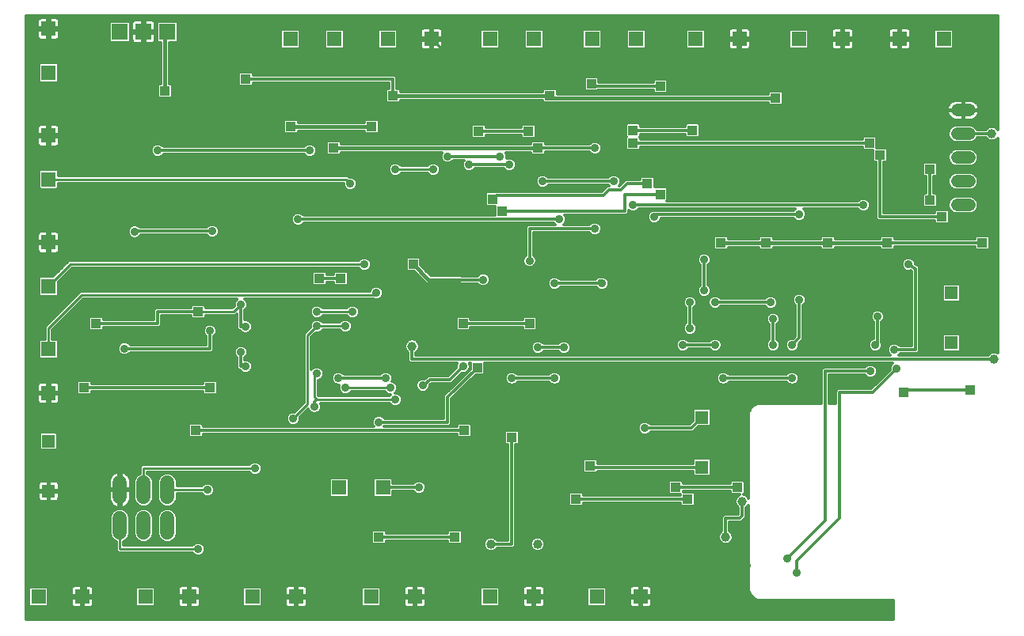
<source format=gbl>
G75*
%MOIN*%
%OFA0B0*%
%FSLAX25Y25*%
%IPPOS*%
%LPD*%
%AMOC8*
5,1,8,0,0,1.08239X$1,22.5*
%
%ADD10C,0.05200*%
%ADD11R,0.05543X0.05543*%
%ADD12R,0.06750X0.06750*%
%ADD13R,0.06150X0.06150*%
%ADD14C,0.03969*%
%ADD15C,0.06000*%
%ADD16C,0.03569*%
%ADD17R,0.03962X0.03962*%
%ADD18C,0.01200*%
%ADD19C,0.01600*%
%ADD20C,0.01000*%
%ADD21C,0.03962*%
D10*
X0399200Y0188495D02*
X0404400Y0188495D01*
X0404400Y0198495D02*
X0399200Y0198495D01*
X0399200Y0208495D02*
X0404400Y0208495D01*
X0404400Y0218495D02*
X0399200Y0218495D01*
X0399200Y0228495D02*
X0404400Y0228495D01*
D11*
X0396800Y0151495D03*
X0396800Y0130495D03*
X0291800Y0098995D03*
X0291800Y0077995D03*
X0016800Y0067995D03*
X0016800Y0088995D03*
D12*
X0046800Y0261495D03*
X0056800Y0261495D03*
X0066800Y0261495D03*
D13*
X0016800Y0262747D03*
X0016800Y0244243D03*
X0016800Y0217747D03*
X0016800Y0199243D03*
X0016800Y0172747D03*
X0016800Y0154243D03*
X0016800Y0127747D03*
X0016800Y0109243D03*
X0139048Y0069495D03*
X0157552Y0069495D03*
X0152548Y0023495D03*
X0171052Y0023495D03*
X0202548Y0023495D03*
X0221052Y0023495D03*
X0247548Y0023495D03*
X0266052Y0023495D03*
X0121052Y0023495D03*
X0102548Y0023495D03*
X0076052Y0023495D03*
X0057548Y0023495D03*
X0031052Y0023495D03*
X0012548Y0023495D03*
X0118548Y0258495D03*
X0137052Y0258495D03*
X0159548Y0258495D03*
X0178052Y0258495D03*
X0202548Y0258495D03*
X0221052Y0258495D03*
X0245548Y0258495D03*
X0264052Y0258495D03*
X0289048Y0258495D03*
X0307552Y0258495D03*
X0332548Y0258495D03*
X0351052Y0258495D03*
X0375048Y0258495D03*
X0393552Y0258495D03*
D14*
X0222643Y0045495D03*
X0202957Y0045495D03*
D15*
X0066800Y0050495D02*
X0066800Y0056495D01*
X0056800Y0056495D02*
X0056800Y0050495D01*
X0046800Y0050495D02*
X0046800Y0056495D01*
X0046800Y0065495D02*
X0046800Y0071495D01*
X0056800Y0071495D02*
X0056800Y0065495D01*
X0066800Y0065495D02*
X0066800Y0071495D01*
D16*
X0083800Y0068495D03*
X0103800Y0077495D03*
X0119800Y0098495D03*
X0128800Y0103495D03*
X0141800Y0111495D03*
X0138800Y0115495D03*
X0129800Y0117495D03*
X0129800Y0137495D03*
X0129800Y0143495D03*
X0141800Y0137495D03*
X0144800Y0143495D03*
X0154800Y0151495D03*
X0149800Y0163495D03*
X0121800Y0182495D03*
X0143800Y0197495D03*
X0162800Y0203495D03*
X0178800Y0203495D03*
X0184800Y0208995D03*
X0193800Y0205495D03*
X0206800Y0208995D03*
X0210800Y0205495D03*
X0224800Y0198495D03*
X0246800Y0212495D03*
X0254800Y0198495D03*
X0262800Y0188495D03*
X0271800Y0183495D03*
X0246800Y0178495D03*
X0231800Y0182495D03*
X0237800Y0166495D03*
X0225800Y0163495D03*
X0219300Y0164995D03*
X0229800Y0155495D03*
X0222800Y0147995D03*
X0199800Y0156995D03*
X0194300Y0147995D03*
X0222800Y0128495D03*
X0233800Y0128495D03*
X0229800Y0115495D03*
X0211800Y0115495D03*
X0191300Y0120495D03*
X0174300Y0112495D03*
X0162800Y0106495D03*
X0160800Y0111495D03*
X0158800Y0115495D03*
X0155800Y0096995D03*
X0172800Y0069495D03*
X0099800Y0120495D03*
X0097800Y0126495D03*
X0099800Y0137235D03*
X0097800Y0146495D03*
X0084800Y0135495D03*
X0048800Y0127995D03*
X0053060Y0177235D03*
X0085800Y0177495D03*
X0062800Y0211495D03*
X0071800Y0220495D03*
X0092800Y0218495D03*
X0126800Y0211495D03*
X0249800Y0155495D03*
X0286800Y0147495D03*
X0292800Y0152495D03*
X0297300Y0147495D03*
X0286800Y0136495D03*
X0283800Y0129495D03*
X0297300Y0129495D03*
X0300800Y0115495D03*
X0321800Y0129495D03*
X0329800Y0129495D03*
X0321800Y0140495D03*
X0320800Y0147495D03*
X0332800Y0148495D03*
X0365800Y0141495D03*
X0364800Y0129495D03*
X0372800Y0127495D03*
X0373800Y0119495D03*
X0362800Y0118495D03*
X0329800Y0115495D03*
X0309800Y0090495D03*
X0276800Y0090495D03*
X0267800Y0094495D03*
X0266800Y0043495D03*
X0310800Y0036495D03*
X0327800Y0039495D03*
X0331800Y0033495D03*
X0378800Y0163495D03*
X0359800Y0188495D03*
X0332800Y0184495D03*
X0292800Y0165495D03*
X0079800Y0043495D03*
X0013300Y0041995D03*
D17*
X0078800Y0093495D03*
X0084800Y0111495D03*
X0036800Y0138495D03*
X0031800Y0111495D03*
X0079800Y0143495D03*
X0130800Y0157495D03*
X0139800Y0157495D03*
X0170300Y0163495D03*
X0191300Y0138495D03*
X0197300Y0119995D03*
X0219300Y0138495D03*
X0207800Y0185995D03*
X0203800Y0190995D03*
X0222800Y0212495D03*
X0218800Y0219495D03*
X0197800Y0219495D03*
X0227800Y0234495D03*
X0245300Y0239495D03*
X0262800Y0219995D03*
X0262800Y0214495D03*
X0268800Y0197495D03*
X0274300Y0192995D03*
X0299800Y0172495D03*
X0318800Y0172495D03*
X0344800Y0172495D03*
X0369800Y0172495D03*
X0392800Y0183495D03*
X0387800Y0190495D03*
X0387800Y0203495D03*
X0366800Y0209495D03*
X0362300Y0214495D03*
X0322800Y0233495D03*
X0287800Y0219995D03*
X0274300Y0238495D03*
X0161800Y0234495D03*
X0152800Y0221495D03*
X0136800Y0212495D03*
X0118800Y0221495D03*
X0099800Y0241495D03*
X0065800Y0236495D03*
X0191800Y0093495D03*
X0205800Y0086495D03*
X0211800Y0090495D03*
X0201800Y0074495D03*
X0216800Y0061495D03*
X0238800Y0064495D03*
X0244800Y0078495D03*
X0260800Y0070495D03*
X0280800Y0069495D03*
X0285800Y0064495D03*
X0306800Y0069495D03*
X0376800Y0109495D03*
X0404800Y0110495D03*
X0409800Y0172495D03*
X0187800Y0048495D03*
X0155800Y0048495D03*
D18*
X0007200Y0013895D02*
X0007200Y0268095D01*
X0416400Y0268095D01*
X0416400Y0220252D01*
X0415545Y0221107D01*
X0414413Y0221576D01*
X0413187Y0221576D01*
X0412055Y0221107D01*
X0411188Y0220240D01*
X0411169Y0220195D01*
X0407701Y0220195D01*
X0407537Y0220591D01*
X0406496Y0221632D01*
X0405136Y0222195D01*
X0398464Y0222195D01*
X0397104Y0221632D01*
X0396063Y0220591D01*
X0395500Y0219231D01*
X0395500Y0217759D01*
X0396063Y0216399D01*
X0397104Y0215358D01*
X0398464Y0214795D01*
X0405136Y0214795D01*
X0406496Y0215358D01*
X0407537Y0216399D01*
X0407701Y0216795D01*
X0411169Y0216795D01*
X0411188Y0216749D01*
X0412055Y0215883D01*
X0413187Y0215414D01*
X0414413Y0215414D01*
X0415545Y0215883D01*
X0416400Y0216737D01*
X0416400Y0126167D01*
X0415413Y0126576D01*
X0414187Y0126576D01*
X0413055Y0126107D01*
X0412188Y0125240D01*
X0412169Y0125195D01*
X0374579Y0125195D01*
X0375179Y0125795D01*
X0382504Y0125795D01*
X0383500Y0126791D01*
X0383500Y0160980D01*
X0383605Y0161138D01*
X0383500Y0161663D01*
X0383500Y0162199D01*
X0383366Y0162333D01*
X0383329Y0162519D01*
X0382883Y0162816D01*
X0382504Y0163195D01*
X0382315Y0163195D01*
X0381684Y0163615D01*
X0381684Y0164069D01*
X0381245Y0165129D01*
X0380434Y0165940D01*
X0379374Y0166379D01*
X0378226Y0166379D01*
X0377166Y0165940D01*
X0376355Y0165129D01*
X0375916Y0164069D01*
X0375916Y0162921D01*
X0376355Y0161861D01*
X0377166Y0161050D01*
X0378226Y0160611D01*
X0379374Y0160611D01*
X0379798Y0160786D01*
X0380100Y0160585D01*
X0380100Y0129195D01*
X0375179Y0129195D01*
X0374434Y0129940D01*
X0373374Y0130379D01*
X0372226Y0130379D01*
X0371166Y0129940D01*
X0370355Y0129129D01*
X0369916Y0128069D01*
X0369916Y0126921D01*
X0370355Y0125861D01*
X0371021Y0125195D01*
X0171500Y0125195D01*
X0171500Y0126364D01*
X0171545Y0126383D01*
X0172412Y0127249D01*
X0172881Y0128382D01*
X0172881Y0129608D01*
X0172412Y0130740D01*
X0171545Y0131607D01*
X0170413Y0132076D01*
X0169187Y0132076D01*
X0168055Y0131607D01*
X0167188Y0130740D01*
X0166719Y0129608D01*
X0166719Y0128382D01*
X0167188Y0127249D01*
X0168055Y0126383D01*
X0168100Y0126364D01*
X0168100Y0122791D01*
X0169096Y0121795D01*
X0188717Y0121795D01*
X0188416Y0121069D01*
X0188416Y0120015D01*
X0185096Y0116695D01*
X0176596Y0116695D01*
X0175161Y0115260D01*
X0174874Y0115379D01*
X0173726Y0115379D01*
X0172666Y0114940D01*
X0171855Y0114129D01*
X0171416Y0113069D01*
X0171416Y0111921D01*
X0171855Y0110861D01*
X0172666Y0110050D01*
X0173726Y0109611D01*
X0174874Y0109611D01*
X0175934Y0110050D01*
X0176745Y0110861D01*
X0177184Y0111921D01*
X0177184Y0112475D01*
X0178004Y0113295D01*
X0186504Y0113295D01*
X0187500Y0114291D01*
X0190820Y0117611D01*
X0191874Y0117611D01*
X0192934Y0118050D01*
X0193745Y0118861D01*
X0194184Y0119921D01*
X0194184Y0121069D01*
X0193883Y0121795D01*
X0194219Y0121795D01*
X0194219Y0119318D01*
X0184096Y0109195D01*
X0183100Y0108199D01*
X0183100Y0098695D01*
X0158179Y0098695D01*
X0157434Y0099440D01*
X0156374Y0099879D01*
X0155226Y0099879D01*
X0154166Y0099440D01*
X0153355Y0098629D01*
X0152916Y0097569D01*
X0152916Y0096421D01*
X0153355Y0095361D01*
X0153521Y0095195D01*
X0081881Y0095195D01*
X0081881Y0095932D01*
X0081237Y0096576D01*
X0076363Y0096576D01*
X0075719Y0095932D01*
X0075719Y0091058D01*
X0076363Y0090414D01*
X0081237Y0090414D01*
X0081881Y0091058D01*
X0081881Y0091795D01*
X0188719Y0091795D01*
X0188719Y0091058D01*
X0189363Y0090414D01*
X0194237Y0090414D01*
X0194881Y0091058D01*
X0194881Y0095932D01*
X0194237Y0096576D01*
X0189363Y0096576D01*
X0188719Y0095932D01*
X0188719Y0095195D01*
X0158079Y0095195D01*
X0158179Y0095295D01*
X0185504Y0095295D01*
X0186500Y0096291D01*
X0186500Y0106791D01*
X0196623Y0116914D01*
X0199737Y0116914D01*
X0200381Y0117558D01*
X0200381Y0121795D01*
X0372021Y0121795D01*
X0371355Y0121129D01*
X0370916Y0120069D01*
X0370916Y0119015D01*
X0363096Y0111195D01*
X0349096Y0111195D01*
X0348100Y0110199D01*
X0348100Y0104999D01*
X0345500Y0104999D01*
X0345500Y0116795D01*
X0360421Y0116795D01*
X0361166Y0116050D01*
X0362226Y0115611D01*
X0363374Y0115611D01*
X0364434Y0116050D01*
X0365245Y0116861D01*
X0365684Y0117921D01*
X0365684Y0119069D01*
X0365245Y0120129D01*
X0364434Y0120940D01*
X0363374Y0121379D01*
X0362226Y0121379D01*
X0361166Y0120940D01*
X0360421Y0120195D01*
X0343096Y0120195D01*
X0342100Y0119199D01*
X0342100Y0104999D01*
X0315375Y0104999D01*
X0313592Y0104261D01*
X0312228Y0102896D01*
X0311489Y0101114D01*
X0311489Y0065053D01*
X0311412Y0065240D01*
X0310545Y0066107D01*
X0309413Y0066576D01*
X0309399Y0066576D01*
X0309881Y0067058D01*
X0309881Y0071932D01*
X0309237Y0072576D01*
X0304363Y0072576D01*
X0303719Y0071932D01*
X0303719Y0071195D01*
X0283881Y0071195D01*
X0283881Y0071932D01*
X0283237Y0072576D01*
X0278363Y0072576D01*
X0277719Y0071932D01*
X0277719Y0067058D01*
X0278363Y0066414D01*
X0282719Y0066414D01*
X0282719Y0066195D01*
X0241881Y0066195D01*
X0241881Y0066932D01*
X0241237Y0067576D01*
X0236363Y0067576D01*
X0235719Y0066932D01*
X0235719Y0062058D01*
X0236363Y0061414D01*
X0241237Y0061414D01*
X0241881Y0062058D01*
X0241881Y0062795D01*
X0282719Y0062795D01*
X0282719Y0062058D01*
X0283363Y0061414D01*
X0288237Y0061414D01*
X0288881Y0062058D01*
X0288881Y0066932D01*
X0288237Y0067576D01*
X0283881Y0067576D01*
X0283881Y0067795D01*
X0303719Y0067795D01*
X0303719Y0067058D01*
X0304363Y0066414D01*
X0307796Y0066414D01*
X0307055Y0066107D01*
X0306188Y0065240D01*
X0305719Y0064108D01*
X0305719Y0062882D01*
X0306188Y0061749D01*
X0307055Y0060883D01*
X0307100Y0060864D01*
X0307100Y0058199D01*
X0307096Y0058195D01*
X0301096Y0058195D01*
X0300100Y0057199D01*
X0300100Y0051126D01*
X0300055Y0051107D01*
X0299188Y0050240D01*
X0298719Y0049108D01*
X0298719Y0047882D01*
X0299188Y0046749D01*
X0300055Y0045883D01*
X0301187Y0045414D01*
X0302413Y0045414D01*
X0303545Y0045883D01*
X0304412Y0046749D01*
X0304881Y0047882D01*
X0304881Y0049108D01*
X0304412Y0050240D01*
X0303545Y0051107D01*
X0303500Y0051126D01*
X0303500Y0054795D01*
X0308504Y0054795D01*
X0309504Y0055795D01*
X0310500Y0056791D01*
X0310500Y0060864D01*
X0310545Y0060883D01*
X0311412Y0061749D01*
X0311489Y0061936D01*
X0311489Y0025876D01*
X0312228Y0024093D01*
X0313592Y0022729D01*
X0315375Y0021991D01*
X0372300Y0021991D01*
X0372300Y0013895D01*
X0007200Y0013895D01*
X0007200Y0014487D02*
X0372300Y0014487D01*
X0372300Y0015686D02*
X0007200Y0015686D01*
X0007200Y0016884D02*
X0372300Y0016884D01*
X0372300Y0018083D02*
X0007200Y0018083D01*
X0007200Y0019281D02*
X0026853Y0019281D01*
X0026995Y0019139D02*
X0026697Y0019437D01*
X0026486Y0019802D01*
X0026377Y0020209D01*
X0026377Y0023070D01*
X0030627Y0023070D01*
X0030627Y0023920D01*
X0030627Y0028170D01*
X0027766Y0028170D01*
X0027359Y0028061D01*
X0026995Y0027850D01*
X0026697Y0027552D01*
X0026486Y0027187D01*
X0026377Y0026780D01*
X0026377Y0023920D01*
X0030627Y0023920D01*
X0031477Y0023920D01*
X0031477Y0028170D01*
X0034338Y0028170D01*
X0034745Y0028061D01*
X0035109Y0027850D01*
X0035407Y0027552D01*
X0035618Y0027187D01*
X0035727Y0026780D01*
X0035727Y0023920D01*
X0031477Y0023920D01*
X0031477Y0023070D01*
X0035727Y0023070D01*
X0035727Y0020209D01*
X0035618Y0019802D01*
X0035407Y0019437D01*
X0035109Y0019139D01*
X0034745Y0018929D01*
X0034338Y0018820D01*
X0031477Y0018820D01*
X0031477Y0023070D01*
X0030627Y0023070D01*
X0030627Y0018820D01*
X0027766Y0018820D01*
X0027359Y0018929D01*
X0026995Y0019139D01*
X0026377Y0020480D02*
X0016723Y0020480D01*
X0016723Y0019964D02*
X0016079Y0019320D01*
X0009017Y0019320D01*
X0008373Y0019964D01*
X0008373Y0027025D01*
X0009017Y0027670D01*
X0016079Y0027670D01*
X0016723Y0027025D01*
X0016723Y0019964D01*
X0016723Y0021678D02*
X0026377Y0021678D01*
X0026377Y0022877D02*
X0016723Y0022877D01*
X0016723Y0024075D02*
X0026377Y0024075D01*
X0026377Y0025274D02*
X0016723Y0025274D01*
X0016723Y0026472D02*
X0026377Y0026472D01*
X0026815Y0027671D02*
X0007200Y0027671D01*
X0007200Y0028870D02*
X0311489Y0028870D01*
X0311489Y0030068D02*
X0007200Y0030068D01*
X0007200Y0031267D02*
X0311489Y0031267D01*
X0311489Y0032465D02*
X0007200Y0032465D01*
X0007200Y0033664D02*
X0311489Y0033664D01*
X0311489Y0034862D02*
X0007200Y0034862D01*
X0007200Y0036061D02*
X0311489Y0036061D01*
X0310800Y0036495D02*
X0273800Y0036495D01*
X0266800Y0043495D01*
X0266477Y0028170D02*
X0269338Y0028170D01*
X0269745Y0028061D01*
X0270109Y0027850D01*
X0270407Y0027552D01*
X0270618Y0027187D01*
X0270727Y0026780D01*
X0270727Y0023920D01*
X0266477Y0023920D01*
X0265627Y0023920D01*
X0265627Y0028170D01*
X0262766Y0028170D01*
X0262359Y0028061D01*
X0261995Y0027850D01*
X0261697Y0027552D01*
X0261486Y0027187D01*
X0261377Y0026780D01*
X0261377Y0023920D01*
X0265627Y0023920D01*
X0265627Y0023070D01*
X0261377Y0023070D01*
X0261377Y0020209D01*
X0261486Y0019802D01*
X0261697Y0019437D01*
X0261995Y0019139D01*
X0262359Y0018929D01*
X0262766Y0018820D01*
X0265627Y0018820D01*
X0265627Y0023070D01*
X0266477Y0023070D01*
X0266477Y0023920D01*
X0266477Y0028170D01*
X0266477Y0027671D02*
X0265627Y0027671D01*
X0265627Y0026472D02*
X0266477Y0026472D01*
X0266477Y0025274D02*
X0265627Y0025274D01*
X0265627Y0024075D02*
X0266477Y0024075D01*
X0266477Y0023070D02*
X0270727Y0023070D01*
X0270727Y0020209D01*
X0270618Y0019802D01*
X0270407Y0019437D01*
X0270109Y0019139D01*
X0269745Y0018929D01*
X0269338Y0018820D01*
X0266477Y0018820D01*
X0266477Y0023070D01*
X0266477Y0022877D02*
X0265627Y0022877D01*
X0265627Y0021678D02*
X0266477Y0021678D01*
X0266477Y0020480D02*
X0265627Y0020480D01*
X0265627Y0019281D02*
X0266477Y0019281D01*
X0270251Y0019281D02*
X0372300Y0019281D01*
X0372300Y0020480D02*
X0270727Y0020480D01*
X0270727Y0021678D02*
X0372300Y0021678D01*
X0349800Y0056495D02*
X0331800Y0038495D01*
X0331800Y0033495D01*
X0327800Y0039495D02*
X0343800Y0055495D01*
X0343800Y0118495D01*
X0362800Y0118495D01*
X0361685Y0121155D02*
X0200381Y0121155D01*
X0200381Y0119956D02*
X0342857Y0119956D01*
X0342100Y0118758D02*
X0200381Y0118758D01*
X0200381Y0117559D02*
X0209786Y0117559D01*
X0210166Y0117940D02*
X0209355Y0117129D01*
X0208916Y0116069D01*
X0208916Y0114921D01*
X0209355Y0113861D01*
X0210166Y0113050D01*
X0211226Y0112611D01*
X0212374Y0112611D01*
X0213434Y0113050D01*
X0214179Y0113795D01*
X0227421Y0113795D01*
X0228166Y0113050D01*
X0229226Y0112611D01*
X0230374Y0112611D01*
X0231434Y0113050D01*
X0232245Y0113861D01*
X0232684Y0114921D01*
X0232684Y0116069D01*
X0232245Y0117129D01*
X0231434Y0117940D01*
X0230374Y0118379D01*
X0229226Y0118379D01*
X0228166Y0117940D01*
X0227421Y0117195D01*
X0214179Y0117195D01*
X0213434Y0117940D01*
X0212374Y0118379D01*
X0211226Y0118379D01*
X0210166Y0117940D01*
X0209037Y0116361D02*
X0196070Y0116361D01*
X0194872Y0115162D02*
X0208916Y0115162D01*
X0209312Y0113964D02*
X0193673Y0113964D01*
X0192475Y0112765D02*
X0210853Y0112765D01*
X0212747Y0112765D02*
X0228853Y0112765D01*
X0230747Y0112765D02*
X0299853Y0112765D01*
X0300226Y0112611D02*
X0301374Y0112611D01*
X0302434Y0113050D01*
X0303179Y0113795D01*
X0327421Y0113795D01*
X0328166Y0113050D01*
X0329226Y0112611D01*
X0330374Y0112611D01*
X0331434Y0113050D01*
X0332245Y0113861D01*
X0332684Y0114921D01*
X0332684Y0116069D01*
X0332245Y0117129D01*
X0331434Y0117940D01*
X0330374Y0118379D01*
X0329226Y0118379D01*
X0328166Y0117940D01*
X0327421Y0117195D01*
X0303179Y0117195D01*
X0302434Y0117940D01*
X0301374Y0118379D01*
X0300226Y0118379D01*
X0299166Y0117940D01*
X0298355Y0117129D01*
X0297916Y0116069D01*
X0297916Y0114921D01*
X0298355Y0113861D01*
X0299166Y0113050D01*
X0300226Y0112611D01*
X0301747Y0112765D02*
X0328853Y0112765D01*
X0330747Y0112765D02*
X0342100Y0112765D01*
X0342100Y0111567D02*
X0191276Y0111567D01*
X0190078Y0110368D02*
X0342100Y0110368D01*
X0342100Y0109170D02*
X0188879Y0109170D01*
X0187681Y0107971D02*
X0342100Y0107971D01*
X0342100Y0106773D02*
X0186500Y0106773D01*
X0186500Y0105574D02*
X0342100Y0105574D01*
X0345500Y0105574D02*
X0348100Y0105574D01*
X0348100Y0106773D02*
X0345500Y0106773D01*
X0345500Y0107971D02*
X0348100Y0107971D01*
X0348100Y0109170D02*
X0345500Y0109170D01*
X0345500Y0110368D02*
X0348269Y0110368D01*
X0349800Y0109495D02*
X0363800Y0109495D01*
X0373800Y0119495D01*
X0370916Y0119956D02*
X0365316Y0119956D01*
X0365684Y0118758D02*
X0370659Y0118758D01*
X0369460Y0117559D02*
X0365534Y0117559D01*
X0364745Y0116361D02*
X0368262Y0116361D01*
X0367063Y0115162D02*
X0345500Y0115162D01*
X0345500Y0113964D02*
X0365865Y0113964D01*
X0364666Y0112765D02*
X0345500Y0112765D01*
X0345500Y0111567D02*
X0363468Y0111567D01*
X0360855Y0116361D02*
X0345500Y0116361D01*
X0342100Y0116361D02*
X0332563Y0116361D01*
X0332684Y0115162D02*
X0342100Y0115162D01*
X0342100Y0113964D02*
X0332288Y0113964D01*
X0329800Y0115495D02*
X0300800Y0115495D01*
X0302814Y0117559D02*
X0327786Y0117559D01*
X0331814Y0117559D02*
X0342100Y0117559D01*
X0349800Y0109495D02*
X0349800Y0056495D01*
X0311489Y0056435D02*
X0310145Y0056435D01*
X0310500Y0057634D02*
X0311489Y0057634D01*
X0311489Y0058832D02*
X0310500Y0058832D01*
X0310500Y0060031D02*
X0311489Y0060031D01*
X0311489Y0061229D02*
X0310892Y0061229D01*
X0308800Y0063495D02*
X0308800Y0057495D01*
X0307800Y0056495D01*
X0301800Y0056495D01*
X0301800Y0048495D01*
X0302980Y0045649D02*
X0311489Y0045649D01*
X0311489Y0046847D02*
X0304452Y0046847D01*
X0304881Y0048046D02*
X0311489Y0048046D01*
X0311489Y0049244D02*
X0304825Y0049244D01*
X0304209Y0050443D02*
X0311489Y0050443D01*
X0311489Y0051641D02*
X0303500Y0051641D01*
X0303500Y0052840D02*
X0311489Y0052840D01*
X0311489Y0054038D02*
X0303500Y0054038D01*
X0300100Y0054038D02*
X0213500Y0054038D01*
X0213500Y0052840D02*
X0300100Y0052840D01*
X0300100Y0051641D02*
X0213500Y0051641D01*
X0213500Y0050443D02*
X0299391Y0050443D01*
X0298775Y0049244D02*
X0213500Y0049244D01*
X0213500Y0048046D02*
X0220832Y0048046D01*
X0220895Y0048109D02*
X0220028Y0047242D01*
X0219558Y0046108D01*
X0219558Y0044881D01*
X0220028Y0043748D01*
X0220895Y0042880D01*
X0222029Y0042411D01*
X0223256Y0042411D01*
X0224390Y0042880D01*
X0225257Y0043748D01*
X0225727Y0044881D01*
X0225727Y0046108D01*
X0225257Y0047242D01*
X0224390Y0048109D01*
X0223256Y0048579D01*
X0222029Y0048579D01*
X0220895Y0048109D01*
X0219864Y0046847D02*
X0213500Y0046847D01*
X0213500Y0045649D02*
X0219558Y0045649D01*
X0219737Y0044450D02*
X0213159Y0044450D01*
X0213500Y0044791D02*
X0213500Y0087414D01*
X0214237Y0087414D01*
X0214881Y0088058D01*
X0214881Y0092932D01*
X0214237Y0093576D01*
X0209363Y0093576D01*
X0208719Y0092932D01*
X0208719Y0088058D01*
X0209363Y0087414D01*
X0210100Y0087414D01*
X0210100Y0047195D01*
X0205592Y0047195D01*
X0205572Y0047242D01*
X0204705Y0048109D01*
X0203571Y0048579D01*
X0202344Y0048579D01*
X0201210Y0048109D01*
X0200343Y0047242D01*
X0199873Y0046108D01*
X0199873Y0044881D01*
X0200343Y0043748D01*
X0201210Y0042880D01*
X0202344Y0042411D01*
X0203571Y0042411D01*
X0204705Y0042880D01*
X0205572Y0043748D01*
X0205592Y0043795D01*
X0212504Y0043795D01*
X0213500Y0044791D01*
X0211800Y0045495D02*
X0202957Y0045495D01*
X0200839Y0043252D02*
X0082684Y0043252D01*
X0082684Y0042921D02*
X0082684Y0044069D01*
X0082245Y0045129D01*
X0081434Y0045940D01*
X0080374Y0046379D01*
X0079226Y0046379D01*
X0078166Y0045940D01*
X0077355Y0045129D01*
X0077341Y0045095D01*
X0048400Y0045095D01*
X0048400Y0046720D01*
X0049122Y0047019D01*
X0050276Y0048172D01*
X0050900Y0049679D01*
X0050900Y0057310D01*
X0050276Y0058817D01*
X0049122Y0059971D01*
X0047616Y0060595D01*
X0045984Y0060595D01*
X0044478Y0059971D01*
X0043324Y0058817D01*
X0042700Y0057310D01*
X0042700Y0049679D01*
X0043324Y0048172D01*
X0044478Y0047019D01*
X0045200Y0046720D01*
X0045200Y0042832D01*
X0046137Y0041895D01*
X0077341Y0041895D01*
X0077355Y0041861D01*
X0078166Y0041050D01*
X0079226Y0040611D01*
X0080374Y0040611D01*
X0081434Y0041050D01*
X0082245Y0041861D01*
X0082684Y0042921D01*
X0082325Y0042053D02*
X0311489Y0042053D01*
X0311489Y0040855D02*
X0080963Y0040855D01*
X0078637Y0040855D02*
X0007200Y0040855D01*
X0007200Y0042053D02*
X0045979Y0042053D01*
X0045200Y0043252D02*
X0007200Y0043252D01*
X0007200Y0044450D02*
X0045200Y0044450D01*
X0045200Y0045649D02*
X0007200Y0045649D01*
X0007200Y0046847D02*
X0044892Y0046847D01*
X0043451Y0048046D02*
X0007200Y0048046D01*
X0007200Y0049244D02*
X0042880Y0049244D01*
X0042700Y0050443D02*
X0007200Y0050443D01*
X0007200Y0051641D02*
X0042700Y0051641D01*
X0042700Y0052840D02*
X0007200Y0052840D01*
X0007200Y0054038D02*
X0042700Y0054038D01*
X0042700Y0055237D02*
X0007200Y0055237D01*
X0007200Y0056435D02*
X0042700Y0056435D01*
X0042834Y0057634D02*
X0007200Y0057634D01*
X0007200Y0058832D02*
X0043339Y0058832D01*
X0044623Y0060031D02*
X0007200Y0060031D01*
X0007200Y0061229D02*
X0045042Y0061229D01*
X0045034Y0061232D02*
X0045723Y0061008D01*
X0046400Y0060901D01*
X0046400Y0068095D01*
X0042200Y0068095D01*
X0042200Y0065133D01*
X0042313Y0064418D01*
X0042537Y0063729D01*
X0042866Y0063084D01*
X0043291Y0062498D01*
X0043803Y0061986D01*
X0044389Y0061561D01*
X0045034Y0061232D01*
X0046400Y0061229D02*
X0047200Y0061229D01*
X0047200Y0060901D02*
X0047877Y0061008D01*
X0048566Y0061232D01*
X0049211Y0061561D01*
X0049797Y0061986D01*
X0050309Y0062498D01*
X0050734Y0063084D01*
X0051063Y0063729D01*
X0051287Y0064418D01*
X0051400Y0065133D01*
X0051400Y0068095D01*
X0047200Y0068095D01*
X0047200Y0068895D01*
X0046400Y0068895D01*
X0046400Y0076089D01*
X0045723Y0075982D01*
X0045034Y0075758D01*
X0044389Y0075429D01*
X0043803Y0075003D01*
X0043291Y0074491D01*
X0042866Y0073906D01*
X0042537Y0073261D01*
X0042313Y0072572D01*
X0042200Y0071857D01*
X0042200Y0068895D01*
X0046400Y0068895D01*
X0046400Y0068095D01*
X0047200Y0068095D01*
X0047200Y0060901D01*
X0048558Y0061229D02*
X0210100Y0061229D01*
X0210100Y0060031D02*
X0068977Y0060031D01*
X0069122Y0059971D02*
X0067616Y0060595D01*
X0065984Y0060595D01*
X0064478Y0059971D01*
X0063324Y0058817D01*
X0062700Y0057310D01*
X0062700Y0049679D01*
X0063324Y0048172D01*
X0064478Y0047019D01*
X0065984Y0046395D01*
X0067616Y0046395D01*
X0069122Y0047019D01*
X0070276Y0048172D01*
X0070900Y0049679D01*
X0070900Y0057310D01*
X0070276Y0058817D01*
X0069122Y0059971D01*
X0070261Y0058832D02*
X0210100Y0058832D01*
X0210100Y0057634D02*
X0070766Y0057634D01*
X0070900Y0056435D02*
X0210100Y0056435D01*
X0210100Y0055237D02*
X0070900Y0055237D01*
X0070900Y0054038D02*
X0210100Y0054038D01*
X0210100Y0052840D02*
X0070900Y0052840D01*
X0070900Y0051641D02*
X0210100Y0051641D01*
X0210100Y0050443D02*
X0190881Y0050443D01*
X0190881Y0050932D02*
X0190237Y0051576D01*
X0185363Y0051576D01*
X0184719Y0050932D01*
X0184719Y0050195D01*
X0158881Y0050195D01*
X0158881Y0050932D01*
X0158237Y0051576D01*
X0153363Y0051576D01*
X0152719Y0050932D01*
X0152719Y0046058D01*
X0153363Y0045414D01*
X0158237Y0045414D01*
X0158881Y0046058D01*
X0158881Y0046795D01*
X0184719Y0046795D01*
X0184719Y0046058D01*
X0185363Y0045414D01*
X0190237Y0045414D01*
X0190881Y0046058D01*
X0190881Y0050932D01*
X0190881Y0049244D02*
X0210100Y0049244D01*
X0210100Y0048046D02*
X0204768Y0048046D01*
X0201147Y0048046D02*
X0190881Y0048046D01*
X0190881Y0046847D02*
X0200179Y0046847D01*
X0199873Y0045649D02*
X0190472Y0045649D01*
X0187800Y0048495D02*
X0155800Y0048495D01*
X0152719Y0048046D02*
X0070149Y0048046D01*
X0070720Y0049244D02*
X0152719Y0049244D01*
X0152719Y0050443D02*
X0070900Y0050443D01*
X0068708Y0046847D02*
X0152719Y0046847D01*
X0153128Y0045649D02*
X0081725Y0045649D01*
X0082526Y0044450D02*
X0200052Y0044450D01*
X0205076Y0043252D02*
X0220524Y0043252D01*
X0224761Y0043252D02*
X0311489Y0043252D01*
X0311489Y0044450D02*
X0225548Y0044450D01*
X0225727Y0045649D02*
X0300620Y0045649D01*
X0299148Y0046847D02*
X0225421Y0046847D01*
X0224453Y0048046D02*
X0298719Y0048046D01*
X0300100Y0055237D02*
X0213500Y0055237D01*
X0213500Y0056435D02*
X0300100Y0056435D01*
X0300535Y0057634D02*
X0213500Y0057634D01*
X0213500Y0058832D02*
X0307100Y0058832D01*
X0307100Y0060031D02*
X0213500Y0060031D01*
X0213500Y0061229D02*
X0306708Y0061229D01*
X0305907Y0062428D02*
X0288881Y0062428D01*
X0288881Y0063626D02*
X0305719Y0063626D01*
X0306016Y0064825D02*
X0288881Y0064825D01*
X0288881Y0066023D02*
X0306971Y0066023D01*
X0309881Y0067222D02*
X0311489Y0067222D01*
X0311489Y0068420D02*
X0309881Y0068420D01*
X0309881Y0069619D02*
X0311489Y0069619D01*
X0311489Y0070817D02*
X0309881Y0070817D01*
X0309797Y0072016D02*
X0311489Y0072016D01*
X0311489Y0073214D02*
X0213500Y0073214D01*
X0213500Y0072016D02*
X0277803Y0072016D01*
X0277719Y0070817D02*
X0213500Y0070817D01*
X0213500Y0069619D02*
X0277719Y0069619D01*
X0277719Y0068420D02*
X0213500Y0068420D01*
X0213500Y0067222D02*
X0236009Y0067222D01*
X0235719Y0066023D02*
X0213500Y0066023D01*
X0213500Y0064825D02*
X0235719Y0064825D01*
X0235719Y0063626D02*
X0213500Y0063626D01*
X0213500Y0062428D02*
X0235719Y0062428D01*
X0238800Y0064495D02*
X0285800Y0064495D01*
X0282719Y0062428D02*
X0241881Y0062428D01*
X0241591Y0067222D02*
X0277719Y0067222D01*
X0280800Y0069495D02*
X0306800Y0069495D01*
X0303719Y0067222D02*
X0288591Y0067222D01*
X0283797Y0072016D02*
X0303803Y0072016D01*
X0311489Y0074413D02*
X0295317Y0074413D01*
X0295027Y0074123D02*
X0295672Y0074768D01*
X0295672Y0081222D01*
X0295027Y0081866D01*
X0288573Y0081866D01*
X0287928Y0081222D01*
X0287928Y0079695D01*
X0247881Y0079695D01*
X0247881Y0080932D01*
X0247237Y0081576D01*
X0242363Y0081576D01*
X0241719Y0080932D01*
X0241719Y0076058D01*
X0242363Y0075414D01*
X0247237Y0075414D01*
X0247881Y0076058D01*
X0247881Y0076295D01*
X0287928Y0076295D01*
X0287928Y0074768D01*
X0288573Y0074123D01*
X0295027Y0074123D01*
X0295672Y0075611D02*
X0311489Y0075611D01*
X0311489Y0076810D02*
X0295672Y0076810D01*
X0295672Y0078008D02*
X0311489Y0078008D01*
X0311489Y0079207D02*
X0295672Y0079207D01*
X0295672Y0080405D02*
X0311489Y0080405D01*
X0311489Y0081604D02*
X0295290Y0081604D01*
X0291800Y0077995D02*
X0245300Y0077995D01*
X0244800Y0078495D01*
X0241719Y0078008D02*
X0213500Y0078008D01*
X0213500Y0076810D02*
X0241719Y0076810D01*
X0242166Y0075611D02*
X0213500Y0075611D01*
X0213500Y0074413D02*
X0288283Y0074413D01*
X0287928Y0075611D02*
X0247434Y0075611D01*
X0241719Y0079207D02*
X0213500Y0079207D01*
X0213500Y0080405D02*
X0241719Y0080405D01*
X0247881Y0080405D02*
X0287928Y0080405D01*
X0288310Y0081604D02*
X0213500Y0081604D01*
X0213500Y0082803D02*
X0311489Y0082803D01*
X0311489Y0084001D02*
X0213500Y0084001D01*
X0213500Y0085200D02*
X0311489Y0085200D01*
X0311489Y0086398D02*
X0213500Y0086398D01*
X0214420Y0087597D02*
X0311489Y0087597D01*
X0311489Y0088795D02*
X0214881Y0088795D01*
X0214881Y0089994D02*
X0311489Y0089994D01*
X0311489Y0091192D02*
X0214881Y0091192D01*
X0214881Y0092391D02*
X0265825Y0092391D01*
X0266166Y0092050D02*
X0267226Y0091611D01*
X0268374Y0091611D01*
X0269434Y0092050D01*
X0270179Y0092795D01*
X0288004Y0092795D01*
X0289000Y0093791D01*
X0290333Y0095123D01*
X0295027Y0095123D01*
X0295672Y0095768D01*
X0295672Y0102222D01*
X0295027Y0102866D01*
X0288573Y0102866D01*
X0287928Y0102222D01*
X0287928Y0097527D01*
X0286596Y0096195D01*
X0270179Y0096195D01*
X0269434Y0096940D01*
X0268374Y0097379D01*
X0267226Y0097379D01*
X0266166Y0096940D01*
X0265355Y0096129D01*
X0264916Y0095069D01*
X0264916Y0093921D01*
X0265355Y0092861D01*
X0266166Y0092050D01*
X0265053Y0093589D02*
X0194881Y0093589D01*
X0194881Y0092391D02*
X0208719Y0092391D01*
X0208719Y0091192D02*
X0194881Y0091192D01*
X0194881Y0094788D02*
X0264916Y0094788D01*
X0265296Y0095986D02*
X0194827Y0095986D01*
X0191800Y0093495D02*
X0078800Y0093495D01*
X0075719Y0093589D02*
X0007200Y0093589D01*
X0007200Y0092391D02*
X0013097Y0092391D01*
X0012928Y0092222D02*
X0012928Y0085768D01*
X0013573Y0085123D01*
X0020027Y0085123D01*
X0020672Y0085768D01*
X0020672Y0092222D01*
X0020027Y0092866D01*
X0013573Y0092866D01*
X0012928Y0092222D01*
X0012928Y0091192D02*
X0007200Y0091192D01*
X0007200Y0089994D02*
X0012928Y0089994D01*
X0012928Y0088795D02*
X0007200Y0088795D01*
X0007200Y0087597D02*
X0012928Y0087597D01*
X0012928Y0086398D02*
X0007200Y0086398D01*
X0007200Y0085200D02*
X0013496Y0085200D01*
X0020104Y0085200D02*
X0210100Y0085200D01*
X0210100Y0086398D02*
X0020672Y0086398D01*
X0020672Y0087597D02*
X0209180Y0087597D01*
X0208719Y0088795D02*
X0020672Y0088795D01*
X0020672Y0089994D02*
X0208719Y0089994D01*
X0211800Y0090495D02*
X0211800Y0045495D01*
X0216800Y0061495D02*
X0216800Y0068495D01*
X0217800Y0069495D01*
X0260800Y0069495D01*
X0260800Y0070495D01*
X0276800Y0090495D02*
X0309800Y0090495D01*
X0311489Y0092391D02*
X0269775Y0092391D01*
X0267800Y0094495D02*
X0287300Y0094495D01*
X0291800Y0098995D01*
X0295672Y0099582D02*
X0311489Y0099582D01*
X0311489Y0100780D02*
X0295672Y0100780D01*
X0295672Y0101979D02*
X0311848Y0101979D01*
X0312509Y0103177D02*
X0186500Y0103177D01*
X0186500Y0101979D02*
X0287928Y0101979D01*
X0287928Y0100780D02*
X0186500Y0100780D01*
X0186500Y0099582D02*
X0287928Y0099582D01*
X0287928Y0098383D02*
X0186500Y0098383D01*
X0186500Y0097185D02*
X0266757Y0097185D01*
X0268843Y0097185D02*
X0287586Y0097185D01*
X0289997Y0094788D02*
X0311489Y0094788D01*
X0311489Y0095986D02*
X0295672Y0095986D01*
X0295672Y0097185D02*
X0311489Y0097185D01*
X0311489Y0098383D02*
X0295672Y0098383D01*
X0288798Y0093589D02*
X0311489Y0093589D01*
X0313870Y0104376D02*
X0186500Y0104376D01*
X0183100Y0104376D02*
X0164760Y0104376D01*
X0164434Y0104050D02*
X0165245Y0104861D01*
X0165684Y0105921D01*
X0165684Y0107069D01*
X0165245Y0108129D01*
X0164434Y0108940D01*
X0163374Y0109379D01*
X0162763Y0109379D01*
X0163245Y0109861D01*
X0163684Y0110921D01*
X0163684Y0112069D01*
X0163245Y0113129D01*
X0162434Y0113940D01*
X0161447Y0114349D01*
X0161684Y0114921D01*
X0161684Y0116069D01*
X0161245Y0117129D01*
X0160434Y0117940D01*
X0159374Y0118379D01*
X0158226Y0118379D01*
X0157166Y0117940D01*
X0156421Y0117195D01*
X0141179Y0117195D01*
X0140434Y0117940D01*
X0139374Y0118379D01*
X0138226Y0118379D01*
X0137166Y0117940D01*
X0136355Y0117129D01*
X0135916Y0116069D01*
X0135916Y0114921D01*
X0136355Y0113861D01*
X0137166Y0113050D01*
X0138226Y0112611D01*
X0139140Y0112611D01*
X0138916Y0112069D01*
X0138916Y0110921D01*
X0139355Y0109861D01*
X0140166Y0109050D01*
X0141226Y0108611D01*
X0142374Y0108611D01*
X0143434Y0109050D01*
X0144245Y0109861D01*
X0144259Y0109895D01*
X0158341Y0109895D01*
X0158355Y0109861D01*
X0159166Y0109050D01*
X0160226Y0108611D01*
X0160837Y0108611D01*
X0160355Y0108129D01*
X0160341Y0108095D01*
X0130604Y0108095D01*
X0130504Y0108195D01*
X0130400Y0108195D01*
X0130400Y0114621D01*
X0131434Y0115050D01*
X0132245Y0115861D01*
X0132684Y0116921D01*
X0132684Y0118069D01*
X0132245Y0119129D01*
X0131434Y0119940D01*
X0130374Y0120379D01*
X0129226Y0120379D01*
X0128166Y0119940D01*
X0127400Y0119174D01*
X0127400Y0132832D01*
X0129192Y0134625D01*
X0129226Y0134611D01*
X0130374Y0134611D01*
X0131434Y0135050D01*
X0132245Y0135861D01*
X0132259Y0135895D01*
X0139341Y0135895D01*
X0139355Y0135861D01*
X0140166Y0135050D01*
X0141226Y0134611D01*
X0142374Y0134611D01*
X0143434Y0135050D01*
X0144245Y0135861D01*
X0144684Y0136921D01*
X0144684Y0138069D01*
X0144245Y0139129D01*
X0143434Y0139940D01*
X0142374Y0140379D01*
X0141226Y0140379D01*
X0140166Y0139940D01*
X0139355Y0139129D01*
X0139341Y0139095D01*
X0132259Y0139095D01*
X0132245Y0139129D01*
X0131434Y0139940D01*
X0130374Y0140379D01*
X0129226Y0140379D01*
X0128166Y0139940D01*
X0127355Y0139129D01*
X0126916Y0138069D01*
X0126916Y0136921D01*
X0126930Y0136887D01*
X0124200Y0134158D01*
X0124200Y0105158D01*
X0120408Y0101365D01*
X0120374Y0101379D01*
X0119226Y0101379D01*
X0118166Y0100940D01*
X0117355Y0100129D01*
X0116916Y0099069D01*
X0116916Y0097921D01*
X0117355Y0096861D01*
X0118166Y0096050D01*
X0119226Y0095611D01*
X0120374Y0095611D01*
X0121434Y0096050D01*
X0122245Y0096861D01*
X0122684Y0097921D01*
X0122684Y0099069D01*
X0122670Y0099102D01*
X0126084Y0102516D01*
X0126355Y0101861D01*
X0127166Y0101050D01*
X0128226Y0100611D01*
X0129374Y0100611D01*
X0130434Y0101050D01*
X0131245Y0101861D01*
X0131684Y0102921D01*
X0131684Y0104069D01*
X0131342Y0104895D01*
X0160341Y0104895D01*
X0160355Y0104861D01*
X0161166Y0104050D01*
X0162226Y0103611D01*
X0163374Y0103611D01*
X0164434Y0104050D01*
X0165541Y0105574D02*
X0183100Y0105574D01*
X0183100Y0106773D02*
X0165684Y0106773D01*
X0165310Y0107971D02*
X0183100Y0107971D01*
X0184071Y0109170D02*
X0163879Y0109170D01*
X0163455Y0110368D02*
X0172348Y0110368D01*
X0171563Y0111567D02*
X0163684Y0111567D01*
X0163396Y0112765D02*
X0171416Y0112765D01*
X0171787Y0113964D02*
X0162376Y0113964D01*
X0161684Y0115162D02*
X0173203Y0115162D01*
X0174300Y0112495D02*
X0174800Y0112495D01*
X0177300Y0114995D01*
X0185800Y0114995D01*
X0191300Y0120495D01*
X0193642Y0118758D02*
X0193659Y0118758D01*
X0194184Y0119956D02*
X0194219Y0119956D01*
X0194219Y0121155D02*
X0194148Y0121155D01*
X0197300Y0119995D02*
X0184800Y0107495D01*
X0184800Y0096995D01*
X0155800Y0096995D01*
X0153096Y0095986D02*
X0121280Y0095986D01*
X0122379Y0097185D02*
X0152916Y0097185D01*
X0153253Y0098383D02*
X0122684Y0098383D01*
X0123150Y0099582D02*
X0154508Y0099582D01*
X0157092Y0099582D02*
X0183100Y0099582D01*
X0183100Y0100780D02*
X0129783Y0100780D01*
X0131294Y0101979D02*
X0183100Y0101979D01*
X0183100Y0103177D02*
X0131684Y0103177D01*
X0131557Y0104376D02*
X0160840Y0104376D01*
X0159046Y0109170D02*
X0143554Y0109170D01*
X0140046Y0109170D02*
X0130400Y0109170D01*
X0130400Y0110368D02*
X0139145Y0110368D01*
X0138916Y0111567D02*
X0130400Y0111567D01*
X0130400Y0112765D02*
X0137853Y0112765D01*
X0136312Y0113964D02*
X0130400Y0113964D01*
X0131546Y0115162D02*
X0135916Y0115162D01*
X0136037Y0116361D02*
X0132452Y0116361D01*
X0132684Y0117559D02*
X0136786Y0117559D01*
X0138800Y0115495D02*
X0158800Y0115495D01*
X0160814Y0117559D02*
X0185960Y0117559D01*
X0187159Y0118758D02*
X0132399Y0118758D01*
X0131394Y0119956D02*
X0188357Y0119956D01*
X0188452Y0121155D02*
X0127400Y0121155D01*
X0127400Y0122353D02*
X0168537Y0122353D01*
X0168100Y0123552D02*
X0127400Y0123552D01*
X0127400Y0124750D02*
X0168100Y0124750D01*
X0168100Y0125949D02*
X0127400Y0125949D01*
X0127400Y0127147D02*
X0167290Y0127147D01*
X0166734Y0128346D02*
X0127400Y0128346D01*
X0127400Y0129544D02*
X0166719Y0129544D01*
X0167191Y0130743D02*
X0127400Y0130743D01*
X0127400Y0131941D02*
X0168863Y0131941D01*
X0170737Y0131941D02*
X0282170Y0131941D01*
X0282166Y0131940D02*
X0281355Y0131129D01*
X0280916Y0130069D01*
X0280916Y0128921D01*
X0281355Y0127861D01*
X0282166Y0127050D01*
X0283226Y0126611D01*
X0284374Y0126611D01*
X0285434Y0127050D01*
X0286179Y0127795D01*
X0294921Y0127795D01*
X0295666Y0127050D01*
X0296726Y0126611D01*
X0297874Y0126611D01*
X0298934Y0127050D01*
X0299745Y0127861D01*
X0300184Y0128921D01*
X0300184Y0130069D01*
X0299745Y0131129D01*
X0298934Y0131940D01*
X0297874Y0132379D01*
X0296726Y0132379D01*
X0295666Y0131940D01*
X0294921Y0131195D01*
X0286179Y0131195D01*
X0285434Y0131940D01*
X0284374Y0132379D01*
X0283226Y0132379D01*
X0282166Y0131940D01*
X0281195Y0130743D02*
X0235631Y0130743D01*
X0235434Y0130940D02*
X0234374Y0131379D01*
X0233226Y0131379D01*
X0232166Y0130940D01*
X0231421Y0130195D01*
X0225179Y0130195D01*
X0224434Y0130940D01*
X0223374Y0131379D01*
X0222226Y0131379D01*
X0221166Y0130940D01*
X0220355Y0130129D01*
X0219916Y0129069D01*
X0219916Y0127921D01*
X0220355Y0126861D01*
X0221166Y0126050D01*
X0222226Y0125611D01*
X0223374Y0125611D01*
X0224434Y0126050D01*
X0225179Y0126795D01*
X0231421Y0126795D01*
X0232166Y0126050D01*
X0233226Y0125611D01*
X0234374Y0125611D01*
X0235434Y0126050D01*
X0236245Y0126861D01*
X0236684Y0127921D01*
X0236684Y0129069D01*
X0236245Y0130129D01*
X0235434Y0130940D01*
X0236487Y0129544D02*
X0280916Y0129544D01*
X0281154Y0128346D02*
X0236684Y0128346D01*
X0236364Y0127147D02*
X0282068Y0127147D01*
X0283800Y0129495D02*
X0297300Y0129495D01*
X0300184Y0129544D02*
X0318916Y0129544D01*
X0318916Y0130069D02*
X0318916Y0128921D01*
X0319355Y0127861D01*
X0320166Y0127050D01*
X0321226Y0126611D01*
X0322374Y0126611D01*
X0323434Y0127050D01*
X0324245Y0127861D01*
X0324684Y0128921D01*
X0324684Y0130069D01*
X0324245Y0131129D01*
X0323500Y0131874D01*
X0323500Y0138116D01*
X0324245Y0138861D01*
X0324684Y0139921D01*
X0324684Y0141069D01*
X0324245Y0142129D01*
X0323434Y0142940D01*
X0322374Y0143379D01*
X0321226Y0143379D01*
X0320166Y0142940D01*
X0319355Y0142129D01*
X0318916Y0141069D01*
X0318916Y0139921D01*
X0319355Y0138861D01*
X0320100Y0138116D01*
X0320100Y0131874D01*
X0319355Y0131129D01*
X0318916Y0130069D01*
X0319195Y0130743D02*
X0299905Y0130743D01*
X0298930Y0131941D02*
X0320100Y0131941D01*
X0320100Y0133140D02*
X0127708Y0133140D01*
X0128906Y0134338D02*
X0284877Y0134338D01*
X0285166Y0134050D02*
X0286226Y0133611D01*
X0287374Y0133611D01*
X0288434Y0134050D01*
X0289245Y0134861D01*
X0289684Y0135921D01*
X0289684Y0137069D01*
X0289245Y0138129D01*
X0288500Y0138874D01*
X0288500Y0145116D01*
X0289245Y0145861D01*
X0289684Y0146921D01*
X0289684Y0148069D01*
X0289245Y0149129D01*
X0288434Y0149940D01*
X0287374Y0150379D01*
X0286226Y0150379D01*
X0285166Y0149940D01*
X0284355Y0149129D01*
X0283916Y0148069D01*
X0283916Y0146921D01*
X0284355Y0145861D01*
X0285100Y0145116D01*
X0285100Y0138874D01*
X0284355Y0138129D01*
X0283916Y0137069D01*
X0283916Y0135921D01*
X0284355Y0134861D01*
X0285166Y0134050D01*
X0284075Y0135537D02*
X0221860Y0135537D01*
X0221737Y0135414D02*
X0222381Y0136058D01*
X0222381Y0140932D01*
X0221737Y0141576D01*
X0216863Y0141576D01*
X0216219Y0140932D01*
X0216219Y0140195D01*
X0194381Y0140195D01*
X0194381Y0140932D01*
X0193737Y0141576D01*
X0188863Y0141576D01*
X0188219Y0140932D01*
X0188219Y0136058D01*
X0188863Y0135414D01*
X0193737Y0135414D01*
X0194381Y0136058D01*
X0194381Y0136795D01*
X0216219Y0136795D01*
X0216219Y0136058D01*
X0216863Y0135414D01*
X0221737Y0135414D01*
X0222381Y0136736D02*
X0283916Y0136736D01*
X0284274Y0137934D02*
X0222381Y0137934D01*
X0222381Y0139133D02*
X0285100Y0139133D01*
X0285100Y0140331D02*
X0222381Y0140331D01*
X0221783Y0141530D02*
X0285100Y0141530D01*
X0285100Y0142728D02*
X0147604Y0142728D01*
X0147684Y0142921D02*
X0147684Y0144069D01*
X0147245Y0145129D01*
X0146434Y0145940D01*
X0145374Y0146379D01*
X0144226Y0146379D01*
X0143166Y0145940D01*
X0142355Y0145129D01*
X0142341Y0145095D01*
X0132259Y0145095D01*
X0132245Y0145129D01*
X0131434Y0145940D01*
X0130374Y0146379D01*
X0129226Y0146379D01*
X0128166Y0145940D01*
X0127355Y0145129D01*
X0126916Y0144069D01*
X0126916Y0142921D01*
X0127355Y0141861D01*
X0128166Y0141050D01*
X0129226Y0140611D01*
X0130374Y0140611D01*
X0131434Y0141050D01*
X0132245Y0141861D01*
X0132259Y0141895D01*
X0142341Y0141895D01*
X0142355Y0141861D01*
X0143166Y0141050D01*
X0144226Y0140611D01*
X0145374Y0140611D01*
X0146434Y0141050D01*
X0147245Y0141861D01*
X0147684Y0142921D01*
X0147684Y0143927D02*
X0285100Y0143927D01*
X0285091Y0145125D02*
X0147247Y0145125D01*
X0145508Y0146324D02*
X0284163Y0146324D01*
X0283916Y0147522D02*
X0100496Y0147522D01*
X0100684Y0147069D02*
X0100245Y0148129D01*
X0099479Y0148895D01*
X0153540Y0148895D01*
X0154226Y0148611D01*
X0155374Y0148611D01*
X0156434Y0149050D01*
X0157245Y0149861D01*
X0157684Y0150921D01*
X0157684Y0152069D01*
X0157245Y0153129D01*
X0156434Y0153940D01*
X0155374Y0154379D01*
X0154226Y0154379D01*
X0153166Y0153940D01*
X0152355Y0153129D01*
X0151927Y0152095D01*
X0030137Y0152095D01*
X0029200Y0151158D01*
X0015200Y0137158D01*
X0015200Y0131922D01*
X0013269Y0131922D01*
X0012625Y0131277D01*
X0012625Y0124216D01*
X0013269Y0123572D01*
X0020331Y0123572D01*
X0020975Y0124216D01*
X0020975Y0131277D01*
X0020331Y0131922D01*
X0018400Y0131922D01*
X0018400Y0135832D01*
X0031463Y0148895D01*
X0096121Y0148895D01*
X0095355Y0148129D01*
X0094916Y0147069D01*
X0094916Y0145921D01*
X0094930Y0145887D01*
X0094137Y0145095D01*
X0082881Y0145095D01*
X0082881Y0145932D01*
X0082237Y0146576D01*
X0077363Y0146576D01*
X0076719Y0145932D01*
X0076719Y0145195D01*
X0062096Y0145195D01*
X0061100Y0144199D01*
X0061100Y0140195D01*
X0039881Y0140195D01*
X0039881Y0140932D01*
X0039237Y0141576D01*
X0034363Y0141576D01*
X0033719Y0140932D01*
X0033719Y0136058D01*
X0034363Y0135414D01*
X0039237Y0135414D01*
X0039881Y0136058D01*
X0039881Y0136795D01*
X0063504Y0136795D01*
X0064500Y0137791D01*
X0064500Y0141795D01*
X0076719Y0141795D01*
X0076719Y0141058D01*
X0077363Y0140414D01*
X0082237Y0140414D01*
X0082881Y0141058D01*
X0082881Y0141895D01*
X0095463Y0141895D01*
X0096100Y0142532D01*
X0096100Y0136531D01*
X0097096Y0135535D01*
X0097421Y0135535D01*
X0098166Y0134790D01*
X0099226Y0134351D01*
X0100374Y0134351D01*
X0101434Y0134790D01*
X0102245Y0135601D01*
X0102684Y0136661D01*
X0102684Y0137809D01*
X0102245Y0138869D01*
X0101434Y0139680D01*
X0100374Y0140119D01*
X0099500Y0140119D01*
X0099500Y0144116D01*
X0100245Y0144861D01*
X0100684Y0145921D01*
X0100684Y0147069D01*
X0100684Y0146324D02*
X0129092Y0146324D01*
X0130508Y0146324D02*
X0144092Y0146324D01*
X0142353Y0145125D02*
X0132247Y0145125D01*
X0131914Y0141530D02*
X0142686Y0141530D01*
X0142490Y0140331D02*
X0188219Y0140331D01*
X0188219Y0139133D02*
X0144241Y0139133D01*
X0144684Y0137934D02*
X0188219Y0137934D01*
X0188219Y0136736D02*
X0144607Y0136736D01*
X0143921Y0135537D02*
X0188740Y0135537D01*
X0191300Y0138495D02*
X0219300Y0138495D01*
X0216219Y0136736D02*
X0194381Y0136736D01*
X0193860Y0135537D02*
X0216740Y0135537D01*
X0216219Y0140331D02*
X0194381Y0140331D01*
X0193783Y0141530D02*
X0216817Y0141530D01*
X0222800Y0147995D02*
X0194300Y0147995D01*
X0198166Y0154550D02*
X0199226Y0154111D01*
X0200374Y0154111D01*
X0201434Y0154550D01*
X0202245Y0155361D01*
X0202684Y0156421D01*
X0202684Y0157569D01*
X0202245Y0158629D01*
X0201434Y0159440D01*
X0200374Y0159879D01*
X0199226Y0159879D01*
X0198166Y0159440D01*
X0197421Y0158695D01*
X0190787Y0158695D01*
X0190587Y0158895D01*
X0177587Y0158895D01*
X0173381Y0163101D01*
X0173381Y0165932D01*
X0172737Y0166576D01*
X0167863Y0166576D01*
X0167219Y0165932D01*
X0167219Y0161058D01*
X0167863Y0160414D01*
X0170694Y0160414D01*
X0176013Y0155095D01*
X0190587Y0155095D01*
X0190787Y0155295D01*
X0197421Y0155295D01*
X0198166Y0154550D01*
X0198003Y0154713D02*
X0142536Y0154713D01*
X0142237Y0154414D02*
X0142881Y0155058D01*
X0142881Y0159932D01*
X0142237Y0160576D01*
X0137363Y0160576D01*
X0136719Y0159932D01*
X0136719Y0159195D01*
X0133881Y0159195D01*
X0133881Y0159932D01*
X0133237Y0160576D01*
X0128363Y0160576D01*
X0127719Y0159932D01*
X0127719Y0155058D01*
X0128363Y0154414D01*
X0133237Y0154414D01*
X0133881Y0155058D01*
X0133881Y0155795D01*
X0136719Y0155795D01*
X0136719Y0155058D01*
X0137363Y0154414D01*
X0142237Y0154414D01*
X0142881Y0155912D02*
X0175196Y0155912D01*
X0173998Y0157110D02*
X0142881Y0157110D01*
X0142881Y0158309D02*
X0172799Y0158309D01*
X0171601Y0159507D02*
X0142881Y0159507D01*
X0139800Y0157495D02*
X0130800Y0157495D01*
X0127719Y0157110D02*
X0021930Y0157110D01*
X0020975Y0156155D02*
X0026715Y0161895D01*
X0147341Y0161895D01*
X0147355Y0161861D01*
X0148166Y0161050D01*
X0149226Y0160611D01*
X0150374Y0160611D01*
X0151434Y0161050D01*
X0152245Y0161861D01*
X0152684Y0162921D01*
X0152684Y0164069D01*
X0152245Y0165129D01*
X0151434Y0165940D01*
X0150374Y0166379D01*
X0149226Y0166379D01*
X0148166Y0165940D01*
X0147355Y0165129D01*
X0147341Y0165095D01*
X0025389Y0165095D01*
X0018712Y0158418D01*
X0013269Y0158418D01*
X0012625Y0157773D01*
X0012625Y0150712D01*
X0013269Y0150068D01*
X0020331Y0150068D01*
X0020975Y0150712D01*
X0020975Y0156155D01*
X0020975Y0155912D02*
X0127719Y0155912D01*
X0128064Y0154713D02*
X0020975Y0154713D01*
X0020975Y0153515D02*
X0152741Y0153515D01*
X0152018Y0152316D02*
X0020975Y0152316D01*
X0020975Y0151118D02*
X0029160Y0151118D01*
X0027962Y0149919D02*
X0007200Y0149919D01*
X0007200Y0148721D02*
X0026763Y0148721D01*
X0025565Y0147522D02*
X0007200Y0147522D01*
X0007200Y0146324D02*
X0024366Y0146324D01*
X0023168Y0145125D02*
X0007200Y0145125D01*
X0007200Y0143927D02*
X0021969Y0143927D01*
X0020771Y0142728D02*
X0007200Y0142728D01*
X0007200Y0141530D02*
X0019572Y0141530D01*
X0018374Y0140331D02*
X0007200Y0140331D01*
X0007200Y0139133D02*
X0017175Y0139133D01*
X0015976Y0137934D02*
X0007200Y0137934D01*
X0007200Y0136736D02*
X0015200Y0136736D01*
X0015200Y0135537D02*
X0007200Y0135537D01*
X0007200Y0134338D02*
X0015200Y0134338D01*
X0015200Y0133140D02*
X0007200Y0133140D01*
X0007200Y0131941D02*
X0015200Y0131941D01*
X0012625Y0130743D02*
X0007200Y0130743D01*
X0007200Y0129544D02*
X0012625Y0129544D01*
X0012625Y0128346D02*
X0007200Y0128346D01*
X0007200Y0127147D02*
X0012625Y0127147D01*
X0012625Y0125949D02*
X0007200Y0125949D01*
X0007200Y0124750D02*
X0012625Y0124750D01*
X0007200Y0123552D02*
X0096100Y0123552D01*
X0096100Y0124116D02*
X0096100Y0119791D01*
X0097096Y0118795D01*
X0097421Y0118795D01*
X0098166Y0118050D01*
X0099226Y0117611D01*
X0100374Y0117611D01*
X0101434Y0118050D01*
X0102245Y0118861D01*
X0102684Y0119921D01*
X0102684Y0121069D01*
X0102245Y0122129D01*
X0101434Y0122940D01*
X0100374Y0123379D01*
X0099500Y0123379D01*
X0099500Y0124116D01*
X0100245Y0124861D01*
X0100684Y0125921D01*
X0100684Y0127069D01*
X0100245Y0128129D01*
X0099434Y0128940D01*
X0098374Y0129379D01*
X0097226Y0129379D01*
X0096166Y0128940D01*
X0095355Y0128129D01*
X0094916Y0127069D01*
X0094916Y0125921D01*
X0095355Y0124861D01*
X0096100Y0124116D01*
X0095465Y0124750D02*
X0020975Y0124750D01*
X0020975Y0125949D02*
X0046767Y0125949D01*
X0047166Y0125550D02*
X0046355Y0126361D01*
X0045916Y0127421D01*
X0045916Y0128569D01*
X0046355Y0129629D01*
X0047166Y0130440D01*
X0048226Y0130879D01*
X0049374Y0130879D01*
X0050434Y0130440D01*
X0051179Y0129695D01*
X0083100Y0129695D01*
X0083100Y0133116D01*
X0082355Y0133861D01*
X0081916Y0134921D01*
X0081916Y0136069D01*
X0082355Y0137129D01*
X0083166Y0137940D01*
X0084226Y0138379D01*
X0085374Y0138379D01*
X0086434Y0137940D01*
X0087245Y0137129D01*
X0087684Y0136069D01*
X0087684Y0134921D01*
X0087245Y0133861D01*
X0086500Y0133116D01*
X0086500Y0127291D01*
X0085504Y0126295D01*
X0051179Y0126295D01*
X0050434Y0125550D01*
X0049374Y0125111D01*
X0048226Y0125111D01*
X0047166Y0125550D01*
X0046029Y0127147D02*
X0020975Y0127147D01*
X0020975Y0128346D02*
X0045916Y0128346D01*
X0046320Y0129544D02*
X0020975Y0129544D01*
X0020975Y0130743D02*
X0047898Y0130743D01*
X0049702Y0130743D02*
X0083100Y0130743D01*
X0083100Y0131941D02*
X0018400Y0131941D01*
X0018400Y0133140D02*
X0083076Y0133140D01*
X0082157Y0134338D02*
X0018400Y0134338D01*
X0018400Y0135537D02*
X0034240Y0135537D01*
X0033719Y0136736D02*
X0019303Y0136736D01*
X0020502Y0137934D02*
X0033719Y0137934D01*
X0033719Y0139133D02*
X0021700Y0139133D01*
X0022899Y0140331D02*
X0033719Y0140331D01*
X0034317Y0141530D02*
X0024097Y0141530D01*
X0025296Y0142728D02*
X0061100Y0142728D01*
X0061100Y0141530D02*
X0039283Y0141530D01*
X0039881Y0140331D02*
X0061100Y0140331D01*
X0062800Y0138495D02*
X0062800Y0143495D01*
X0079800Y0143495D01*
X0082881Y0145125D02*
X0094168Y0145125D01*
X0094916Y0146324D02*
X0082489Y0146324D01*
X0077111Y0146324D02*
X0028892Y0146324D01*
X0030090Y0147522D02*
X0095104Y0147522D01*
X0095947Y0148721D02*
X0031289Y0148721D01*
X0027693Y0145125D02*
X0062026Y0145125D01*
X0061100Y0143927D02*
X0026495Y0143927D01*
X0036800Y0138495D02*
X0062800Y0138495D01*
X0064500Y0137934D02*
X0083160Y0137934D01*
X0082192Y0136736D02*
X0039881Y0136736D01*
X0039360Y0135537D02*
X0081916Y0135537D01*
X0084800Y0135495D02*
X0084800Y0127995D01*
X0048800Y0127995D01*
X0050833Y0125949D02*
X0094916Y0125949D01*
X0094948Y0127147D02*
X0086357Y0127147D01*
X0086500Y0128346D02*
X0095572Y0128346D01*
X0097800Y0126495D02*
X0097800Y0120495D01*
X0099800Y0120495D01*
X0102020Y0122353D02*
X0124200Y0122353D01*
X0124200Y0121155D02*
X0102648Y0121155D01*
X0102684Y0119956D02*
X0124200Y0119956D01*
X0124200Y0118758D02*
X0102142Y0118758D01*
X0097458Y0118758D02*
X0007200Y0118758D01*
X0007200Y0119956D02*
X0096100Y0119956D01*
X0096100Y0121155D02*
X0007200Y0121155D01*
X0007200Y0122353D02*
X0096100Y0122353D01*
X0099500Y0123552D02*
X0124200Y0123552D01*
X0124200Y0124750D02*
X0100135Y0124750D01*
X0100684Y0125949D02*
X0124200Y0125949D01*
X0124200Y0127147D02*
X0100652Y0127147D01*
X0100028Y0128346D02*
X0124200Y0128346D01*
X0124200Y0129544D02*
X0086500Y0129544D01*
X0086500Y0130743D02*
X0124200Y0130743D01*
X0124200Y0131941D02*
X0086500Y0131941D01*
X0086524Y0133140D02*
X0124200Y0133140D01*
X0124381Y0134338D02*
X0087443Y0134338D01*
X0087684Y0135537D02*
X0097094Y0135537D01*
X0096100Y0136736D02*
X0087408Y0136736D01*
X0086440Y0137934D02*
X0096100Y0137934D01*
X0096100Y0139133D02*
X0064500Y0139133D01*
X0064500Y0140331D02*
X0096100Y0140331D01*
X0096100Y0141530D02*
X0082881Y0141530D01*
X0076719Y0141530D02*
X0064500Y0141530D01*
X0097800Y0137235D02*
X0097800Y0146495D01*
X0099653Y0148721D02*
X0153961Y0148721D01*
X0155639Y0148721D02*
X0284186Y0148721D01*
X0285145Y0149919D02*
X0157269Y0149919D01*
X0157684Y0151118D02*
X0290249Y0151118D01*
X0290355Y0150861D02*
X0291166Y0150050D01*
X0292226Y0149611D01*
X0293374Y0149611D01*
X0294434Y0150050D01*
X0295245Y0150861D01*
X0295684Y0151921D01*
X0295684Y0153069D01*
X0295245Y0154129D01*
X0294500Y0154874D01*
X0294500Y0163116D01*
X0295245Y0163861D01*
X0295684Y0164921D01*
X0295684Y0166069D01*
X0295245Y0167129D01*
X0294434Y0167940D01*
X0293374Y0168379D01*
X0292226Y0168379D01*
X0291166Y0167940D01*
X0290355Y0167129D01*
X0289916Y0166069D01*
X0289916Y0164921D01*
X0290355Y0163861D01*
X0291100Y0163116D01*
X0291100Y0154874D01*
X0290355Y0154129D01*
X0289916Y0153069D01*
X0289916Y0151921D01*
X0290355Y0150861D01*
X0291481Y0149919D02*
X0288455Y0149919D01*
X0289414Y0148721D02*
X0294686Y0148721D01*
X0294855Y0149129D02*
X0294416Y0148069D01*
X0294416Y0146921D01*
X0294855Y0145861D01*
X0295666Y0145050D01*
X0296726Y0144611D01*
X0297874Y0144611D01*
X0298934Y0145050D01*
X0299679Y0145795D01*
X0318421Y0145795D01*
X0319166Y0145050D01*
X0320226Y0144611D01*
X0321374Y0144611D01*
X0322434Y0145050D01*
X0323245Y0145861D01*
X0323684Y0146921D01*
X0323684Y0148069D01*
X0323245Y0149129D01*
X0322434Y0149940D01*
X0321374Y0150379D01*
X0320226Y0150379D01*
X0319166Y0149940D01*
X0318421Y0149195D01*
X0299679Y0149195D01*
X0298934Y0149940D01*
X0297874Y0150379D01*
X0296726Y0150379D01*
X0295666Y0149940D01*
X0294855Y0149129D01*
X0294119Y0149919D02*
X0295645Y0149919D01*
X0295351Y0151118D02*
X0331595Y0151118D01*
X0331166Y0150940D02*
X0330355Y0150129D01*
X0329916Y0149069D01*
X0329916Y0147921D01*
X0330355Y0146861D01*
X0331100Y0146116D01*
X0331100Y0133199D01*
X0330280Y0132379D01*
X0329226Y0132379D01*
X0328166Y0131940D01*
X0327355Y0131129D01*
X0326916Y0130069D01*
X0326916Y0128921D01*
X0327355Y0127861D01*
X0328166Y0127050D01*
X0329226Y0126611D01*
X0330374Y0126611D01*
X0331434Y0127050D01*
X0332245Y0127861D01*
X0332684Y0128921D01*
X0332684Y0129975D01*
X0334500Y0131791D01*
X0334500Y0146116D01*
X0335245Y0146861D01*
X0335684Y0147921D01*
X0335684Y0149069D01*
X0335245Y0150129D01*
X0334434Y0150940D01*
X0333374Y0151379D01*
X0332226Y0151379D01*
X0331166Y0150940D01*
X0330268Y0149919D02*
X0322455Y0149919D01*
X0323414Y0148721D02*
X0329916Y0148721D01*
X0330081Y0147522D02*
X0323684Y0147522D01*
X0323437Y0146324D02*
X0330892Y0146324D01*
X0331100Y0145125D02*
X0322509Y0145125D01*
X0323646Y0142728D02*
X0331100Y0142728D01*
X0331100Y0141530D02*
X0324493Y0141530D01*
X0324684Y0140331D02*
X0331100Y0140331D01*
X0331100Y0139133D02*
X0324358Y0139133D01*
X0323500Y0137934D02*
X0331100Y0137934D01*
X0331100Y0136736D02*
X0323500Y0136736D01*
X0323500Y0135537D02*
X0331100Y0135537D01*
X0331100Y0134338D02*
X0323500Y0134338D01*
X0323500Y0133140D02*
X0331041Y0133140D01*
X0332800Y0132495D02*
X0329800Y0129495D01*
X0332684Y0129544D02*
X0361916Y0129544D01*
X0361916Y0130069D02*
X0361916Y0128921D01*
X0362355Y0127861D01*
X0363166Y0127050D01*
X0364226Y0126611D01*
X0365374Y0126611D01*
X0366434Y0127050D01*
X0367245Y0127861D01*
X0367684Y0128921D01*
X0367684Y0130069D01*
X0367500Y0130513D01*
X0367500Y0139116D01*
X0368245Y0139861D01*
X0368684Y0140921D01*
X0368684Y0142069D01*
X0368245Y0143129D01*
X0367434Y0143940D01*
X0366374Y0144379D01*
X0365226Y0144379D01*
X0364166Y0143940D01*
X0363355Y0143129D01*
X0362916Y0142069D01*
X0362916Y0140921D01*
X0363355Y0139861D01*
X0364100Y0139116D01*
X0364100Y0132327D01*
X0363166Y0131940D01*
X0362355Y0131129D01*
X0361916Y0130069D01*
X0362195Y0130743D02*
X0333452Y0130743D01*
X0334500Y0131941D02*
X0363170Y0131941D01*
X0364100Y0133140D02*
X0334500Y0133140D01*
X0334500Y0134338D02*
X0364100Y0134338D01*
X0364100Y0135537D02*
X0334500Y0135537D01*
X0334500Y0136736D02*
X0364100Y0136736D01*
X0364100Y0137934D02*
X0334500Y0137934D01*
X0334500Y0139133D02*
X0364083Y0139133D01*
X0363160Y0140331D02*
X0334500Y0140331D01*
X0334500Y0141530D02*
X0362916Y0141530D01*
X0363189Y0142728D02*
X0334500Y0142728D01*
X0334500Y0143927D02*
X0364153Y0143927D01*
X0365800Y0141495D02*
X0365800Y0130495D01*
X0364800Y0129495D01*
X0367684Y0129544D02*
X0370771Y0129544D01*
X0370031Y0128346D02*
X0367446Y0128346D01*
X0366532Y0127147D02*
X0369916Y0127147D01*
X0370318Y0125949D02*
X0235191Y0125949D01*
X0232409Y0125949D02*
X0224191Y0125949D01*
X0221409Y0125949D02*
X0171500Y0125949D01*
X0172310Y0127147D02*
X0220236Y0127147D01*
X0219916Y0128346D02*
X0172866Y0128346D01*
X0172881Y0129544D02*
X0220113Y0129544D01*
X0220969Y0130743D02*
X0172409Y0130743D01*
X0169800Y0128995D02*
X0169800Y0123495D01*
X0414800Y0123495D01*
X0412897Y0125949D02*
X0382658Y0125949D01*
X0383500Y0127147D02*
X0393048Y0127147D01*
X0392928Y0127268D02*
X0393573Y0126623D01*
X0400027Y0126623D01*
X0400672Y0127268D01*
X0400672Y0133722D01*
X0400027Y0134366D01*
X0393573Y0134366D01*
X0392928Y0133722D01*
X0392928Y0127268D01*
X0392928Y0128346D02*
X0383500Y0128346D01*
X0383500Y0129544D02*
X0392928Y0129544D01*
X0392928Y0130743D02*
X0383500Y0130743D01*
X0383500Y0131941D02*
X0392928Y0131941D01*
X0392928Y0133140D02*
X0383500Y0133140D01*
X0383500Y0134338D02*
X0393545Y0134338D01*
X0400055Y0134338D02*
X0416400Y0134338D01*
X0416400Y0133140D02*
X0400672Y0133140D01*
X0400672Y0131941D02*
X0416400Y0131941D01*
X0416400Y0130743D02*
X0400672Y0130743D01*
X0400672Y0129544D02*
X0416400Y0129544D01*
X0416400Y0128346D02*
X0400672Y0128346D01*
X0400552Y0127147D02*
X0416400Y0127147D01*
X0416400Y0135537D02*
X0383500Y0135537D01*
X0383500Y0136736D02*
X0416400Y0136736D01*
X0416400Y0137934D02*
X0383500Y0137934D01*
X0383500Y0139133D02*
X0416400Y0139133D01*
X0416400Y0140331D02*
X0383500Y0140331D01*
X0383500Y0141530D02*
X0416400Y0141530D01*
X0416400Y0142728D02*
X0383500Y0142728D01*
X0383500Y0143927D02*
X0416400Y0143927D01*
X0416400Y0145125D02*
X0383500Y0145125D01*
X0383500Y0146324D02*
X0416400Y0146324D01*
X0416400Y0147522D02*
X0383500Y0147522D01*
X0383500Y0148721D02*
X0392928Y0148721D01*
X0392928Y0148268D02*
X0393573Y0147623D01*
X0400027Y0147623D01*
X0400672Y0148268D01*
X0400672Y0154722D01*
X0400027Y0155366D01*
X0393573Y0155366D01*
X0392928Y0154722D01*
X0392928Y0148268D01*
X0392928Y0149919D02*
X0383500Y0149919D01*
X0383500Y0151118D02*
X0392928Y0151118D01*
X0392928Y0152316D02*
X0383500Y0152316D01*
X0383500Y0153515D02*
X0392928Y0153515D01*
X0392928Y0154713D02*
X0383500Y0154713D01*
X0383500Y0155912D02*
X0416400Y0155912D01*
X0416400Y0157110D02*
X0383500Y0157110D01*
X0383500Y0158309D02*
X0416400Y0158309D01*
X0416400Y0159507D02*
X0383500Y0159507D01*
X0383500Y0160706D02*
X0416400Y0160706D01*
X0416400Y0161904D02*
X0383500Y0161904D01*
X0382596Y0163103D02*
X0416400Y0163103D01*
X0416400Y0164301D02*
X0381588Y0164301D01*
X0380874Y0165500D02*
X0416400Y0165500D01*
X0416400Y0166698D02*
X0295423Y0166698D01*
X0295684Y0165500D02*
X0376726Y0165500D01*
X0376012Y0164301D02*
X0295427Y0164301D01*
X0294500Y0163103D02*
X0375916Y0163103D01*
X0376337Y0161904D02*
X0294500Y0161904D01*
X0294500Y0160706D02*
X0377996Y0160706D01*
X0379603Y0160706D02*
X0379919Y0160706D01*
X0380100Y0159507D02*
X0294500Y0159507D01*
X0294500Y0158309D02*
X0380100Y0158309D01*
X0380100Y0157110D02*
X0294500Y0157110D01*
X0294500Y0155912D02*
X0380100Y0155912D01*
X0380100Y0154713D02*
X0294661Y0154713D01*
X0295499Y0153515D02*
X0380100Y0153515D01*
X0380100Y0152316D02*
X0295684Y0152316D01*
X0292800Y0152495D02*
X0292800Y0165495D01*
X0289916Y0165500D02*
X0222184Y0165500D01*
X0222184Y0165569D02*
X0221745Y0166629D01*
X0221000Y0167374D01*
X0221000Y0176795D01*
X0244421Y0176795D01*
X0245166Y0176050D01*
X0246226Y0175611D01*
X0247374Y0175611D01*
X0248434Y0176050D01*
X0249245Y0176861D01*
X0249684Y0177921D01*
X0249684Y0179069D01*
X0249245Y0180129D01*
X0248434Y0180940D01*
X0247374Y0181379D01*
X0246226Y0181379D01*
X0245166Y0180940D01*
X0244421Y0180195D01*
X0233579Y0180195D01*
X0234245Y0180861D01*
X0234684Y0181921D01*
X0234684Y0183069D01*
X0234245Y0184129D01*
X0234079Y0184295D01*
X0260004Y0184295D01*
X0261000Y0185291D01*
X0261000Y0186216D01*
X0261166Y0186050D01*
X0262226Y0185611D01*
X0263374Y0185611D01*
X0264434Y0186050D01*
X0265179Y0186795D01*
X0331021Y0186795D01*
X0330421Y0186195D01*
X0272819Y0186195D01*
X0272374Y0186379D01*
X0271226Y0186379D01*
X0270166Y0185940D01*
X0269355Y0185129D01*
X0268916Y0184069D01*
X0268916Y0182921D01*
X0269355Y0181861D01*
X0270166Y0181050D01*
X0271226Y0180611D01*
X0272374Y0180611D01*
X0273434Y0181050D01*
X0274245Y0181861D01*
X0274632Y0182795D01*
X0330421Y0182795D01*
X0331166Y0182050D01*
X0332226Y0181611D01*
X0333374Y0181611D01*
X0334434Y0182050D01*
X0335245Y0182861D01*
X0335684Y0183921D01*
X0335684Y0185069D01*
X0335245Y0186129D01*
X0334579Y0186795D01*
X0357421Y0186795D01*
X0358166Y0186050D01*
X0359226Y0185611D01*
X0360374Y0185611D01*
X0361434Y0186050D01*
X0362245Y0186861D01*
X0362684Y0187921D01*
X0362684Y0189069D01*
X0362245Y0190129D01*
X0361434Y0190940D01*
X0360374Y0191379D01*
X0359226Y0191379D01*
X0358166Y0190940D01*
X0357421Y0190195D01*
X0277018Y0190195D01*
X0277381Y0190558D01*
X0277381Y0195432D01*
X0276737Y0196076D01*
X0271881Y0196076D01*
X0271881Y0199932D01*
X0271237Y0200576D01*
X0266363Y0200576D01*
X0265719Y0199932D01*
X0265719Y0199195D01*
X0259596Y0199195D01*
X0258600Y0198199D01*
X0258600Y0198199D01*
X0257096Y0196695D01*
X0257079Y0196695D01*
X0257245Y0196861D01*
X0257684Y0197921D01*
X0257684Y0199069D01*
X0257245Y0200129D01*
X0256434Y0200940D01*
X0255374Y0201379D01*
X0254226Y0201379D01*
X0253166Y0200940D01*
X0252421Y0200195D01*
X0227179Y0200195D01*
X0226434Y0200940D01*
X0225374Y0201379D01*
X0224226Y0201379D01*
X0223166Y0200940D01*
X0222355Y0200129D01*
X0221916Y0199069D01*
X0221916Y0197921D01*
X0222355Y0196861D01*
X0223166Y0196050D01*
X0224226Y0195611D01*
X0225374Y0195611D01*
X0226434Y0196050D01*
X0227179Y0196795D01*
X0252421Y0196795D01*
X0252521Y0196695D01*
X0252096Y0196695D01*
X0251100Y0195699D01*
X0249596Y0194195D01*
X0204596Y0194195D01*
X0204477Y0194076D01*
X0201363Y0194076D01*
X0200719Y0193432D01*
X0200719Y0188558D01*
X0201363Y0187914D01*
X0204719Y0187914D01*
X0204719Y0184195D01*
X0124179Y0184195D01*
X0123434Y0184940D01*
X0122374Y0185379D01*
X0121226Y0185379D01*
X0120166Y0184940D01*
X0119355Y0184129D01*
X0118916Y0183069D01*
X0118916Y0181921D01*
X0119355Y0180861D01*
X0120166Y0180050D01*
X0121226Y0179611D01*
X0122374Y0179611D01*
X0123434Y0180050D01*
X0124179Y0180795D01*
X0229421Y0180795D01*
X0230021Y0180195D01*
X0218596Y0180195D01*
X0217600Y0179199D01*
X0217600Y0167374D01*
X0216855Y0166629D01*
X0216416Y0165569D01*
X0216416Y0164421D01*
X0216855Y0163361D01*
X0217666Y0162550D01*
X0218726Y0162111D01*
X0219874Y0162111D01*
X0220934Y0162550D01*
X0221745Y0163361D01*
X0222184Y0164421D01*
X0222184Y0165569D01*
X0221675Y0166698D02*
X0290177Y0166698D01*
X0291123Y0167897D02*
X0221000Y0167897D01*
X0221000Y0169095D02*
X0416400Y0169095D01*
X0416400Y0167897D02*
X0294477Y0167897D01*
X0296719Y0170058D02*
X0297363Y0169414D01*
X0302237Y0169414D01*
X0302881Y0170058D01*
X0302881Y0170595D01*
X0315719Y0170595D01*
X0315719Y0170058D01*
X0316363Y0169414D01*
X0321237Y0169414D01*
X0321881Y0170058D01*
X0321881Y0170595D01*
X0341719Y0170595D01*
X0341719Y0170058D01*
X0342363Y0169414D01*
X0347237Y0169414D01*
X0347881Y0170058D01*
X0347881Y0170595D01*
X0366719Y0170595D01*
X0366719Y0170058D01*
X0367363Y0169414D01*
X0372237Y0169414D01*
X0372881Y0170058D01*
X0372881Y0170795D01*
X0406719Y0170795D01*
X0406719Y0170058D01*
X0407363Y0169414D01*
X0412237Y0169414D01*
X0412881Y0170058D01*
X0412881Y0174932D01*
X0412237Y0175576D01*
X0407363Y0175576D01*
X0406719Y0174932D01*
X0406719Y0174195D01*
X0372881Y0174195D01*
X0372881Y0174932D01*
X0372237Y0175576D01*
X0367363Y0175576D01*
X0366719Y0174932D01*
X0366719Y0174395D01*
X0347881Y0174395D01*
X0347881Y0174932D01*
X0347237Y0175576D01*
X0342363Y0175576D01*
X0341719Y0174932D01*
X0341719Y0174395D01*
X0321881Y0174395D01*
X0321881Y0174932D01*
X0321237Y0175576D01*
X0316363Y0175576D01*
X0315719Y0174932D01*
X0315719Y0174395D01*
X0302881Y0174395D01*
X0302881Y0174932D01*
X0302237Y0175576D01*
X0297363Y0175576D01*
X0296719Y0174932D01*
X0296719Y0170058D01*
X0296719Y0170294D02*
X0221000Y0170294D01*
X0221000Y0171492D02*
X0296719Y0171492D01*
X0296719Y0172691D02*
X0221000Y0172691D01*
X0221000Y0173889D02*
X0296719Y0173889D01*
X0296875Y0175088D02*
X0221000Y0175088D01*
X0221000Y0176286D02*
X0244929Y0176286D01*
X0246800Y0178495D02*
X0219300Y0178495D01*
X0219300Y0164995D01*
X0221487Y0163103D02*
X0291100Y0163103D01*
X0291100Y0161904D02*
X0174578Y0161904D01*
X0173381Y0163103D02*
X0217113Y0163103D01*
X0216465Y0164301D02*
X0173381Y0164301D01*
X0173381Y0165500D02*
X0216416Y0165500D01*
X0216925Y0166698D02*
X0007200Y0166698D01*
X0007200Y0165500D02*
X0147726Y0165500D01*
X0151874Y0165500D02*
X0167219Y0165500D01*
X0167219Y0164301D02*
X0152588Y0164301D01*
X0152684Y0163103D02*
X0167219Y0163103D01*
X0167219Y0161904D02*
X0152263Y0161904D01*
X0150604Y0160706D02*
X0167571Y0160706D01*
X0175776Y0160706D02*
X0291100Y0160706D01*
X0291100Y0159507D02*
X0201271Y0159507D01*
X0202378Y0158309D02*
X0229057Y0158309D01*
X0229226Y0158379D02*
X0228166Y0157940D01*
X0227355Y0157129D01*
X0226916Y0156069D01*
X0226916Y0154921D01*
X0227355Y0153861D01*
X0228166Y0153050D01*
X0229226Y0152611D01*
X0230374Y0152611D01*
X0231434Y0153050D01*
X0232179Y0153795D01*
X0247421Y0153795D01*
X0248166Y0153050D01*
X0249226Y0152611D01*
X0250374Y0152611D01*
X0251434Y0153050D01*
X0252245Y0153861D01*
X0252684Y0154921D01*
X0252684Y0156069D01*
X0252245Y0157129D01*
X0251434Y0157940D01*
X0250374Y0158379D01*
X0249226Y0158379D01*
X0248781Y0158195D01*
X0248096Y0158195D01*
X0247100Y0157199D01*
X0247100Y0157195D01*
X0232179Y0157195D01*
X0231434Y0157940D01*
X0230374Y0158379D01*
X0229226Y0158379D01*
X0230543Y0158309D02*
X0249057Y0158309D01*
X0250543Y0158309D02*
X0291100Y0158309D01*
X0291100Y0157110D02*
X0252253Y0157110D01*
X0252684Y0155912D02*
X0291100Y0155912D01*
X0290939Y0154713D02*
X0252598Y0154713D01*
X0251899Y0153515D02*
X0290101Y0153515D01*
X0289916Y0152316D02*
X0157582Y0152316D01*
X0156859Y0153515D02*
X0227701Y0153515D01*
X0227002Y0154713D02*
X0201597Y0154713D01*
X0202473Y0155912D02*
X0226916Y0155912D01*
X0227347Y0157110D02*
X0202684Y0157110D01*
X0199800Y0156995D02*
X0189800Y0156995D01*
X0198329Y0159507D02*
X0176975Y0159507D01*
X0188817Y0141530D02*
X0146914Y0141530D01*
X0141110Y0140331D02*
X0130490Y0140331D01*
X0129110Y0140331D02*
X0099500Y0140331D01*
X0099500Y0141530D02*
X0127686Y0141530D01*
X0126996Y0142728D02*
X0099500Y0142728D01*
X0099500Y0143927D02*
X0126916Y0143927D01*
X0127353Y0145125D02*
X0100355Y0145125D01*
X0101981Y0139133D02*
X0127359Y0139133D01*
X0126916Y0137934D02*
X0102632Y0137934D01*
X0102684Y0136736D02*
X0126778Y0136736D01*
X0125579Y0135537D02*
X0102181Y0135537D01*
X0099800Y0137235D02*
X0097800Y0137235D01*
X0124200Y0117559D02*
X0007200Y0117559D01*
X0007200Y0116361D02*
X0124200Y0116361D01*
X0124200Y0115162D02*
X0007200Y0115162D01*
X0007200Y0113964D02*
X0028751Y0113964D01*
X0028719Y0113932D02*
X0028719Y0109058D01*
X0029363Y0108414D01*
X0034237Y0108414D01*
X0034881Y0109058D01*
X0034881Y0109795D01*
X0081719Y0109795D01*
X0081719Y0109058D01*
X0082363Y0108414D01*
X0087237Y0108414D01*
X0087881Y0109058D01*
X0087881Y0113932D01*
X0087237Y0114576D01*
X0082363Y0114576D01*
X0081719Y0113932D01*
X0081719Y0113195D01*
X0034881Y0113195D01*
X0034881Y0113932D01*
X0034237Y0114576D01*
X0029363Y0114576D01*
X0028719Y0113932D01*
X0028719Y0112765D02*
X0021412Y0112765D01*
X0021366Y0112935D02*
X0021475Y0112529D01*
X0021475Y0109668D01*
X0017225Y0109668D01*
X0016375Y0109668D01*
X0016375Y0113918D01*
X0013514Y0113918D01*
X0013107Y0113809D01*
X0012743Y0113598D01*
X0012445Y0113300D01*
X0012234Y0112935D01*
X0012125Y0112529D01*
X0012125Y0109668D01*
X0016375Y0109668D01*
X0016375Y0108818D01*
X0012125Y0108818D01*
X0012125Y0105957D01*
X0012234Y0105550D01*
X0012445Y0105185D01*
X0012743Y0104888D01*
X0013107Y0104677D01*
X0013514Y0104568D01*
X0016375Y0104568D01*
X0016375Y0108818D01*
X0017225Y0108818D01*
X0017225Y0109668D01*
X0017225Y0113918D01*
X0020086Y0113918D01*
X0020493Y0113809D01*
X0020857Y0113598D01*
X0021155Y0113300D01*
X0021366Y0112935D01*
X0021475Y0111567D02*
X0028719Y0111567D01*
X0028719Y0110368D02*
X0021475Y0110368D01*
X0021475Y0108818D02*
X0017225Y0108818D01*
X0017225Y0104568D01*
X0020086Y0104568D01*
X0020493Y0104677D01*
X0020857Y0104888D01*
X0021155Y0105185D01*
X0021366Y0105550D01*
X0021475Y0105957D01*
X0021475Y0108818D01*
X0021475Y0107971D02*
X0124200Y0107971D01*
X0124200Y0106773D02*
X0021475Y0106773D01*
X0021372Y0105574D02*
X0124200Y0105574D01*
X0123418Y0104376D02*
X0007200Y0104376D01*
X0007200Y0105574D02*
X0012228Y0105574D01*
X0012125Y0106773D02*
X0007200Y0106773D01*
X0007200Y0107971D02*
X0012125Y0107971D01*
X0012125Y0110368D02*
X0007200Y0110368D01*
X0007200Y0109170D02*
X0016375Y0109170D01*
X0017225Y0109170D02*
X0028719Y0109170D01*
X0031800Y0111495D02*
X0084800Y0111495D01*
X0087881Y0111567D02*
X0124200Y0111567D01*
X0124200Y0112765D02*
X0087881Y0112765D01*
X0087849Y0113964D02*
X0124200Y0113964D01*
X0124200Y0110368D02*
X0087881Y0110368D01*
X0087881Y0109170D02*
X0124200Y0109170D01*
X0128800Y0105495D02*
X0129800Y0106495D01*
X0128800Y0105495D02*
X0128800Y0103495D01*
X0127817Y0100780D02*
X0124348Y0100780D01*
X0125547Y0101979D02*
X0126306Y0101979D01*
X0122220Y0103177D02*
X0007200Y0103177D01*
X0007200Y0101979D02*
X0121021Y0101979D01*
X0118006Y0100780D02*
X0007200Y0100780D01*
X0007200Y0099582D02*
X0117128Y0099582D01*
X0116916Y0098383D02*
X0007200Y0098383D01*
X0007200Y0097185D02*
X0117221Y0097185D01*
X0118320Y0095986D02*
X0081827Y0095986D01*
X0081881Y0091192D02*
X0188719Y0091192D01*
X0188773Y0095986D02*
X0186195Y0095986D01*
X0205800Y0086495D02*
X0205800Y0074495D01*
X0201800Y0074495D01*
X0210100Y0074413D02*
X0069680Y0074413D01*
X0069122Y0074971D02*
X0067616Y0075595D01*
X0065984Y0075595D01*
X0064478Y0074971D01*
X0063324Y0073817D01*
X0062700Y0072310D01*
X0062700Y0064679D01*
X0063324Y0063172D01*
X0064478Y0062019D01*
X0065984Y0061395D01*
X0067616Y0061395D01*
X0069122Y0062019D01*
X0070276Y0063172D01*
X0070900Y0064679D01*
X0070900Y0066895D01*
X0081341Y0066895D01*
X0081355Y0066861D01*
X0082166Y0066050D01*
X0083226Y0065611D01*
X0084374Y0065611D01*
X0085434Y0066050D01*
X0086245Y0066861D01*
X0086684Y0067921D01*
X0086684Y0069069D01*
X0086245Y0070129D01*
X0085434Y0070940D01*
X0084374Y0071379D01*
X0083226Y0071379D01*
X0082166Y0070940D01*
X0081355Y0070129D01*
X0081341Y0070095D01*
X0070900Y0070095D01*
X0070900Y0072310D01*
X0070276Y0073817D01*
X0069122Y0074971D01*
X0070526Y0073214D02*
X0135062Y0073214D01*
X0134873Y0073025D02*
X0134873Y0065964D01*
X0135517Y0065320D01*
X0142579Y0065320D01*
X0143223Y0065964D01*
X0143223Y0073025D01*
X0142579Y0073670D01*
X0135517Y0073670D01*
X0134873Y0073025D01*
X0134873Y0072016D02*
X0070900Y0072016D01*
X0070900Y0070817D02*
X0082044Y0070817D01*
X0085556Y0070817D02*
X0134873Y0070817D01*
X0134873Y0069619D02*
X0086456Y0069619D01*
X0086684Y0068420D02*
X0134873Y0068420D01*
X0134873Y0067222D02*
X0086395Y0067222D01*
X0085370Y0066023D02*
X0134873Y0066023D01*
X0143223Y0066023D02*
X0153377Y0066023D01*
X0153377Y0065964D02*
X0154021Y0065320D01*
X0161083Y0065320D01*
X0161727Y0065964D01*
X0161727Y0067795D01*
X0170421Y0067795D01*
X0171166Y0067050D01*
X0172226Y0066611D01*
X0173374Y0066611D01*
X0174434Y0067050D01*
X0175245Y0067861D01*
X0175684Y0068921D01*
X0175684Y0070069D01*
X0175245Y0071129D01*
X0174434Y0071940D01*
X0173374Y0072379D01*
X0172226Y0072379D01*
X0171166Y0071940D01*
X0170421Y0071195D01*
X0161727Y0071195D01*
X0161727Y0073025D01*
X0161083Y0073670D01*
X0154021Y0073670D01*
X0153377Y0073025D01*
X0153377Y0065964D01*
X0153377Y0067222D02*
X0143223Y0067222D01*
X0143223Y0068420D02*
X0153377Y0068420D01*
X0153377Y0069619D02*
X0143223Y0069619D01*
X0143223Y0070817D02*
X0153377Y0070817D01*
X0153377Y0072016D02*
X0143223Y0072016D01*
X0143034Y0073214D02*
X0153566Y0073214D01*
X0157552Y0069495D02*
X0172800Y0069495D01*
X0175477Y0068420D02*
X0210100Y0068420D01*
X0210100Y0067222D02*
X0174606Y0067222D01*
X0175684Y0069619D02*
X0210100Y0069619D01*
X0210100Y0070817D02*
X0175374Y0070817D01*
X0174250Y0072016D02*
X0210100Y0072016D01*
X0210100Y0073214D02*
X0161538Y0073214D01*
X0161727Y0072016D02*
X0171350Y0072016D01*
X0170994Y0067222D02*
X0161727Y0067222D01*
X0161727Y0066023D02*
X0210100Y0066023D01*
X0210100Y0064825D02*
X0070900Y0064825D01*
X0070900Y0066023D02*
X0082230Y0066023D01*
X0070464Y0063626D02*
X0210100Y0063626D01*
X0210100Y0062428D02*
X0069531Y0062428D01*
X0064623Y0060031D02*
X0058977Y0060031D01*
X0059122Y0059971D02*
X0057616Y0060595D01*
X0055984Y0060595D01*
X0054478Y0059971D01*
X0053324Y0058817D01*
X0052700Y0057310D01*
X0052700Y0049679D01*
X0053324Y0048172D01*
X0054478Y0047019D01*
X0055984Y0046395D01*
X0057616Y0046395D01*
X0059122Y0047019D01*
X0060276Y0048172D01*
X0060900Y0049679D01*
X0060900Y0057310D01*
X0060276Y0058817D01*
X0059122Y0059971D01*
X0060261Y0058832D02*
X0063339Y0058832D01*
X0062834Y0057634D02*
X0060766Y0057634D01*
X0060900Y0056435D02*
X0062700Y0056435D01*
X0062700Y0055237D02*
X0060900Y0055237D01*
X0060900Y0054038D02*
X0062700Y0054038D01*
X0062700Y0052840D02*
X0060900Y0052840D01*
X0060900Y0051641D02*
X0062700Y0051641D01*
X0062700Y0050443D02*
X0060900Y0050443D01*
X0060720Y0049244D02*
X0062880Y0049244D01*
X0063451Y0048046D02*
X0060149Y0048046D01*
X0058708Y0046847D02*
X0064892Y0046847D01*
X0054892Y0046847D02*
X0048708Y0046847D01*
X0048400Y0045649D02*
X0077875Y0045649D01*
X0076477Y0028170D02*
X0079338Y0028170D01*
X0079745Y0028061D01*
X0080109Y0027850D01*
X0080407Y0027552D01*
X0080618Y0027187D01*
X0080727Y0026780D01*
X0080727Y0023920D01*
X0076477Y0023920D01*
X0075627Y0023920D01*
X0075627Y0028170D01*
X0072766Y0028170D01*
X0072359Y0028061D01*
X0071995Y0027850D01*
X0071697Y0027552D01*
X0071486Y0027187D01*
X0071377Y0026780D01*
X0071377Y0023920D01*
X0075627Y0023920D01*
X0075627Y0023070D01*
X0071377Y0023070D01*
X0071377Y0020209D01*
X0071486Y0019802D01*
X0071697Y0019437D01*
X0071995Y0019139D01*
X0072359Y0018929D01*
X0072766Y0018820D01*
X0075627Y0018820D01*
X0075627Y0023070D01*
X0076477Y0023070D01*
X0076477Y0023920D01*
X0076477Y0028170D01*
X0076477Y0027671D02*
X0075627Y0027671D01*
X0075627Y0026472D02*
X0076477Y0026472D01*
X0076477Y0025274D02*
X0075627Y0025274D01*
X0075627Y0024075D02*
X0076477Y0024075D01*
X0076477Y0023070D02*
X0080727Y0023070D01*
X0080727Y0020209D01*
X0080618Y0019802D01*
X0080407Y0019437D01*
X0080109Y0019139D01*
X0079745Y0018929D01*
X0079338Y0018820D01*
X0076477Y0018820D01*
X0076477Y0023070D01*
X0076477Y0022877D02*
X0075627Y0022877D01*
X0075627Y0021678D02*
X0076477Y0021678D01*
X0076477Y0020480D02*
X0075627Y0020480D01*
X0075627Y0019281D02*
X0076477Y0019281D01*
X0080251Y0019281D02*
X0116853Y0019281D01*
X0116995Y0019139D02*
X0116697Y0019437D01*
X0116486Y0019802D01*
X0116377Y0020209D01*
X0116377Y0023070D01*
X0120627Y0023070D01*
X0120627Y0023920D01*
X0120627Y0028170D01*
X0117766Y0028170D01*
X0117359Y0028061D01*
X0116995Y0027850D01*
X0116697Y0027552D01*
X0116486Y0027187D01*
X0116377Y0026780D01*
X0116377Y0023920D01*
X0120627Y0023920D01*
X0121477Y0023920D01*
X0121477Y0028170D01*
X0124338Y0028170D01*
X0124745Y0028061D01*
X0125109Y0027850D01*
X0125407Y0027552D01*
X0125618Y0027187D01*
X0125727Y0026780D01*
X0125727Y0023920D01*
X0121477Y0023920D01*
X0121477Y0023070D01*
X0125727Y0023070D01*
X0125727Y0020209D01*
X0125618Y0019802D01*
X0125407Y0019437D01*
X0125109Y0019139D01*
X0124745Y0018929D01*
X0124338Y0018820D01*
X0121477Y0018820D01*
X0121477Y0023070D01*
X0120627Y0023070D01*
X0120627Y0018820D01*
X0117766Y0018820D01*
X0117359Y0018929D01*
X0116995Y0019139D01*
X0116377Y0020480D02*
X0106723Y0020480D01*
X0106723Y0019964D02*
X0106079Y0019320D01*
X0099017Y0019320D01*
X0098373Y0019964D01*
X0098373Y0027025D01*
X0099017Y0027670D01*
X0106079Y0027670D01*
X0106723Y0027025D01*
X0106723Y0019964D01*
X0106723Y0021678D02*
X0116377Y0021678D01*
X0116377Y0022877D02*
X0106723Y0022877D01*
X0106723Y0024075D02*
X0116377Y0024075D01*
X0116377Y0025274D02*
X0106723Y0025274D01*
X0106723Y0026472D02*
X0116377Y0026472D01*
X0116815Y0027671D02*
X0080288Y0027671D01*
X0080727Y0026472D02*
X0098373Y0026472D01*
X0098373Y0025274D02*
X0080727Y0025274D01*
X0080727Y0024075D02*
X0098373Y0024075D01*
X0098373Y0022877D02*
X0080727Y0022877D01*
X0080727Y0021678D02*
X0098373Y0021678D01*
X0098373Y0020480D02*
X0080727Y0020480D01*
X0071853Y0019281D02*
X0035251Y0019281D01*
X0035727Y0020480D02*
X0053373Y0020480D01*
X0053373Y0019964D02*
X0054017Y0019320D01*
X0061079Y0019320D01*
X0061723Y0019964D01*
X0061723Y0027025D01*
X0061079Y0027670D01*
X0054017Y0027670D01*
X0053373Y0027025D01*
X0053373Y0019964D01*
X0053373Y0021678D02*
X0035727Y0021678D01*
X0035727Y0022877D02*
X0053373Y0022877D01*
X0053373Y0024075D02*
X0035727Y0024075D01*
X0035727Y0025274D02*
X0053373Y0025274D01*
X0053373Y0026472D02*
X0035727Y0026472D01*
X0035288Y0027671D02*
X0071815Y0027671D01*
X0071377Y0026472D02*
X0061723Y0026472D01*
X0061723Y0025274D02*
X0071377Y0025274D01*
X0071377Y0024075D02*
X0061723Y0024075D01*
X0061723Y0022877D02*
X0071377Y0022877D01*
X0071377Y0021678D02*
X0061723Y0021678D01*
X0061723Y0020480D02*
X0071377Y0020480D01*
X0032300Y0025995D02*
X0031052Y0024747D01*
X0031052Y0023495D01*
X0030627Y0024075D02*
X0031477Y0024075D01*
X0031477Y0022877D02*
X0030627Y0022877D01*
X0030627Y0021678D02*
X0031477Y0021678D01*
X0031477Y0020480D02*
X0030627Y0020480D01*
X0030627Y0019281D02*
X0031477Y0019281D01*
X0031477Y0025274D02*
X0030627Y0025274D01*
X0030627Y0026472D02*
X0031477Y0026472D01*
X0032300Y0025995D02*
X0032300Y0041495D01*
X0031800Y0041995D01*
X0013300Y0041995D01*
X0007200Y0039656D02*
X0311489Y0039656D01*
X0311489Y0038458D02*
X0007200Y0038458D01*
X0007200Y0037259D02*
X0311489Y0037259D01*
X0311489Y0027671D02*
X0270288Y0027671D01*
X0270727Y0026472D02*
X0311489Y0026472D01*
X0311739Y0025274D02*
X0270727Y0025274D01*
X0270727Y0024075D02*
X0312246Y0024075D01*
X0313444Y0022877D02*
X0270727Y0022877D01*
X0261377Y0022877D02*
X0251723Y0022877D01*
X0251723Y0024075D02*
X0261377Y0024075D01*
X0261377Y0025274D02*
X0251723Y0025274D01*
X0251723Y0026472D02*
X0261377Y0026472D01*
X0261815Y0027671D02*
X0225288Y0027671D01*
X0225407Y0027552D02*
X0225109Y0027850D01*
X0224745Y0028061D01*
X0224338Y0028170D01*
X0221477Y0028170D01*
X0221477Y0023920D01*
X0220627Y0023920D01*
X0220627Y0028170D01*
X0217766Y0028170D01*
X0217359Y0028061D01*
X0216995Y0027850D01*
X0216697Y0027552D01*
X0216486Y0027187D01*
X0216377Y0026780D01*
X0216377Y0023920D01*
X0220627Y0023920D01*
X0220627Y0023070D01*
X0216377Y0023070D01*
X0216377Y0020209D01*
X0216486Y0019802D01*
X0216697Y0019437D01*
X0216995Y0019139D01*
X0217359Y0018929D01*
X0217766Y0018820D01*
X0220627Y0018820D01*
X0220627Y0023070D01*
X0221477Y0023070D01*
X0221477Y0023920D01*
X0225727Y0023920D01*
X0225727Y0026780D01*
X0225618Y0027187D01*
X0225407Y0027552D01*
X0225727Y0026472D02*
X0243373Y0026472D01*
X0243373Y0027025D02*
X0243373Y0019964D01*
X0244017Y0019320D01*
X0251079Y0019320D01*
X0251723Y0019964D01*
X0251723Y0027025D01*
X0251079Y0027670D01*
X0244017Y0027670D01*
X0243373Y0027025D01*
X0243373Y0025274D02*
X0225727Y0025274D01*
X0225727Y0024075D02*
X0243373Y0024075D01*
X0243373Y0022877D02*
X0225727Y0022877D01*
X0225727Y0023070D02*
X0221477Y0023070D01*
X0221477Y0018820D01*
X0224338Y0018820D01*
X0224745Y0018929D01*
X0225109Y0019139D01*
X0225407Y0019437D01*
X0225618Y0019802D01*
X0225727Y0020209D01*
X0225727Y0023070D01*
X0225727Y0021678D02*
X0243373Y0021678D01*
X0243373Y0020480D02*
X0225727Y0020480D01*
X0225251Y0019281D02*
X0261853Y0019281D01*
X0261377Y0020480D02*
X0251723Y0020480D01*
X0251723Y0021678D02*
X0261377Y0021678D01*
X0221477Y0021678D02*
X0220627Y0021678D01*
X0220627Y0020480D02*
X0221477Y0020480D01*
X0221477Y0019281D02*
X0220627Y0019281D01*
X0220627Y0022877D02*
X0221477Y0022877D01*
X0221477Y0024075D02*
X0220627Y0024075D01*
X0220627Y0025274D02*
X0221477Y0025274D01*
X0221477Y0026472D02*
X0220627Y0026472D01*
X0220627Y0027671D02*
X0221477Y0027671D01*
X0216815Y0027671D02*
X0175288Y0027671D01*
X0175407Y0027552D02*
X0175109Y0027850D01*
X0174745Y0028061D01*
X0174338Y0028170D01*
X0171477Y0028170D01*
X0171477Y0023920D01*
X0170627Y0023920D01*
X0170627Y0028170D01*
X0167766Y0028170D01*
X0167359Y0028061D01*
X0166995Y0027850D01*
X0166697Y0027552D01*
X0166486Y0027187D01*
X0166377Y0026780D01*
X0166377Y0023920D01*
X0170627Y0023920D01*
X0170627Y0023070D01*
X0166377Y0023070D01*
X0166377Y0020209D01*
X0166486Y0019802D01*
X0166697Y0019437D01*
X0166995Y0019139D01*
X0167359Y0018929D01*
X0167766Y0018820D01*
X0170627Y0018820D01*
X0170627Y0023070D01*
X0171477Y0023070D01*
X0171477Y0023920D01*
X0175727Y0023920D01*
X0175727Y0026780D01*
X0175618Y0027187D01*
X0175407Y0027552D01*
X0175727Y0026472D02*
X0198373Y0026472D01*
X0198373Y0027025D02*
X0198373Y0019964D01*
X0199017Y0019320D01*
X0206079Y0019320D01*
X0206723Y0019964D01*
X0206723Y0027025D01*
X0206079Y0027670D01*
X0199017Y0027670D01*
X0198373Y0027025D01*
X0198373Y0025274D02*
X0175727Y0025274D01*
X0175727Y0024075D02*
X0198373Y0024075D01*
X0198373Y0022877D02*
X0175727Y0022877D01*
X0175727Y0023070D02*
X0171477Y0023070D01*
X0171477Y0018820D01*
X0174338Y0018820D01*
X0174745Y0018929D01*
X0175109Y0019139D01*
X0175407Y0019437D01*
X0175618Y0019802D01*
X0175727Y0020209D01*
X0175727Y0023070D01*
X0175727Y0021678D02*
X0198373Y0021678D01*
X0198373Y0020480D02*
X0175727Y0020480D01*
X0175251Y0019281D02*
X0216853Y0019281D01*
X0216377Y0020480D02*
X0206723Y0020480D01*
X0206723Y0021678D02*
X0216377Y0021678D01*
X0216377Y0022877D02*
X0206723Y0022877D01*
X0206723Y0024075D02*
X0216377Y0024075D01*
X0216377Y0025274D02*
X0206723Y0025274D01*
X0206723Y0026472D02*
X0216377Y0026472D01*
X0185128Y0045649D02*
X0158472Y0045649D01*
X0158881Y0050443D02*
X0184719Y0050443D01*
X0171477Y0027671D02*
X0170627Y0027671D01*
X0170627Y0026472D02*
X0171477Y0026472D01*
X0171477Y0025274D02*
X0170627Y0025274D01*
X0170627Y0024075D02*
X0171477Y0024075D01*
X0171477Y0022877D02*
X0170627Y0022877D01*
X0170627Y0021678D02*
X0171477Y0021678D01*
X0171477Y0020480D02*
X0170627Y0020480D01*
X0170627Y0019281D02*
X0171477Y0019281D01*
X0166853Y0019281D02*
X0125251Y0019281D01*
X0125727Y0020480D02*
X0148373Y0020480D01*
X0148373Y0019964D02*
X0149017Y0019320D01*
X0156079Y0019320D01*
X0156723Y0019964D01*
X0156723Y0027025D01*
X0156079Y0027670D01*
X0149017Y0027670D01*
X0148373Y0027025D01*
X0148373Y0019964D01*
X0148373Y0021678D02*
X0125727Y0021678D01*
X0125727Y0022877D02*
X0148373Y0022877D01*
X0148373Y0024075D02*
X0125727Y0024075D01*
X0125727Y0025274D02*
X0148373Y0025274D01*
X0148373Y0026472D02*
X0125727Y0026472D01*
X0125288Y0027671D02*
X0166815Y0027671D01*
X0166377Y0026472D02*
X0156723Y0026472D01*
X0156723Y0025274D02*
X0166377Y0025274D01*
X0166377Y0024075D02*
X0156723Y0024075D01*
X0156723Y0022877D02*
X0166377Y0022877D01*
X0166377Y0021678D02*
X0156723Y0021678D01*
X0156723Y0020480D02*
X0166377Y0020480D01*
X0121477Y0020480D02*
X0120627Y0020480D01*
X0120627Y0021678D02*
X0121477Y0021678D01*
X0121477Y0022877D02*
X0120627Y0022877D01*
X0120627Y0024075D02*
X0121477Y0024075D01*
X0121477Y0025274D02*
X0120627Y0025274D01*
X0120627Y0026472D02*
X0121477Y0026472D01*
X0121477Y0027671D02*
X0120627Y0027671D01*
X0120627Y0019281D02*
X0121477Y0019281D01*
X0064069Y0062428D02*
X0059531Y0062428D01*
X0059122Y0062019D02*
X0060276Y0063172D01*
X0060900Y0064679D01*
X0060900Y0072310D01*
X0060276Y0073817D01*
X0059122Y0074971D01*
X0058400Y0075270D01*
X0058400Y0075895D01*
X0101341Y0075895D01*
X0101355Y0075861D01*
X0102166Y0075050D01*
X0103226Y0074611D01*
X0104374Y0074611D01*
X0105434Y0075050D01*
X0106245Y0075861D01*
X0106684Y0076921D01*
X0106684Y0078069D01*
X0106245Y0079129D01*
X0105434Y0079940D01*
X0104374Y0080379D01*
X0103226Y0080379D01*
X0102166Y0079940D01*
X0101355Y0079129D01*
X0101341Y0079095D01*
X0056137Y0079095D01*
X0055200Y0078158D01*
X0055200Y0075270D01*
X0054478Y0074971D01*
X0053324Y0073817D01*
X0052700Y0072310D01*
X0052700Y0064679D01*
X0053324Y0063172D01*
X0054478Y0062019D01*
X0055984Y0061395D01*
X0057616Y0061395D01*
X0059122Y0062019D01*
X0060464Y0063626D02*
X0063136Y0063626D01*
X0062700Y0064825D02*
X0060900Y0064825D01*
X0060900Y0066023D02*
X0062700Y0066023D01*
X0062700Y0067222D02*
X0060900Y0067222D01*
X0060900Y0068420D02*
X0062700Y0068420D01*
X0062700Y0069619D02*
X0060900Y0069619D01*
X0060900Y0070817D02*
X0062700Y0070817D01*
X0062700Y0072016D02*
X0060900Y0072016D01*
X0060526Y0073214D02*
X0063074Y0073214D01*
X0063920Y0074413D02*
X0059680Y0074413D01*
X0058400Y0075611D02*
X0101604Y0075611D01*
X0101433Y0079207D02*
X0007200Y0079207D01*
X0007200Y0080405D02*
X0210100Y0080405D01*
X0210100Y0079207D02*
X0106167Y0079207D01*
X0106684Y0078008D02*
X0210100Y0078008D01*
X0210100Y0076810D02*
X0106638Y0076810D01*
X0105996Y0075611D02*
X0210100Y0075611D01*
X0210100Y0081604D02*
X0007200Y0081604D01*
X0007200Y0082803D02*
X0210100Y0082803D01*
X0210100Y0084001D02*
X0007200Y0084001D01*
X0007200Y0078008D02*
X0055200Y0078008D01*
X0055200Y0076810D02*
X0007200Y0076810D01*
X0007200Y0075611D02*
X0044747Y0075611D01*
X0046400Y0075611D02*
X0047200Y0075611D01*
X0047200Y0076089D02*
X0047200Y0068895D01*
X0051400Y0068895D01*
X0051400Y0071857D01*
X0051287Y0072572D01*
X0051063Y0073261D01*
X0050734Y0073906D01*
X0050309Y0074491D01*
X0049797Y0075003D01*
X0049211Y0075429D01*
X0048566Y0075758D01*
X0047877Y0075982D01*
X0047200Y0076089D01*
X0047200Y0074413D02*
X0046400Y0074413D01*
X0046400Y0073214D02*
X0047200Y0073214D01*
X0047200Y0072016D02*
X0046400Y0072016D01*
X0046400Y0070817D02*
X0047200Y0070817D01*
X0047200Y0069619D02*
X0046400Y0069619D01*
X0046400Y0068420D02*
X0021172Y0068420D01*
X0021172Y0068281D02*
X0021172Y0070977D01*
X0021063Y0071384D01*
X0020852Y0071749D01*
X0020554Y0072047D01*
X0020189Y0072257D01*
X0019782Y0072366D01*
X0017086Y0072366D01*
X0017086Y0068281D01*
X0016514Y0068281D01*
X0016514Y0072366D01*
X0013818Y0072366D01*
X0013411Y0072257D01*
X0013046Y0072047D01*
X0012748Y0071749D01*
X0012537Y0071384D01*
X0012428Y0070977D01*
X0012428Y0068281D01*
X0016514Y0068281D01*
X0016514Y0067709D01*
X0012428Y0067709D01*
X0012428Y0065012D01*
X0012537Y0064606D01*
X0012748Y0064241D01*
X0013046Y0063943D01*
X0013411Y0063732D01*
X0013818Y0063623D01*
X0016514Y0063623D01*
X0016514Y0067709D01*
X0017086Y0067709D01*
X0017086Y0068281D01*
X0021172Y0068281D01*
X0021172Y0067709D02*
X0021172Y0065012D01*
X0021063Y0064606D01*
X0020852Y0064241D01*
X0020554Y0063943D01*
X0020189Y0063732D01*
X0019782Y0063623D01*
X0017086Y0063623D01*
X0017086Y0067709D01*
X0021172Y0067709D01*
X0021172Y0067222D02*
X0042200Y0067222D01*
X0042200Y0066023D02*
X0021172Y0066023D01*
X0021121Y0064825D02*
X0042249Y0064825D01*
X0042589Y0063626D02*
X0019794Y0063626D01*
X0017086Y0063626D02*
X0016514Y0063626D01*
X0016514Y0064825D02*
X0017086Y0064825D01*
X0017086Y0066023D02*
X0016514Y0066023D01*
X0016514Y0067222D02*
X0017086Y0067222D01*
X0017086Y0068420D02*
X0016514Y0068420D01*
X0016514Y0069619D02*
X0017086Y0069619D01*
X0017086Y0070817D02*
X0016514Y0070817D01*
X0016514Y0072016D02*
X0017086Y0072016D01*
X0020585Y0072016D02*
X0042225Y0072016D01*
X0042200Y0070817D02*
X0021172Y0070817D01*
X0021172Y0069619D02*
X0042200Y0069619D01*
X0042522Y0073214D02*
X0007200Y0073214D01*
X0007200Y0072016D02*
X0013015Y0072016D01*
X0012428Y0070817D02*
X0007200Y0070817D01*
X0007200Y0069619D02*
X0012428Y0069619D01*
X0012428Y0068420D02*
X0007200Y0068420D01*
X0007200Y0067222D02*
X0012428Y0067222D01*
X0012428Y0066023D02*
X0007200Y0066023D01*
X0007200Y0064825D02*
X0012479Y0064825D01*
X0013806Y0063626D02*
X0007200Y0063626D01*
X0007200Y0062428D02*
X0043362Y0062428D01*
X0046400Y0062428D02*
X0047200Y0062428D01*
X0047200Y0063626D02*
X0046400Y0063626D01*
X0046400Y0064825D02*
X0047200Y0064825D01*
X0047200Y0066023D02*
X0046400Y0066023D01*
X0046400Y0067222D02*
X0047200Y0067222D01*
X0047200Y0068420D02*
X0052700Y0068420D01*
X0052700Y0067222D02*
X0051400Y0067222D01*
X0051400Y0066023D02*
X0052700Y0066023D01*
X0052700Y0064825D02*
X0051351Y0064825D01*
X0051011Y0063626D02*
X0053136Y0063626D01*
X0054069Y0062428D02*
X0050238Y0062428D01*
X0048977Y0060031D02*
X0054623Y0060031D01*
X0053339Y0058832D02*
X0050261Y0058832D01*
X0050766Y0057634D02*
X0052834Y0057634D01*
X0052700Y0056435D02*
X0050900Y0056435D01*
X0050900Y0055237D02*
X0052700Y0055237D01*
X0052700Y0054038D02*
X0050900Y0054038D01*
X0050900Y0052840D02*
X0052700Y0052840D01*
X0052700Y0051641D02*
X0050900Y0051641D01*
X0050900Y0050443D02*
X0052700Y0050443D01*
X0052880Y0049244D02*
X0050720Y0049244D01*
X0050149Y0048046D02*
X0053451Y0048046D01*
X0031477Y0027671D02*
X0030627Y0027671D01*
X0008373Y0026472D02*
X0007200Y0026472D01*
X0007200Y0025274D02*
X0008373Y0025274D01*
X0008373Y0024075D02*
X0007200Y0024075D01*
X0007200Y0022877D02*
X0008373Y0022877D01*
X0008373Y0021678D02*
X0007200Y0021678D01*
X0007200Y0020480D02*
X0008373Y0020480D01*
X0051400Y0069619D02*
X0052700Y0069619D01*
X0052700Y0070817D02*
X0051400Y0070817D01*
X0051375Y0072016D02*
X0052700Y0072016D01*
X0053074Y0073214D02*
X0051078Y0073214D01*
X0050366Y0074413D02*
X0053920Y0074413D01*
X0055200Y0075611D02*
X0048853Y0075611D01*
X0043234Y0074413D02*
X0007200Y0074413D01*
X0020672Y0091192D02*
X0075719Y0091192D01*
X0075719Y0092391D02*
X0020503Y0092391D01*
X0007200Y0094788D02*
X0075719Y0094788D01*
X0075773Y0095986D02*
X0007200Y0095986D01*
X0016375Y0105574D02*
X0017225Y0105574D01*
X0017225Y0106773D02*
X0016375Y0106773D01*
X0016375Y0107971D02*
X0017225Y0107971D01*
X0017225Y0110368D02*
X0016375Y0110368D01*
X0016375Y0111567D02*
X0017225Y0111567D01*
X0017225Y0112765D02*
X0016375Y0112765D01*
X0012188Y0112765D02*
X0007200Y0112765D01*
X0007200Y0111567D02*
X0012125Y0111567D01*
X0034849Y0113964D02*
X0081751Y0113964D01*
X0081719Y0109170D02*
X0034881Y0109170D01*
X0012625Y0151118D02*
X0007200Y0151118D01*
X0007200Y0152316D02*
X0012625Y0152316D01*
X0012625Y0153515D02*
X0007200Y0153515D01*
X0007200Y0154713D02*
X0012625Y0154713D01*
X0012625Y0155912D02*
X0007200Y0155912D01*
X0007200Y0157110D02*
X0012625Y0157110D01*
X0013160Y0158309D02*
X0007200Y0158309D01*
X0007200Y0159507D02*
X0019802Y0159507D01*
X0021000Y0160706D02*
X0007200Y0160706D01*
X0007200Y0161904D02*
X0022199Y0161904D01*
X0023397Y0163103D02*
X0007200Y0163103D01*
X0007200Y0164301D02*
X0024596Y0164301D01*
X0025526Y0160706D02*
X0148996Y0160706D01*
X0137064Y0154713D02*
X0133536Y0154713D01*
X0133881Y0159507D02*
X0136719Y0159507D01*
X0127719Y0159507D02*
X0024327Y0159507D01*
X0023129Y0158309D02*
X0127719Y0158309D01*
X0132241Y0139133D02*
X0139359Y0139133D01*
X0139679Y0135537D02*
X0131921Y0135537D01*
X0128206Y0119956D02*
X0127400Y0119956D01*
X0140814Y0117559D02*
X0156786Y0117559D01*
X0161563Y0116361D02*
X0176262Y0116361D01*
X0177475Y0112765D02*
X0187666Y0112765D01*
X0187173Y0113964D02*
X0188865Y0113964D01*
X0188372Y0115162D02*
X0190063Y0115162D01*
X0189570Y0116361D02*
X0191262Y0116361D01*
X0190769Y0117559D02*
X0192460Y0117559D01*
X0186468Y0111567D02*
X0177037Y0111567D01*
X0176252Y0110368D02*
X0185269Y0110368D01*
X0211800Y0115495D02*
X0229800Y0115495D01*
X0231814Y0117559D02*
X0298786Y0117559D01*
X0298037Y0116361D02*
X0232563Y0116361D01*
X0232684Y0115162D02*
X0297916Y0115162D01*
X0298312Y0113964D02*
X0232288Y0113964D01*
X0227786Y0117559D02*
X0213814Y0117559D01*
X0222800Y0128495D02*
X0233800Y0128495D01*
X0231969Y0130743D02*
X0224631Y0130743D01*
X0231899Y0153515D02*
X0247701Y0153515D01*
X0249800Y0155495D02*
X0229800Y0155495D01*
X0225800Y0163495D02*
X0225800Y0166495D01*
X0237800Y0166495D01*
X0248671Y0176286D02*
X0416400Y0176286D01*
X0416400Y0175088D02*
X0412725Y0175088D01*
X0412881Y0173889D02*
X0416400Y0173889D01*
X0416400Y0172691D02*
X0412881Y0172691D01*
X0412881Y0171492D02*
X0416400Y0171492D01*
X0416400Y0170294D02*
X0412881Y0170294D01*
X0409800Y0172495D02*
X0369800Y0172495D01*
X0372881Y0170294D02*
X0406719Y0170294D01*
X0406875Y0175088D02*
X0372725Y0175088D01*
X0366875Y0175088D02*
X0347725Y0175088D01*
X0347881Y0170294D02*
X0366719Y0170294D01*
X0378800Y0163495D02*
X0381800Y0161495D01*
X0381800Y0127495D01*
X0372800Y0127495D01*
X0374829Y0129544D02*
X0380100Y0129544D01*
X0380100Y0130743D02*
X0367500Y0130743D01*
X0367500Y0131941D02*
X0380100Y0131941D01*
X0380100Y0133140D02*
X0367500Y0133140D01*
X0367500Y0134338D02*
X0380100Y0134338D01*
X0380100Y0135537D02*
X0367500Y0135537D01*
X0367500Y0136736D02*
X0380100Y0136736D01*
X0380100Y0137934D02*
X0367500Y0137934D01*
X0367517Y0139133D02*
X0380100Y0139133D01*
X0380100Y0140331D02*
X0368440Y0140331D01*
X0368684Y0141530D02*
X0380100Y0141530D01*
X0380100Y0142728D02*
X0368411Y0142728D01*
X0367447Y0143927D02*
X0380100Y0143927D01*
X0380100Y0145125D02*
X0334500Y0145125D01*
X0334708Y0146324D02*
X0380100Y0146324D01*
X0380100Y0147522D02*
X0335519Y0147522D01*
X0335684Y0148721D02*
X0380100Y0148721D01*
X0380100Y0149919D02*
X0335332Y0149919D01*
X0334005Y0151118D02*
X0380100Y0151118D01*
X0400672Y0151118D02*
X0416400Y0151118D01*
X0416400Y0152316D02*
X0400672Y0152316D01*
X0400672Y0153515D02*
X0416400Y0153515D01*
X0416400Y0154713D02*
X0400672Y0154713D01*
X0400672Y0149919D02*
X0416400Y0149919D01*
X0416400Y0148721D02*
X0400672Y0148721D01*
X0363068Y0127147D02*
X0331532Y0127147D01*
X0332446Y0128346D02*
X0362154Y0128346D01*
X0363915Y0121155D02*
X0371381Y0121155D01*
X0377800Y0110495D02*
X0404800Y0110495D01*
X0377800Y0110495D02*
X0376800Y0109495D01*
X0332800Y0132495D02*
X0332800Y0148495D01*
X0331100Y0143927D02*
X0288500Y0143927D01*
X0288509Y0145125D02*
X0295591Y0145125D01*
X0294663Y0146324D02*
X0289437Y0146324D01*
X0289684Y0147522D02*
X0294416Y0147522D01*
X0297300Y0147495D02*
X0320800Y0147495D01*
X0319091Y0145125D02*
X0299009Y0145125D01*
X0298955Y0149919D02*
X0319145Y0149919D01*
X0319954Y0142728D02*
X0288500Y0142728D01*
X0288500Y0141530D02*
X0319107Y0141530D01*
X0318916Y0140331D02*
X0288500Y0140331D01*
X0288500Y0139133D02*
X0319242Y0139133D01*
X0320100Y0137934D02*
X0289326Y0137934D01*
X0289684Y0136736D02*
X0320100Y0136736D01*
X0320100Y0135537D02*
X0289525Y0135537D01*
X0288723Y0134338D02*
X0320100Y0134338D01*
X0323500Y0131941D02*
X0328170Y0131941D01*
X0327195Y0130743D02*
X0324405Y0130743D01*
X0324684Y0129544D02*
X0326916Y0129544D01*
X0327154Y0128346D02*
X0324446Y0128346D01*
X0323532Y0127147D02*
X0328068Y0127147D01*
X0321800Y0129495D02*
X0321800Y0140495D01*
X0319154Y0128346D02*
X0299946Y0128346D01*
X0299032Y0127147D02*
X0320068Y0127147D01*
X0295568Y0127147D02*
X0285532Y0127147D01*
X0285430Y0131941D02*
X0295670Y0131941D01*
X0286800Y0136495D02*
X0286800Y0147495D01*
X0290172Y0164301D02*
X0222135Y0164301D01*
X0217600Y0167897D02*
X0007200Y0167897D01*
X0007200Y0169095D02*
X0012223Y0169095D01*
X0012234Y0169054D02*
X0012445Y0168689D01*
X0012743Y0168391D01*
X0013107Y0168181D01*
X0013514Y0168072D01*
X0016375Y0168072D01*
X0016375Y0172322D01*
X0012125Y0172322D01*
X0012125Y0169461D01*
X0012234Y0169054D01*
X0012125Y0170294D02*
X0007200Y0170294D01*
X0007200Y0171492D02*
X0012125Y0171492D01*
X0012125Y0173172D02*
X0012125Y0176032D01*
X0012234Y0176439D01*
X0012445Y0176804D01*
X0012743Y0177102D01*
X0013107Y0177313D01*
X0013514Y0177422D01*
X0016375Y0177422D01*
X0016375Y0173172D01*
X0017225Y0173172D01*
X0017225Y0177422D01*
X0020086Y0177422D01*
X0020493Y0177313D01*
X0020857Y0177102D01*
X0021155Y0176804D01*
X0021366Y0176439D01*
X0021475Y0176032D01*
X0021475Y0173172D01*
X0017225Y0173172D01*
X0017225Y0172322D01*
X0021475Y0172322D01*
X0021475Y0169461D01*
X0021366Y0169054D01*
X0021155Y0168689D01*
X0020857Y0168391D01*
X0020493Y0168181D01*
X0020086Y0168072D01*
X0017225Y0168072D01*
X0017225Y0172322D01*
X0016375Y0172322D01*
X0016375Y0173172D01*
X0012125Y0173172D01*
X0012125Y0173889D02*
X0007200Y0173889D01*
X0007200Y0172691D02*
X0016375Y0172691D01*
X0017225Y0172691D02*
X0217600Y0172691D01*
X0217600Y0173889D02*
X0021475Y0173889D01*
X0021475Y0175088D02*
X0051128Y0175088D01*
X0051426Y0174790D02*
X0050615Y0175601D01*
X0050176Y0176661D01*
X0050176Y0177809D01*
X0050615Y0178869D01*
X0051426Y0179680D01*
X0052486Y0180119D01*
X0053634Y0180119D01*
X0054694Y0179680D01*
X0055179Y0179195D01*
X0083421Y0179195D01*
X0084166Y0179940D01*
X0085226Y0180379D01*
X0086374Y0180379D01*
X0087434Y0179940D01*
X0088245Y0179129D01*
X0088684Y0178069D01*
X0088684Y0176921D01*
X0088245Y0175861D01*
X0087434Y0175050D01*
X0086374Y0174611D01*
X0085226Y0174611D01*
X0084166Y0175050D01*
X0083421Y0175795D01*
X0055585Y0175795D01*
X0055505Y0175601D01*
X0054694Y0174790D01*
X0053634Y0174351D01*
X0052486Y0174351D01*
X0051426Y0174790D01*
X0050331Y0176286D02*
X0021407Y0176286D01*
X0017225Y0176286D02*
X0016375Y0176286D01*
X0016375Y0175088D02*
X0017225Y0175088D01*
X0017225Y0173889D02*
X0016375Y0173889D01*
X0016375Y0171492D02*
X0017225Y0171492D01*
X0017225Y0170294D02*
X0016375Y0170294D01*
X0016375Y0169095D02*
X0017225Y0169095D01*
X0021377Y0169095D02*
X0217600Y0169095D01*
X0217600Y0170294D02*
X0021475Y0170294D01*
X0021475Y0171492D02*
X0217600Y0171492D01*
X0217600Y0175088D02*
X0087472Y0175088D01*
X0088421Y0176286D02*
X0217600Y0176286D01*
X0217600Y0177485D02*
X0088684Y0177485D01*
X0088430Y0178683D02*
X0217600Y0178683D01*
X0218283Y0179882D02*
X0123029Y0179882D01*
X0120571Y0179882D02*
X0087492Y0179882D01*
X0085800Y0177495D02*
X0053320Y0177495D01*
X0053060Y0177235D01*
X0054206Y0179882D02*
X0084108Y0179882D01*
X0084128Y0175088D02*
X0054992Y0175088D01*
X0050176Y0177485D02*
X0007200Y0177485D01*
X0007200Y0178683D02*
X0050538Y0178683D01*
X0051913Y0179882D02*
X0007200Y0179882D01*
X0007200Y0181080D02*
X0119264Y0181080D01*
X0118916Y0182279D02*
X0007200Y0182279D01*
X0007200Y0183477D02*
X0119085Y0183477D01*
X0119902Y0184676D02*
X0007200Y0184676D01*
X0007200Y0185874D02*
X0204719Y0185874D01*
X0204719Y0184676D02*
X0123698Y0184676D01*
X0121800Y0182495D02*
X0231800Y0182495D01*
X0234515Y0183477D02*
X0268916Y0183477D01*
X0269167Y0184676D02*
X0260385Y0184676D01*
X0261000Y0185874D02*
X0261589Y0185874D01*
X0259300Y0185995D02*
X0259300Y0192995D01*
X0274300Y0192995D01*
X0277381Y0193066D02*
X0365100Y0193066D01*
X0365100Y0194264D02*
X0277381Y0194264D01*
X0277350Y0195463D02*
X0365100Y0195463D01*
X0365100Y0196661D02*
X0271881Y0196661D01*
X0271881Y0197860D02*
X0365100Y0197860D01*
X0365100Y0199058D02*
X0271881Y0199058D01*
X0271556Y0200257D02*
X0365100Y0200257D01*
X0365100Y0201455D02*
X0180839Y0201455D01*
X0180434Y0201050D02*
X0181245Y0201861D01*
X0181684Y0202921D01*
X0181684Y0204069D01*
X0181245Y0205129D01*
X0180434Y0205940D01*
X0179374Y0206379D01*
X0178226Y0206379D01*
X0177166Y0205940D01*
X0176355Y0205129D01*
X0176341Y0205095D01*
X0165259Y0205095D01*
X0165245Y0205129D01*
X0164434Y0205940D01*
X0163374Y0206379D01*
X0162226Y0206379D01*
X0161166Y0205940D01*
X0160355Y0205129D01*
X0159916Y0204069D01*
X0159916Y0202921D01*
X0160355Y0201861D01*
X0161166Y0201050D01*
X0162226Y0200611D01*
X0163374Y0200611D01*
X0164434Y0201050D01*
X0165245Y0201861D01*
X0165259Y0201895D01*
X0176341Y0201895D01*
X0176355Y0201861D01*
X0177166Y0201050D01*
X0178226Y0200611D01*
X0179374Y0200611D01*
X0180434Y0201050D01*
X0181573Y0202654D02*
X0193122Y0202654D01*
X0193226Y0202611D02*
X0194374Y0202611D01*
X0195434Y0203050D01*
X0196179Y0203795D01*
X0208421Y0203795D01*
X0209166Y0203050D01*
X0210226Y0202611D01*
X0211374Y0202611D01*
X0212434Y0203050D01*
X0213245Y0203861D01*
X0213684Y0204921D01*
X0213684Y0206069D01*
X0213245Y0207129D01*
X0212434Y0207940D01*
X0211374Y0208379D01*
X0210226Y0208379D01*
X0209551Y0208099D01*
X0209684Y0208421D01*
X0209684Y0209569D01*
X0209259Y0210595D01*
X0219719Y0210595D01*
X0219719Y0210058D01*
X0220363Y0209414D01*
X0225237Y0209414D01*
X0225881Y0210058D01*
X0225881Y0210795D01*
X0244421Y0210795D01*
X0245166Y0210050D01*
X0246226Y0209611D01*
X0247374Y0209611D01*
X0248434Y0210050D01*
X0249245Y0210861D01*
X0249684Y0211921D01*
X0249684Y0213069D01*
X0249245Y0214129D01*
X0248434Y0214940D01*
X0247374Y0215379D01*
X0246226Y0215379D01*
X0245166Y0214940D01*
X0244421Y0214195D01*
X0225881Y0214195D01*
X0225881Y0214932D01*
X0225237Y0215576D01*
X0220363Y0215576D01*
X0219719Y0214932D01*
X0219719Y0214395D01*
X0139881Y0214395D01*
X0139881Y0214932D01*
X0139237Y0215576D01*
X0134363Y0215576D01*
X0133719Y0214932D01*
X0133719Y0210058D01*
X0134363Y0209414D01*
X0139237Y0209414D01*
X0139881Y0210058D01*
X0139881Y0210595D01*
X0182341Y0210595D01*
X0181916Y0209569D01*
X0181916Y0208421D01*
X0182355Y0207361D01*
X0183166Y0206550D01*
X0184226Y0206111D01*
X0185374Y0206111D01*
X0186434Y0206550D01*
X0187179Y0207295D01*
X0191521Y0207295D01*
X0191355Y0207129D01*
X0190916Y0206069D01*
X0190916Y0204921D01*
X0191355Y0203861D01*
X0192166Y0203050D01*
X0193226Y0202611D01*
X0194478Y0202654D02*
X0210122Y0202654D01*
X0211478Y0202654D02*
X0365100Y0202654D01*
X0365100Y0203852D02*
X0213236Y0203852D01*
X0213684Y0205051D02*
X0365100Y0205051D01*
X0365100Y0206249D02*
X0213609Y0206249D01*
X0212926Y0207448D02*
X0363719Y0207448D01*
X0363719Y0207058D02*
X0364363Y0206414D01*
X0365100Y0206414D01*
X0365100Y0182791D01*
X0366096Y0181795D01*
X0389719Y0181795D01*
X0389719Y0181058D01*
X0390363Y0180414D01*
X0395237Y0180414D01*
X0395881Y0181058D01*
X0395881Y0185932D01*
X0395237Y0186576D01*
X0390363Y0186576D01*
X0389719Y0185932D01*
X0389719Y0185195D01*
X0368500Y0185195D01*
X0368500Y0206414D01*
X0369237Y0206414D01*
X0369881Y0207058D01*
X0369881Y0211932D01*
X0369237Y0212576D01*
X0365381Y0212576D01*
X0365381Y0216932D01*
X0364737Y0217576D01*
X0359863Y0217576D01*
X0359219Y0216932D01*
X0359219Y0216195D01*
X0265881Y0216195D01*
X0265881Y0216932D01*
X0265568Y0217245D01*
X0265881Y0217558D01*
X0265881Y0218295D01*
X0284719Y0218295D01*
X0284719Y0217558D01*
X0285363Y0216914D01*
X0290237Y0216914D01*
X0290881Y0217558D01*
X0290881Y0222432D01*
X0290237Y0223076D01*
X0285363Y0223076D01*
X0284719Y0222432D01*
X0284719Y0221695D01*
X0265881Y0221695D01*
X0265881Y0222432D01*
X0265237Y0223076D01*
X0260363Y0223076D01*
X0259719Y0222432D01*
X0259719Y0217558D01*
X0260032Y0217245D01*
X0259719Y0216932D01*
X0259719Y0212058D01*
X0260363Y0211414D01*
X0265237Y0211414D01*
X0265881Y0212058D01*
X0265881Y0212795D01*
X0359219Y0212795D01*
X0359219Y0212058D01*
X0359863Y0211414D01*
X0363719Y0211414D01*
X0363719Y0207058D01*
X0363719Y0208646D02*
X0209684Y0208646D01*
X0209570Y0209845D02*
X0219932Y0209845D01*
X0222800Y0212495D02*
X0246800Y0212495D01*
X0247939Y0209845D02*
X0363719Y0209845D01*
X0363719Y0211043D02*
X0249321Y0211043D01*
X0249684Y0212242D02*
X0259719Y0212242D01*
X0259719Y0213440D02*
X0249530Y0213440D01*
X0248735Y0214639D02*
X0259719Y0214639D01*
X0259719Y0215837D02*
X0021475Y0215837D01*
X0021475Y0214639D02*
X0133719Y0214639D01*
X0133719Y0213440D02*
X0128933Y0213440D01*
X0129245Y0213129D02*
X0128434Y0213940D01*
X0127374Y0214379D01*
X0126226Y0214379D01*
X0125166Y0213940D01*
X0124421Y0213195D01*
X0065179Y0213195D01*
X0064434Y0213940D01*
X0063374Y0214379D01*
X0062226Y0214379D01*
X0061166Y0213940D01*
X0060355Y0213129D01*
X0059916Y0212069D01*
X0059916Y0210921D01*
X0060355Y0209861D01*
X0061166Y0209050D01*
X0062226Y0208611D01*
X0063374Y0208611D01*
X0064434Y0209050D01*
X0065179Y0209795D01*
X0124421Y0209795D01*
X0125166Y0209050D01*
X0126226Y0208611D01*
X0127374Y0208611D01*
X0128434Y0209050D01*
X0129245Y0209861D01*
X0129684Y0210921D01*
X0129684Y0212069D01*
X0129245Y0213129D01*
X0129612Y0212242D02*
X0133719Y0212242D01*
X0133719Y0211043D02*
X0129684Y0211043D01*
X0129229Y0209845D02*
X0133932Y0209845D01*
X0139668Y0209845D02*
X0182030Y0209845D01*
X0181916Y0208646D02*
X0127460Y0208646D01*
X0126140Y0208646D02*
X0063460Y0208646D01*
X0062140Y0208646D02*
X0007200Y0208646D01*
X0007200Y0207448D02*
X0182319Y0207448D01*
X0183892Y0206249D02*
X0179687Y0206249D01*
X0177913Y0206249D02*
X0163687Y0206249D01*
X0161913Y0206249D02*
X0007200Y0206249D01*
X0007200Y0205051D02*
X0160323Y0205051D01*
X0159916Y0203852D02*
X0007200Y0203852D01*
X0007200Y0202654D02*
X0012625Y0202654D01*
X0012625Y0202773D02*
X0012625Y0195712D01*
X0013269Y0195068D01*
X0020331Y0195068D01*
X0020975Y0195712D01*
X0020975Y0197643D01*
X0140916Y0197643D01*
X0140916Y0196921D01*
X0141355Y0195861D01*
X0142166Y0195050D01*
X0143226Y0194611D01*
X0144374Y0194611D01*
X0145434Y0195050D01*
X0146245Y0195861D01*
X0146684Y0196921D01*
X0146684Y0198069D01*
X0146245Y0199129D01*
X0145434Y0199940D01*
X0144374Y0200379D01*
X0143226Y0200379D01*
X0143192Y0200365D01*
X0142715Y0200843D01*
X0020975Y0200843D01*
X0020975Y0202773D01*
X0020331Y0203418D01*
X0013269Y0203418D01*
X0012625Y0202773D01*
X0012625Y0201455D02*
X0007200Y0201455D01*
X0007200Y0200257D02*
X0012625Y0200257D01*
X0012625Y0199058D02*
X0007200Y0199058D01*
X0007200Y0197860D02*
X0012625Y0197860D01*
X0012625Y0196661D02*
X0007200Y0196661D01*
X0007200Y0195463D02*
X0012875Y0195463D01*
X0020725Y0195463D02*
X0141753Y0195463D01*
X0141023Y0196661D02*
X0020975Y0196661D01*
X0020975Y0201455D02*
X0160761Y0201455D01*
X0160027Y0202654D02*
X0020975Y0202654D01*
X0007200Y0209845D02*
X0060371Y0209845D01*
X0059916Y0211043D02*
X0007200Y0211043D01*
X0007200Y0212242D02*
X0059987Y0212242D01*
X0060666Y0213440D02*
X0020906Y0213440D01*
X0020857Y0213391D02*
X0021155Y0213689D01*
X0021366Y0214054D01*
X0021475Y0214461D01*
X0021475Y0217322D01*
X0017225Y0217322D01*
X0017225Y0218172D01*
X0016375Y0218172D01*
X0016375Y0222422D01*
X0013514Y0222422D01*
X0013107Y0222313D01*
X0012743Y0222102D01*
X0012445Y0221804D01*
X0012234Y0221439D01*
X0012125Y0221032D01*
X0012125Y0218172D01*
X0016375Y0218172D01*
X0016375Y0217322D01*
X0012125Y0217322D01*
X0012125Y0214461D01*
X0012234Y0214054D01*
X0012445Y0213689D01*
X0012743Y0213391D01*
X0013107Y0213181D01*
X0013514Y0213072D01*
X0016375Y0213072D01*
X0016375Y0217322D01*
X0017225Y0217322D01*
X0017225Y0213072D01*
X0020086Y0213072D01*
X0020493Y0213181D01*
X0020857Y0213391D01*
X0017225Y0213440D02*
X0016375Y0213440D01*
X0016375Y0214639D02*
X0017225Y0214639D01*
X0017225Y0215837D02*
X0016375Y0215837D01*
X0016375Y0217036D02*
X0017225Y0217036D01*
X0016800Y0217747D02*
X0025800Y0217747D01*
X0026548Y0218495D01*
X0071800Y0218495D01*
X0071800Y0220495D01*
X0071800Y0218495D02*
X0092800Y0218495D01*
X0068638Y0233815D02*
X0158719Y0233815D01*
X0158719Y0235013D02*
X0068881Y0235013D01*
X0068881Y0234058D02*
X0068881Y0238932D01*
X0068237Y0239576D01*
X0067700Y0239576D01*
X0067700Y0257020D01*
X0070631Y0257020D01*
X0071275Y0257664D01*
X0071275Y0265325D01*
X0070631Y0265970D01*
X0062969Y0265970D01*
X0062325Y0265325D01*
X0062325Y0257664D01*
X0062969Y0257020D01*
X0063900Y0257020D01*
X0063900Y0239576D01*
X0063363Y0239576D01*
X0062719Y0238932D01*
X0062719Y0234058D01*
X0063363Y0233414D01*
X0068237Y0233414D01*
X0068881Y0234058D01*
X0068881Y0236212D02*
X0158719Y0236212D01*
X0158719Y0236932D02*
X0158719Y0232058D01*
X0159363Y0231414D01*
X0164237Y0231414D01*
X0164881Y0232058D01*
X0164881Y0232595D01*
X0224719Y0232595D01*
X0224719Y0232058D01*
X0225363Y0231414D01*
X0230237Y0231414D01*
X0230418Y0231595D01*
X0319719Y0231595D01*
X0319719Y0231058D01*
X0320363Y0230414D01*
X0325237Y0230414D01*
X0325881Y0231058D01*
X0325881Y0235932D01*
X0325237Y0236576D01*
X0320363Y0236576D01*
X0319719Y0235932D01*
X0319719Y0235395D01*
X0230881Y0235395D01*
X0230881Y0236932D01*
X0230237Y0237576D01*
X0225363Y0237576D01*
X0224719Y0236932D01*
X0224719Y0236395D01*
X0164881Y0236395D01*
X0164881Y0236932D01*
X0164237Y0237576D01*
X0163500Y0237576D01*
X0163500Y0242199D01*
X0162504Y0243195D01*
X0102881Y0243195D01*
X0102881Y0243932D01*
X0102237Y0244576D01*
X0097363Y0244576D01*
X0096719Y0243932D01*
X0096719Y0239058D01*
X0097363Y0238414D01*
X0102237Y0238414D01*
X0102881Y0239058D01*
X0102881Y0239795D01*
X0160100Y0239795D01*
X0160100Y0237576D01*
X0159363Y0237576D01*
X0158719Y0236932D01*
X0159198Y0237410D02*
X0068881Y0237410D01*
X0068881Y0238609D02*
X0097168Y0238609D01*
X0096719Y0239807D02*
X0067700Y0239807D01*
X0067700Y0241006D02*
X0096719Y0241006D01*
X0096719Y0242205D02*
X0067700Y0242205D01*
X0067700Y0243403D02*
X0096719Y0243403D01*
X0099800Y0241495D02*
X0161800Y0241495D01*
X0161800Y0234495D01*
X0158719Y0232616D02*
X0007200Y0232616D01*
X0007200Y0231418D02*
X0159359Y0231418D01*
X0164241Y0231418D02*
X0225359Y0231418D01*
X0230241Y0231418D02*
X0319719Y0231418D01*
X0319999Y0236212D02*
X0277381Y0236212D01*
X0277381Y0236058D02*
X0277381Y0240932D01*
X0276737Y0241576D01*
X0271863Y0241576D01*
X0271219Y0240932D01*
X0271219Y0240195D01*
X0248381Y0240195D01*
X0248381Y0241932D01*
X0247737Y0242576D01*
X0242863Y0242576D01*
X0242219Y0241932D01*
X0242219Y0237058D01*
X0242863Y0236414D01*
X0247737Y0236414D01*
X0248118Y0236795D01*
X0271219Y0236795D01*
X0271219Y0236058D01*
X0271863Y0235414D01*
X0276737Y0235414D01*
X0277381Y0236058D01*
X0277381Y0237410D02*
X0416400Y0237410D01*
X0416400Y0236212D02*
X0325601Y0236212D01*
X0325881Y0235013D02*
X0416400Y0235013D01*
X0416400Y0233815D02*
X0325881Y0233815D01*
X0325881Y0232616D02*
X0398375Y0232616D01*
X0398216Y0232591D02*
X0397588Y0232387D01*
X0396999Y0232087D01*
X0396464Y0231698D01*
X0395996Y0231231D01*
X0395608Y0230696D01*
X0395308Y0230107D01*
X0395103Y0229478D01*
X0395000Y0228825D01*
X0395000Y0228695D01*
X0401600Y0228695D01*
X0401600Y0232695D01*
X0398869Y0232695D01*
X0398216Y0232591D01*
X0396183Y0231418D02*
X0325881Y0231418D01*
X0307552Y0251495D02*
X0351300Y0251495D01*
X0351300Y0258247D01*
X0351052Y0258495D01*
X0351477Y0258070D02*
X0351477Y0258920D01*
X0350627Y0258920D01*
X0350627Y0263170D01*
X0347766Y0263170D01*
X0347359Y0263061D01*
X0346995Y0262850D01*
X0346697Y0262552D01*
X0346486Y0262187D01*
X0346377Y0261780D01*
X0346377Y0258920D01*
X0350627Y0258920D01*
X0350627Y0258070D01*
X0346377Y0258070D01*
X0346377Y0255209D01*
X0346486Y0254802D01*
X0346697Y0254437D01*
X0346995Y0254139D01*
X0347359Y0253929D01*
X0347766Y0253820D01*
X0350627Y0253820D01*
X0350627Y0258070D01*
X0351477Y0258070D01*
X0355727Y0258070D01*
X0355727Y0255209D01*
X0355618Y0254802D01*
X0355407Y0254437D01*
X0355109Y0254139D01*
X0354745Y0253929D01*
X0354338Y0253820D01*
X0351477Y0253820D01*
X0351477Y0258070D01*
X0351477Y0257785D02*
X0350627Y0257785D01*
X0350627Y0256587D02*
X0351477Y0256587D01*
X0351477Y0255388D02*
X0350627Y0255388D01*
X0350627Y0254190D02*
X0351477Y0254190D01*
X0355159Y0254190D02*
X0370940Y0254190D01*
X0370991Y0254139D02*
X0371355Y0253929D01*
X0371762Y0253820D01*
X0374623Y0253820D01*
X0374623Y0258070D01*
X0370373Y0258070D01*
X0370373Y0255209D01*
X0370482Y0254802D01*
X0370693Y0254437D01*
X0370991Y0254139D01*
X0370373Y0255388D02*
X0355727Y0255388D01*
X0355727Y0256587D02*
X0370373Y0256587D01*
X0370373Y0257785D02*
X0355727Y0257785D01*
X0355727Y0258920D02*
X0351477Y0258920D01*
X0351477Y0263170D01*
X0354338Y0263170D01*
X0354745Y0263061D01*
X0355109Y0262850D01*
X0355407Y0262552D01*
X0355618Y0262187D01*
X0355727Y0261780D01*
X0355727Y0258920D01*
X0355727Y0258984D02*
X0370373Y0258984D01*
X0370373Y0258920D02*
X0374623Y0258920D01*
X0374623Y0263170D01*
X0371762Y0263170D01*
X0371355Y0263061D01*
X0370991Y0262850D01*
X0370693Y0262552D01*
X0370482Y0262187D01*
X0370373Y0261780D01*
X0370373Y0258920D01*
X0370373Y0260182D02*
X0355727Y0260182D01*
X0355727Y0261381D02*
X0370373Y0261381D01*
X0370720Y0262579D02*
X0355380Y0262579D01*
X0351477Y0262579D02*
X0350627Y0262579D01*
X0350627Y0261381D02*
X0351477Y0261381D01*
X0351477Y0260182D02*
X0350627Y0260182D01*
X0350627Y0258984D02*
X0351477Y0258984D01*
X0346377Y0258984D02*
X0336723Y0258984D01*
X0336723Y0260182D02*
X0346377Y0260182D01*
X0346377Y0261381D02*
X0336723Y0261381D01*
X0336723Y0262025D02*
X0336079Y0262670D01*
X0329017Y0262670D01*
X0328373Y0262025D01*
X0328373Y0254964D01*
X0329017Y0254320D01*
X0336079Y0254320D01*
X0336723Y0254964D01*
X0336723Y0262025D01*
X0336169Y0262579D02*
X0346724Y0262579D01*
X0346377Y0257785D02*
X0336723Y0257785D01*
X0336723Y0256587D02*
X0346377Y0256587D01*
X0346377Y0255388D02*
X0336723Y0255388D01*
X0328373Y0255388D02*
X0312227Y0255388D01*
X0312227Y0255209D02*
X0312227Y0258070D01*
X0307977Y0258070D01*
X0307977Y0258920D01*
X0307127Y0258920D01*
X0307127Y0263170D01*
X0304266Y0263170D01*
X0303859Y0263061D01*
X0303495Y0262850D01*
X0303197Y0262552D01*
X0302986Y0262187D01*
X0302877Y0261780D01*
X0302877Y0258920D01*
X0307127Y0258920D01*
X0307127Y0258070D01*
X0302877Y0258070D01*
X0302877Y0255209D01*
X0302986Y0254802D01*
X0303197Y0254437D01*
X0303495Y0254139D01*
X0303859Y0253929D01*
X0304266Y0253820D01*
X0307127Y0253820D01*
X0307127Y0258070D01*
X0307977Y0258070D01*
X0307977Y0253820D01*
X0310838Y0253820D01*
X0311245Y0253929D01*
X0311609Y0254139D01*
X0311907Y0254437D01*
X0312118Y0254802D01*
X0312227Y0255209D01*
X0311659Y0254190D02*
X0346944Y0254190D01*
X0328373Y0256587D02*
X0312227Y0256587D01*
X0312227Y0257785D02*
X0328373Y0257785D01*
X0328373Y0258984D02*
X0312227Y0258984D01*
X0312227Y0258920D02*
X0312227Y0261780D01*
X0312118Y0262187D01*
X0311907Y0262552D01*
X0311609Y0262850D01*
X0311245Y0263061D01*
X0310838Y0263170D01*
X0307977Y0263170D01*
X0307977Y0258920D01*
X0312227Y0258920D01*
X0312227Y0260182D02*
X0328373Y0260182D01*
X0328373Y0261381D02*
X0312227Y0261381D01*
X0311880Y0262579D02*
X0328927Y0262579D01*
X0307977Y0262579D02*
X0307127Y0262579D01*
X0307127Y0261381D02*
X0307977Y0261381D01*
X0307977Y0260182D02*
X0307127Y0260182D01*
X0307127Y0258984D02*
X0307977Y0258984D01*
X0307552Y0258495D02*
X0307552Y0251495D01*
X0185052Y0251495D01*
X0178052Y0258495D01*
X0178477Y0258070D02*
X0178477Y0258920D01*
X0177627Y0258920D01*
X0177627Y0263170D01*
X0174766Y0263170D01*
X0174359Y0263061D01*
X0173995Y0262850D01*
X0173697Y0262552D01*
X0173486Y0262187D01*
X0173377Y0261780D01*
X0173377Y0258920D01*
X0177627Y0258920D01*
X0177627Y0258070D01*
X0173377Y0258070D01*
X0173377Y0255209D01*
X0173486Y0254802D01*
X0173697Y0254437D01*
X0173995Y0254139D01*
X0174359Y0253929D01*
X0174766Y0253820D01*
X0177627Y0253820D01*
X0177627Y0258070D01*
X0178477Y0258070D01*
X0182727Y0258070D01*
X0182727Y0255209D01*
X0182618Y0254802D01*
X0182407Y0254437D01*
X0182109Y0254139D01*
X0181745Y0253929D01*
X0181338Y0253820D01*
X0178477Y0253820D01*
X0178477Y0258070D01*
X0178477Y0257785D02*
X0177627Y0257785D01*
X0177627Y0256587D02*
X0178477Y0256587D01*
X0178477Y0255388D02*
X0177627Y0255388D01*
X0177627Y0254190D02*
X0178477Y0254190D01*
X0182159Y0254190D02*
X0303444Y0254190D01*
X0302877Y0255388D02*
X0293223Y0255388D01*
X0293223Y0254964D02*
X0292579Y0254320D01*
X0285517Y0254320D01*
X0284873Y0254964D01*
X0284873Y0262025D01*
X0285517Y0262670D01*
X0292579Y0262670D01*
X0293223Y0262025D01*
X0293223Y0254964D01*
X0293223Y0256587D02*
X0302877Y0256587D01*
X0302877Y0257785D02*
X0293223Y0257785D01*
X0293223Y0258984D02*
X0302877Y0258984D01*
X0302877Y0260182D02*
X0293223Y0260182D01*
X0293223Y0261381D02*
X0302877Y0261381D01*
X0303224Y0262579D02*
X0292669Y0262579D01*
X0285427Y0262579D02*
X0267673Y0262579D01*
X0267583Y0262670D02*
X0260521Y0262670D01*
X0259877Y0262025D01*
X0259877Y0254964D01*
X0260521Y0254320D01*
X0267583Y0254320D01*
X0268227Y0254964D01*
X0268227Y0262025D01*
X0267583Y0262670D01*
X0268227Y0261381D02*
X0284873Y0261381D01*
X0284873Y0260182D02*
X0268227Y0260182D01*
X0268227Y0258984D02*
X0284873Y0258984D01*
X0284873Y0257785D02*
X0268227Y0257785D01*
X0268227Y0256587D02*
X0284873Y0256587D01*
X0284873Y0255388D02*
X0268227Y0255388D01*
X0259877Y0255388D02*
X0249723Y0255388D01*
X0249723Y0254964D02*
X0249723Y0262025D01*
X0249079Y0262670D01*
X0242017Y0262670D01*
X0241373Y0262025D01*
X0241373Y0254964D01*
X0242017Y0254320D01*
X0249079Y0254320D01*
X0249723Y0254964D01*
X0249723Y0256587D02*
X0259877Y0256587D01*
X0259877Y0257785D02*
X0249723Y0257785D01*
X0249723Y0258984D02*
X0259877Y0258984D01*
X0259877Y0260182D02*
X0249723Y0260182D01*
X0249723Y0261381D02*
X0259877Y0261381D01*
X0260431Y0262579D02*
X0249169Y0262579D01*
X0241927Y0262579D02*
X0224673Y0262579D01*
X0224583Y0262670D02*
X0217521Y0262670D01*
X0216877Y0262025D01*
X0216877Y0254964D01*
X0217521Y0254320D01*
X0224583Y0254320D01*
X0225227Y0254964D01*
X0225227Y0262025D01*
X0224583Y0262670D01*
X0225227Y0261381D02*
X0241373Y0261381D01*
X0241373Y0260182D02*
X0225227Y0260182D01*
X0225227Y0258984D02*
X0241373Y0258984D01*
X0241373Y0257785D02*
X0225227Y0257785D01*
X0225227Y0256587D02*
X0241373Y0256587D01*
X0241373Y0255388D02*
X0225227Y0255388D01*
X0216877Y0255388D02*
X0206723Y0255388D01*
X0206723Y0254964D02*
X0206079Y0254320D01*
X0199017Y0254320D01*
X0198373Y0254964D01*
X0198373Y0262025D01*
X0199017Y0262670D01*
X0206079Y0262670D01*
X0206723Y0262025D01*
X0206723Y0254964D01*
X0206723Y0256587D02*
X0216877Y0256587D01*
X0216877Y0257785D02*
X0206723Y0257785D01*
X0206723Y0258984D02*
X0216877Y0258984D01*
X0216877Y0260182D02*
X0206723Y0260182D01*
X0206723Y0261381D02*
X0216877Y0261381D01*
X0217431Y0262579D02*
X0206169Y0262579D01*
X0198927Y0262579D02*
X0182380Y0262579D01*
X0182407Y0262552D02*
X0182109Y0262850D01*
X0181745Y0263061D01*
X0181338Y0263170D01*
X0178477Y0263170D01*
X0178477Y0258920D01*
X0182727Y0258920D01*
X0182727Y0261780D01*
X0182618Y0262187D01*
X0182407Y0262552D01*
X0182727Y0261381D02*
X0198373Y0261381D01*
X0198373Y0260182D02*
X0182727Y0260182D01*
X0182727Y0258984D02*
X0198373Y0258984D01*
X0198373Y0257785D02*
X0182727Y0257785D01*
X0182727Y0256587D02*
X0198373Y0256587D01*
X0198373Y0255388D02*
X0182727Y0255388D01*
X0178477Y0258984D02*
X0177627Y0258984D01*
X0177627Y0260182D02*
X0178477Y0260182D01*
X0178477Y0261381D02*
X0177627Y0261381D01*
X0177627Y0262579D02*
X0178477Y0262579D01*
X0173724Y0262579D02*
X0163169Y0262579D01*
X0163079Y0262670D02*
X0156017Y0262670D01*
X0155373Y0262025D01*
X0155373Y0254964D01*
X0156017Y0254320D01*
X0163079Y0254320D01*
X0163723Y0254964D01*
X0163723Y0262025D01*
X0163079Y0262670D01*
X0163723Y0261381D02*
X0173377Y0261381D01*
X0173377Y0260182D02*
X0163723Y0260182D01*
X0163723Y0258984D02*
X0173377Y0258984D01*
X0173377Y0257785D02*
X0163723Y0257785D01*
X0163723Y0256587D02*
X0173377Y0256587D01*
X0173377Y0255388D02*
X0163723Y0255388D01*
X0155373Y0255388D02*
X0141227Y0255388D01*
X0141227Y0254964D02*
X0140583Y0254320D01*
X0133521Y0254320D01*
X0132877Y0254964D01*
X0132877Y0262025D01*
X0133521Y0262670D01*
X0140583Y0262670D01*
X0141227Y0262025D01*
X0141227Y0254964D01*
X0141227Y0256587D02*
X0155373Y0256587D01*
X0155373Y0257785D02*
X0141227Y0257785D01*
X0141227Y0258984D02*
X0155373Y0258984D01*
X0155373Y0260182D02*
X0141227Y0260182D01*
X0141227Y0261381D02*
X0155373Y0261381D01*
X0155927Y0262579D02*
X0140673Y0262579D01*
X0133431Y0262579D02*
X0122169Y0262579D01*
X0122079Y0262670D02*
X0115017Y0262670D01*
X0114373Y0262025D01*
X0114373Y0254964D01*
X0115017Y0254320D01*
X0122079Y0254320D01*
X0122723Y0254964D01*
X0122723Y0262025D01*
X0122079Y0262670D01*
X0122723Y0261381D02*
X0132877Y0261381D01*
X0132877Y0260182D02*
X0122723Y0260182D01*
X0122723Y0258984D02*
X0132877Y0258984D01*
X0132877Y0257785D02*
X0122723Y0257785D01*
X0122723Y0256587D02*
X0132877Y0256587D01*
X0132877Y0255388D02*
X0122723Y0255388D01*
X0114373Y0255388D02*
X0067700Y0255388D01*
X0067700Y0254190D02*
X0173944Y0254190D01*
X0163494Y0242205D02*
X0242492Y0242205D01*
X0242219Y0241006D02*
X0163500Y0241006D01*
X0163500Y0239807D02*
X0242219Y0239807D01*
X0242219Y0238609D02*
X0163500Y0238609D01*
X0164402Y0237410D02*
X0225198Y0237410D01*
X0230402Y0237410D02*
X0242219Y0237410D01*
X0245300Y0239495D02*
X0246300Y0238495D01*
X0274300Y0238495D01*
X0277381Y0238609D02*
X0416400Y0238609D01*
X0416400Y0239807D02*
X0277381Y0239807D01*
X0277307Y0241006D02*
X0416400Y0241006D01*
X0416400Y0242205D02*
X0248108Y0242205D01*
X0248381Y0241006D02*
X0271293Y0241006D01*
X0271219Y0236212D02*
X0230881Y0236212D01*
X0221237Y0222576D02*
X0216363Y0222576D01*
X0215719Y0221932D01*
X0215719Y0221195D01*
X0200881Y0221195D01*
X0200881Y0221932D01*
X0200237Y0222576D01*
X0195363Y0222576D01*
X0194719Y0221932D01*
X0194719Y0217058D01*
X0195363Y0216414D01*
X0200237Y0216414D01*
X0200881Y0217058D01*
X0200881Y0217795D01*
X0215719Y0217795D01*
X0215719Y0217058D01*
X0216363Y0216414D01*
X0221237Y0216414D01*
X0221881Y0217058D01*
X0221881Y0221932D01*
X0221237Y0222576D01*
X0221881Y0221830D02*
X0259719Y0221830D01*
X0259719Y0220631D02*
X0221881Y0220631D01*
X0221881Y0219433D02*
X0259719Y0219433D01*
X0259719Y0218234D02*
X0221881Y0218234D01*
X0221859Y0217036D02*
X0259823Y0217036D01*
X0262800Y0214495D02*
X0362300Y0214495D01*
X0365381Y0214639D02*
X0416400Y0214639D01*
X0416400Y0215837D02*
X0415435Y0215837D01*
X0416400Y0213440D02*
X0365381Y0213440D01*
X0365381Y0215837D02*
X0396625Y0215837D01*
X0395799Y0217036D02*
X0365277Y0217036D01*
X0359323Y0217036D02*
X0290359Y0217036D01*
X0290881Y0218234D02*
X0395500Y0218234D01*
X0395584Y0219433D02*
X0290881Y0219433D01*
X0290881Y0220631D02*
X0396104Y0220631D01*
X0397583Y0221830D02*
X0290881Y0221830D01*
X0290284Y0223028D02*
X0416400Y0223028D01*
X0416400Y0221830D02*
X0406017Y0221830D01*
X0407496Y0220631D02*
X0411579Y0220631D01*
X0413800Y0218495D02*
X0401800Y0218495D01*
X0401600Y0224295D02*
X0401600Y0228295D01*
X0395000Y0228295D01*
X0395000Y0228164D01*
X0395103Y0227511D01*
X0395308Y0226883D01*
X0395608Y0226294D01*
X0395996Y0225759D01*
X0396464Y0225291D01*
X0396999Y0224903D01*
X0397588Y0224603D01*
X0398216Y0224398D01*
X0398869Y0224295D01*
X0401600Y0224295D01*
X0402000Y0224295D02*
X0402000Y0228295D01*
X0402000Y0228695D01*
X0401600Y0228695D01*
X0401600Y0228295D01*
X0402000Y0228295D01*
X0408600Y0228295D01*
X0408600Y0228164D01*
X0408497Y0227511D01*
X0408292Y0226883D01*
X0407992Y0226294D01*
X0407604Y0225759D01*
X0407136Y0225291D01*
X0406601Y0224903D01*
X0406012Y0224603D01*
X0405384Y0224398D01*
X0404731Y0224295D01*
X0402000Y0224295D01*
X0402000Y0225425D02*
X0401600Y0225425D01*
X0401600Y0226624D02*
X0402000Y0226624D01*
X0402000Y0227822D02*
X0401600Y0227822D01*
X0402000Y0228695D02*
X0408600Y0228695D01*
X0408600Y0228825D01*
X0408497Y0229478D01*
X0408292Y0230107D01*
X0407992Y0230696D01*
X0407604Y0231231D01*
X0407136Y0231698D01*
X0406601Y0232087D01*
X0406012Y0232387D01*
X0405384Y0232591D01*
X0404731Y0232695D01*
X0402000Y0232695D01*
X0402000Y0228695D01*
X0402000Y0229021D02*
X0401600Y0229021D01*
X0401600Y0230219D02*
X0402000Y0230219D01*
X0402000Y0231418D02*
X0401600Y0231418D01*
X0401600Y0232616D02*
X0402000Y0232616D01*
X0405225Y0232616D02*
X0416400Y0232616D01*
X0416400Y0231418D02*
X0407417Y0231418D01*
X0408235Y0230219D02*
X0416400Y0230219D01*
X0416400Y0229021D02*
X0408569Y0229021D01*
X0408546Y0227822D02*
X0416400Y0227822D01*
X0416400Y0226624D02*
X0408160Y0226624D01*
X0407270Y0225425D02*
X0416400Y0225425D01*
X0416400Y0224227D02*
X0155586Y0224227D01*
X0155881Y0223932D02*
X0155237Y0224576D01*
X0150363Y0224576D01*
X0149719Y0223932D01*
X0149719Y0223395D01*
X0121881Y0223395D01*
X0121881Y0223932D01*
X0121237Y0224576D01*
X0116363Y0224576D01*
X0115719Y0223932D01*
X0115719Y0219058D01*
X0116363Y0218414D01*
X0121237Y0218414D01*
X0121881Y0219058D01*
X0121881Y0219595D01*
X0149719Y0219595D01*
X0149719Y0219058D01*
X0150363Y0218414D01*
X0155237Y0218414D01*
X0155881Y0219058D01*
X0155881Y0223932D01*
X0155881Y0223028D02*
X0260316Y0223028D01*
X0262800Y0219995D02*
X0287800Y0219995D01*
X0284719Y0218234D02*
X0265881Y0218234D01*
X0265777Y0217036D02*
X0285241Y0217036D01*
X0284719Y0221830D02*
X0265881Y0221830D01*
X0265284Y0223028D02*
X0285316Y0223028D01*
X0265881Y0212242D02*
X0359219Y0212242D01*
X0366800Y0209495D02*
X0366800Y0183495D01*
X0392800Y0183495D01*
X0395881Y0183477D02*
X0416400Y0183477D01*
X0416400Y0182279D02*
X0395881Y0182279D01*
X0395881Y0181080D02*
X0416400Y0181080D01*
X0416400Y0179882D02*
X0249347Y0179882D01*
X0249684Y0178683D02*
X0416400Y0178683D01*
X0416400Y0177485D02*
X0249504Y0177485D01*
X0248095Y0181080D02*
X0270135Y0181080D01*
X0269182Y0182279D02*
X0234684Y0182279D01*
X0234336Y0181080D02*
X0245505Y0181080D01*
X0259300Y0185995D02*
X0207800Y0185995D01*
X0204719Y0187073D02*
X0007200Y0187073D01*
X0007200Y0188272D02*
X0201005Y0188272D01*
X0200719Y0189470D02*
X0007200Y0189470D01*
X0007200Y0190669D02*
X0200719Y0190669D01*
X0200719Y0191867D02*
X0007200Y0191867D01*
X0007200Y0193066D02*
X0200719Y0193066D01*
X0203800Y0190995D02*
X0205300Y0192495D01*
X0250300Y0192495D01*
X0252800Y0194995D01*
X0257800Y0194995D01*
X0260300Y0197495D01*
X0268800Y0197495D01*
X0266044Y0200257D02*
X0257117Y0200257D01*
X0257684Y0199058D02*
X0259459Y0199058D01*
X0258261Y0197860D02*
X0257659Y0197860D01*
X0254800Y0198495D02*
X0224800Y0198495D01*
X0227045Y0196661D02*
X0252062Y0196661D01*
X0250864Y0195463D02*
X0145847Y0195463D01*
X0146577Y0196661D02*
X0222555Y0196661D01*
X0221941Y0197860D02*
X0146684Y0197860D01*
X0146274Y0199058D02*
X0221916Y0199058D01*
X0222483Y0200257D02*
X0144669Y0200257D01*
X0126800Y0211495D02*
X0062800Y0211495D01*
X0064933Y0213440D02*
X0124666Y0213440D01*
X0121881Y0219433D02*
X0149719Y0219433D01*
X0155881Y0219433D02*
X0194719Y0219433D01*
X0194719Y0220631D02*
X0155881Y0220631D01*
X0155881Y0221830D02*
X0194719Y0221830D01*
X0194719Y0218234D02*
X0021475Y0218234D01*
X0021475Y0218172D02*
X0021475Y0221032D01*
X0021366Y0221439D01*
X0021155Y0221804D01*
X0020857Y0222102D01*
X0020493Y0222313D01*
X0020086Y0222422D01*
X0017225Y0222422D01*
X0017225Y0218172D01*
X0021475Y0218172D01*
X0021475Y0217036D02*
X0194741Y0217036D01*
X0197800Y0219495D02*
X0218800Y0219495D01*
X0215719Y0221830D02*
X0200881Y0221830D01*
X0200859Y0217036D02*
X0215741Y0217036D01*
X0219719Y0214639D02*
X0139881Y0214639D01*
X0150014Y0224227D02*
X0121586Y0224227D01*
X0116014Y0224227D02*
X0007200Y0224227D01*
X0007200Y0225425D02*
X0396330Y0225425D01*
X0395440Y0226624D02*
X0007200Y0226624D01*
X0007200Y0227822D02*
X0395054Y0227822D01*
X0395031Y0229021D02*
X0007200Y0229021D01*
X0007200Y0230219D02*
X0395365Y0230219D01*
X0406975Y0215837D02*
X0412165Y0215837D01*
X0416400Y0212242D02*
X0369571Y0212242D01*
X0369881Y0211043D02*
X0396516Y0211043D01*
X0396063Y0210591D02*
X0395500Y0209231D01*
X0395500Y0207759D01*
X0396063Y0206399D01*
X0397104Y0205358D01*
X0398464Y0204795D01*
X0405136Y0204795D01*
X0406496Y0205358D01*
X0407537Y0206399D01*
X0408100Y0207759D01*
X0408100Y0209231D01*
X0407537Y0210591D01*
X0406496Y0211632D01*
X0405136Y0212195D01*
X0398464Y0212195D01*
X0397104Y0211632D01*
X0396063Y0210591D01*
X0395754Y0209845D02*
X0369881Y0209845D01*
X0369881Y0208646D02*
X0395500Y0208646D01*
X0395629Y0207448D02*
X0369881Y0207448D01*
X0368500Y0206249D02*
X0385037Y0206249D01*
X0384719Y0205932D02*
X0384719Y0201058D01*
X0385363Y0200414D01*
X0386100Y0200414D01*
X0386100Y0193576D01*
X0385363Y0193576D01*
X0384719Y0192932D01*
X0384719Y0188058D01*
X0385363Y0187414D01*
X0390237Y0187414D01*
X0390881Y0188058D01*
X0390881Y0192932D01*
X0390237Y0193576D01*
X0389500Y0193576D01*
X0389500Y0200414D01*
X0390237Y0200414D01*
X0390881Y0201058D01*
X0390881Y0205932D01*
X0390237Y0206576D01*
X0385363Y0206576D01*
X0384719Y0205932D01*
X0384719Y0205051D02*
X0368500Y0205051D01*
X0368500Y0203852D02*
X0384719Y0203852D01*
X0384719Y0202654D02*
X0368500Y0202654D01*
X0368500Y0201455D02*
X0384719Y0201455D01*
X0386100Y0200257D02*
X0368500Y0200257D01*
X0368500Y0199058D02*
X0386100Y0199058D01*
X0386100Y0197860D02*
X0368500Y0197860D01*
X0368500Y0196661D02*
X0386100Y0196661D01*
X0386100Y0195463D02*
X0368500Y0195463D01*
X0368500Y0194264D02*
X0386100Y0194264D01*
X0384853Y0193066D02*
X0368500Y0193066D01*
X0368500Y0191867D02*
X0384719Y0191867D01*
X0384719Y0190669D02*
X0368500Y0190669D01*
X0368500Y0189470D02*
X0384719Y0189470D01*
X0384719Y0188272D02*
X0368500Y0188272D01*
X0368500Y0187073D02*
X0395784Y0187073D01*
X0396063Y0186399D02*
X0397104Y0185358D01*
X0398464Y0184795D01*
X0405136Y0184795D01*
X0406496Y0185358D01*
X0407537Y0186399D01*
X0408100Y0187759D01*
X0408100Y0189231D01*
X0407537Y0190591D01*
X0406496Y0191632D01*
X0405136Y0192195D01*
X0398464Y0192195D01*
X0397104Y0191632D01*
X0396063Y0190591D01*
X0395500Y0189231D01*
X0395500Y0187759D01*
X0396063Y0186399D01*
X0395881Y0185874D02*
X0396588Y0185874D01*
X0395881Y0184676D02*
X0416400Y0184676D01*
X0416400Y0185874D02*
X0407012Y0185874D01*
X0407816Y0187073D02*
X0416400Y0187073D01*
X0416400Y0188272D02*
X0408100Y0188272D01*
X0408001Y0189470D02*
X0416400Y0189470D01*
X0416400Y0190669D02*
X0407459Y0190669D01*
X0405927Y0191867D02*
X0416400Y0191867D01*
X0416400Y0193066D02*
X0390747Y0193066D01*
X0390881Y0191867D02*
X0397673Y0191867D01*
X0396141Y0190669D02*
X0390881Y0190669D01*
X0390881Y0189470D02*
X0395599Y0189470D01*
X0395500Y0188272D02*
X0390881Y0188272D01*
X0389719Y0185874D02*
X0368500Y0185874D01*
X0365100Y0185874D02*
X0361011Y0185874D01*
X0362333Y0187073D02*
X0365100Y0187073D01*
X0365100Y0188272D02*
X0362684Y0188272D01*
X0362518Y0189470D02*
X0365100Y0189470D01*
X0365100Y0190669D02*
X0361705Y0190669D01*
X0359800Y0188495D02*
X0262800Y0188495D01*
X0264011Y0185874D02*
X0270101Y0185874D01*
X0271800Y0183495D02*
X0272800Y0184495D01*
X0332800Y0184495D01*
X0335500Y0183477D02*
X0365100Y0183477D01*
X0365100Y0184676D02*
X0335684Y0184676D01*
X0335350Y0185874D02*
X0358589Y0185874D01*
X0357895Y0190669D02*
X0277381Y0190669D01*
X0277381Y0191867D02*
X0365100Y0191867D01*
X0365612Y0182279D02*
X0334663Y0182279D01*
X0330937Y0182279D02*
X0274418Y0182279D01*
X0273465Y0181080D02*
X0389719Y0181080D01*
X0387800Y0190495D02*
X0387800Y0203495D01*
X0390881Y0203852D02*
X0416400Y0203852D01*
X0416400Y0202654D02*
X0390881Y0202654D01*
X0390881Y0201455D02*
X0396928Y0201455D01*
X0397104Y0201632D02*
X0396063Y0200591D01*
X0395500Y0199231D01*
X0395500Y0197759D01*
X0396063Y0196399D01*
X0397104Y0195358D01*
X0398464Y0194795D01*
X0405136Y0194795D01*
X0406496Y0195358D01*
X0407537Y0196399D01*
X0408100Y0197759D01*
X0408100Y0199231D01*
X0407537Y0200591D01*
X0406496Y0201632D01*
X0405136Y0202195D01*
X0398464Y0202195D01*
X0397104Y0201632D01*
X0395925Y0200257D02*
X0389500Y0200257D01*
X0389500Y0199058D02*
X0395500Y0199058D01*
X0395500Y0197860D02*
X0389500Y0197860D01*
X0389500Y0196661D02*
X0395955Y0196661D01*
X0397000Y0195463D02*
X0389500Y0195463D01*
X0389500Y0194264D02*
X0416400Y0194264D01*
X0416400Y0195463D02*
X0406600Y0195463D01*
X0407645Y0196661D02*
X0416400Y0196661D01*
X0416400Y0197860D02*
X0408100Y0197860D01*
X0408100Y0199058D02*
X0416400Y0199058D01*
X0416400Y0200257D02*
X0407675Y0200257D01*
X0406672Y0201455D02*
X0416400Y0201455D01*
X0416400Y0205051D02*
X0405754Y0205051D01*
X0407387Y0206249D02*
X0416400Y0206249D01*
X0416400Y0207448D02*
X0407971Y0207448D01*
X0408100Y0208646D02*
X0416400Y0208646D01*
X0416400Y0209845D02*
X0407846Y0209845D01*
X0407084Y0211043D02*
X0416400Y0211043D01*
X0416400Y0220631D02*
X0416021Y0220631D01*
X0397846Y0205051D02*
X0390881Y0205051D01*
X0390563Y0206249D02*
X0396213Y0206249D01*
X0341875Y0175088D02*
X0321725Y0175088D01*
X0321881Y0170294D02*
X0341719Y0170294D01*
X0315719Y0170294D02*
X0302881Y0170294D01*
X0302725Y0175088D02*
X0315875Y0175088D01*
X0252483Y0200257D02*
X0227117Y0200257D01*
X0225668Y0209845D02*
X0245661Y0209845D01*
X0244865Y0214639D02*
X0225881Y0214639D01*
X0210800Y0205495D02*
X0193800Y0205495D01*
X0190991Y0206249D02*
X0185708Y0206249D01*
X0184800Y0208995D02*
X0206800Y0208995D01*
X0191364Y0203852D02*
X0181684Y0203852D01*
X0181277Y0205051D02*
X0190916Y0205051D01*
X0176761Y0201455D02*
X0164839Y0201455D01*
X0115719Y0219433D02*
X0021475Y0219433D01*
X0021475Y0220631D02*
X0115719Y0220631D01*
X0115719Y0221830D02*
X0021130Y0221830D01*
X0017225Y0221830D02*
X0016375Y0221830D01*
X0016375Y0220631D02*
X0017225Y0220631D01*
X0017225Y0219433D02*
X0016375Y0219433D01*
X0016375Y0218234D02*
X0017225Y0218234D01*
X0012125Y0218234D02*
X0007200Y0218234D01*
X0007200Y0217036D02*
X0012125Y0217036D01*
X0012125Y0215837D02*
X0007200Y0215837D01*
X0007200Y0214639D02*
X0012125Y0214639D01*
X0012694Y0213440D02*
X0007200Y0213440D01*
X0007200Y0219433D02*
X0012125Y0219433D01*
X0012125Y0220631D02*
X0007200Y0220631D01*
X0007200Y0221830D02*
X0012470Y0221830D01*
X0007200Y0223028D02*
X0115719Y0223028D01*
X0102432Y0238609D02*
X0160100Y0238609D01*
X0114373Y0256587D02*
X0067700Y0256587D01*
X0071275Y0257785D02*
X0114373Y0257785D01*
X0114373Y0258984D02*
X0071275Y0258984D01*
X0071275Y0260182D02*
X0114373Y0260182D01*
X0114373Y0261381D02*
X0071275Y0261381D01*
X0071275Y0262579D02*
X0114927Y0262579D01*
X0102881Y0243403D02*
X0416400Y0243403D01*
X0416400Y0244602D02*
X0067700Y0244602D01*
X0067700Y0245800D02*
X0416400Y0245800D01*
X0416400Y0246999D02*
X0067700Y0246999D01*
X0067700Y0248197D02*
X0416400Y0248197D01*
X0416400Y0249396D02*
X0067700Y0249396D01*
X0067700Y0250594D02*
X0416400Y0250594D01*
X0416400Y0251793D02*
X0067700Y0251793D01*
X0067700Y0252991D02*
X0416400Y0252991D01*
X0416400Y0254190D02*
X0379156Y0254190D01*
X0379105Y0254139D02*
X0379403Y0254437D01*
X0379614Y0254802D01*
X0379723Y0255209D01*
X0379723Y0258070D01*
X0375473Y0258070D01*
X0375473Y0258920D01*
X0374623Y0258920D01*
X0374623Y0258070D01*
X0375473Y0258070D01*
X0375473Y0253820D01*
X0378334Y0253820D01*
X0378741Y0253929D01*
X0379105Y0254139D01*
X0379723Y0255388D02*
X0389377Y0255388D01*
X0389377Y0254964D02*
X0390021Y0254320D01*
X0397083Y0254320D01*
X0397727Y0254964D01*
X0397727Y0262025D01*
X0397083Y0262670D01*
X0390021Y0262670D01*
X0389377Y0262025D01*
X0389377Y0254964D01*
X0389377Y0256587D02*
X0379723Y0256587D01*
X0379723Y0257785D02*
X0389377Y0257785D01*
X0389377Y0258984D02*
X0379723Y0258984D01*
X0379723Y0258920D02*
X0379723Y0261780D01*
X0379614Y0262187D01*
X0379403Y0262552D01*
X0379105Y0262850D01*
X0378741Y0263061D01*
X0378334Y0263170D01*
X0375473Y0263170D01*
X0375473Y0258920D01*
X0379723Y0258920D01*
X0379723Y0260182D02*
X0389377Y0260182D01*
X0389377Y0261381D02*
X0379723Y0261381D01*
X0379376Y0262579D02*
X0389931Y0262579D01*
X0397173Y0262579D02*
X0416400Y0262579D01*
X0416400Y0261381D02*
X0397727Y0261381D01*
X0397727Y0260182D02*
X0416400Y0260182D01*
X0416400Y0258984D02*
X0397727Y0258984D01*
X0397727Y0257785D02*
X0416400Y0257785D01*
X0416400Y0256587D02*
X0397727Y0256587D01*
X0397727Y0255388D02*
X0416400Y0255388D01*
X0416400Y0263778D02*
X0071275Y0263778D01*
X0071275Y0264976D02*
X0416400Y0264976D01*
X0416400Y0266175D02*
X0061115Y0266175D01*
X0061157Y0266150D02*
X0060793Y0266361D01*
X0060386Y0266470D01*
X0057325Y0266470D01*
X0057325Y0262020D01*
X0056275Y0262020D01*
X0056275Y0266470D01*
X0053214Y0266470D01*
X0052807Y0266361D01*
X0052443Y0266150D01*
X0052145Y0265852D01*
X0051934Y0265487D01*
X0051825Y0265080D01*
X0051825Y0262020D01*
X0056275Y0262020D01*
X0056275Y0260970D01*
X0051825Y0260970D01*
X0051825Y0257909D01*
X0051934Y0257502D01*
X0052145Y0257137D01*
X0052443Y0256839D01*
X0052807Y0256629D01*
X0053214Y0256520D01*
X0056275Y0256520D01*
X0056275Y0260970D01*
X0057325Y0260970D01*
X0057325Y0262020D01*
X0061775Y0262020D01*
X0061775Y0265080D01*
X0061666Y0265487D01*
X0061455Y0265852D01*
X0061157Y0266150D01*
X0061775Y0264976D02*
X0062325Y0264976D01*
X0062325Y0263778D02*
X0061775Y0263778D01*
X0061775Y0262579D02*
X0062325Y0262579D01*
X0062325Y0261381D02*
X0057325Y0261381D01*
X0057325Y0260970D02*
X0061775Y0260970D01*
X0061775Y0257909D01*
X0061666Y0257502D01*
X0061455Y0257137D01*
X0061157Y0256839D01*
X0060793Y0256629D01*
X0060386Y0256520D01*
X0057325Y0256520D01*
X0057325Y0260970D01*
X0057325Y0260182D02*
X0056275Y0260182D01*
X0056275Y0258984D02*
X0057325Y0258984D01*
X0057325Y0257785D02*
X0056275Y0257785D01*
X0056275Y0256587D02*
X0057325Y0256587D01*
X0060635Y0256587D02*
X0063900Y0256587D01*
X0063900Y0255388D02*
X0007200Y0255388D01*
X0007200Y0254190D02*
X0063900Y0254190D01*
X0063900Y0252991D02*
X0007200Y0252991D01*
X0007200Y0251793D02*
X0063900Y0251793D01*
X0063900Y0250594D02*
X0007200Y0250594D01*
X0007200Y0249396D02*
X0063900Y0249396D01*
X0063900Y0248197D02*
X0020551Y0248197D01*
X0020331Y0248418D02*
X0020975Y0247773D01*
X0020975Y0240712D01*
X0020331Y0240068D01*
X0013269Y0240068D01*
X0012625Y0240712D01*
X0012625Y0247773D01*
X0013269Y0248418D01*
X0020331Y0248418D01*
X0020975Y0246999D02*
X0063900Y0246999D01*
X0063900Y0245800D02*
X0020975Y0245800D01*
X0020975Y0244602D02*
X0063900Y0244602D01*
X0063900Y0243403D02*
X0020975Y0243403D01*
X0020975Y0242205D02*
X0063900Y0242205D01*
X0063900Y0241006D02*
X0020975Y0241006D01*
X0012625Y0241006D02*
X0007200Y0241006D01*
X0007200Y0242205D02*
X0012625Y0242205D01*
X0012625Y0243403D02*
X0007200Y0243403D01*
X0007200Y0244602D02*
X0012625Y0244602D01*
X0012625Y0245800D02*
X0007200Y0245800D01*
X0007200Y0246999D02*
X0012625Y0246999D01*
X0013049Y0248197D02*
X0007200Y0248197D01*
X0007200Y0239807D02*
X0063900Y0239807D01*
X0062719Y0238609D02*
X0007200Y0238609D01*
X0007200Y0237410D02*
X0062719Y0237410D01*
X0062719Y0236212D02*
X0007200Y0236212D01*
X0007200Y0235013D02*
X0062719Y0235013D01*
X0062962Y0233815D02*
X0007200Y0233815D01*
X0007200Y0256587D02*
X0052965Y0256587D01*
X0051858Y0257785D02*
X0051275Y0257785D01*
X0051275Y0257664D02*
X0051275Y0265325D01*
X0050631Y0265970D01*
X0042969Y0265970D01*
X0042325Y0265325D01*
X0042325Y0257664D01*
X0042969Y0257020D01*
X0050631Y0257020D01*
X0051275Y0257664D01*
X0051275Y0258984D02*
X0051825Y0258984D01*
X0051825Y0260182D02*
X0051275Y0260182D01*
X0051275Y0261381D02*
X0056275Y0261381D01*
X0056275Y0262579D02*
X0057325Y0262579D01*
X0057325Y0263778D02*
X0056275Y0263778D01*
X0056275Y0264976D02*
X0057325Y0264976D01*
X0057325Y0266175D02*
X0056275Y0266175D01*
X0052485Y0266175D02*
X0021437Y0266175D01*
X0021475Y0266032D02*
X0021366Y0266439D01*
X0021155Y0266804D01*
X0020857Y0267102D01*
X0020493Y0267313D01*
X0020086Y0267422D01*
X0017225Y0267422D01*
X0017225Y0263172D01*
X0016375Y0263172D01*
X0016375Y0267422D01*
X0013514Y0267422D01*
X0013107Y0267313D01*
X0012743Y0267102D01*
X0012445Y0266804D01*
X0012234Y0266439D01*
X0012125Y0266032D01*
X0012125Y0263172D01*
X0016375Y0263172D01*
X0016375Y0262322D01*
X0012125Y0262322D01*
X0012125Y0259461D01*
X0012234Y0259054D01*
X0012445Y0258689D01*
X0012743Y0258391D01*
X0013107Y0258181D01*
X0013514Y0258072D01*
X0016375Y0258072D01*
X0016375Y0262322D01*
X0017225Y0262322D01*
X0017225Y0263172D01*
X0021475Y0263172D01*
X0021475Y0266032D01*
X0021475Y0264976D02*
X0042325Y0264976D01*
X0042325Y0263778D02*
X0021475Y0263778D01*
X0021475Y0262322D02*
X0017225Y0262322D01*
X0017225Y0258072D01*
X0020086Y0258072D01*
X0020493Y0258181D01*
X0020857Y0258391D01*
X0021155Y0258689D01*
X0021366Y0259054D01*
X0021475Y0259461D01*
X0021475Y0262322D01*
X0021475Y0261381D02*
X0042325Y0261381D01*
X0042325Y0262579D02*
X0017225Y0262579D01*
X0016375Y0262579D02*
X0007200Y0262579D01*
X0007200Y0261381D02*
X0012125Y0261381D01*
X0012125Y0260182D02*
X0007200Y0260182D01*
X0007200Y0258984D02*
X0012275Y0258984D01*
X0016375Y0258984D02*
X0017225Y0258984D01*
X0017225Y0260182D02*
X0016375Y0260182D01*
X0016375Y0261381D02*
X0017225Y0261381D01*
X0017225Y0263778D02*
X0016375Y0263778D01*
X0016375Y0264976D02*
X0017225Y0264976D01*
X0017225Y0266175D02*
X0016375Y0266175D01*
X0016375Y0267373D02*
X0017225Y0267373D01*
X0020267Y0267373D02*
X0416400Y0267373D01*
X0375473Y0262579D02*
X0374623Y0262579D01*
X0374623Y0261381D02*
X0375473Y0261381D01*
X0375473Y0260182D02*
X0374623Y0260182D01*
X0374623Y0258984D02*
X0375473Y0258984D01*
X0375473Y0257785D02*
X0374623Y0257785D01*
X0374623Y0256587D02*
X0375473Y0256587D01*
X0375473Y0255388D02*
X0374623Y0255388D01*
X0374623Y0254190D02*
X0375473Y0254190D01*
X0307977Y0254190D02*
X0307127Y0254190D01*
X0307127Y0255388D02*
X0307977Y0255388D01*
X0307977Y0256587D02*
X0307127Y0256587D01*
X0307127Y0257785D02*
X0307977Y0257785D01*
X0249665Y0194264D02*
X0007200Y0194264D01*
X0007200Y0176286D02*
X0012193Y0176286D01*
X0012125Y0175088D02*
X0007200Y0175088D01*
X0007200Y0257785D02*
X0042325Y0257785D01*
X0042325Y0258984D02*
X0021325Y0258984D01*
X0021475Y0260182D02*
X0042325Y0260182D01*
X0051275Y0262579D02*
X0051825Y0262579D01*
X0051825Y0263778D02*
X0051275Y0263778D01*
X0051275Y0264976D02*
X0051825Y0264976D01*
X0061775Y0260182D02*
X0062325Y0260182D01*
X0062325Y0258984D02*
X0061775Y0258984D01*
X0061742Y0257785D02*
X0062325Y0257785D01*
X0013333Y0267373D02*
X0007200Y0267373D01*
X0007200Y0266175D02*
X0012163Y0266175D01*
X0012125Y0264976D02*
X0007200Y0264976D01*
X0007200Y0263778D02*
X0012125Y0263778D01*
X0248800Y0156495D02*
X0249800Y0155495D01*
X0310629Y0066023D02*
X0311489Y0066023D01*
X0311489Y0055237D02*
X0308946Y0055237D01*
D19*
X0189800Y0156995D02*
X0176800Y0156995D01*
X0170300Y0163495D01*
X0136800Y0212495D02*
X0222800Y0212495D01*
X0227800Y0233495D02*
X0227800Y0234495D01*
X0161800Y0234495D01*
X0152800Y0221495D02*
X0118800Y0221495D01*
X0065800Y0236495D02*
X0065800Y0261495D01*
X0066800Y0261495D01*
X0227800Y0233495D02*
X0322800Y0233495D01*
X0362800Y0258495D02*
X0362800Y0264495D01*
X0401800Y0264495D01*
X0401800Y0228495D01*
X0375048Y0258495D02*
X0362800Y0258495D01*
X0369800Y0172495D02*
X0344800Y0172495D01*
X0318800Y0172495D01*
X0299800Y0172495D01*
D20*
X0178800Y0203495D02*
X0162800Y0203495D01*
X0143800Y0197495D02*
X0142052Y0199243D01*
X0016800Y0199243D01*
X0026052Y0163495D02*
X0016800Y0154243D01*
X0026052Y0163495D02*
X0149800Y0163495D01*
X0154800Y0151495D02*
X0153800Y0150495D01*
X0030800Y0150495D01*
X0016800Y0136495D01*
X0016800Y0127747D01*
X0079800Y0143495D02*
X0094800Y0143495D01*
X0097800Y0146495D01*
X0125800Y0133495D02*
X0129800Y0137495D01*
X0141800Y0137495D01*
X0144800Y0143495D02*
X0129800Y0143495D01*
X0125800Y0133495D02*
X0125800Y0104495D01*
X0119800Y0098495D01*
X0128800Y0107495D02*
X0129800Y0106495D01*
X0162800Y0106495D01*
X0160800Y0111495D02*
X0141800Y0111495D01*
X0129800Y0117495D02*
X0128800Y0116495D01*
X0128800Y0107495D01*
X0103800Y0077495D02*
X0056800Y0077495D01*
X0056800Y0068495D01*
X0066800Y0068495D02*
X0083800Y0068495D01*
X0079800Y0043495D02*
X0046800Y0043495D01*
X0046800Y0053495D01*
D21*
X0169800Y0128995D03*
X0301800Y0048495D03*
X0308800Y0063495D03*
X0414800Y0123495D03*
X0413800Y0218495D03*
M02*

</source>
